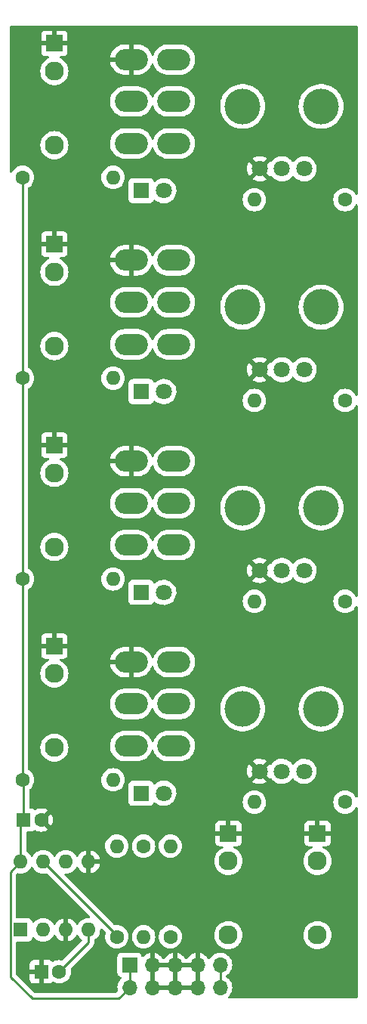
<source format=gbl>
G04 #@! TF.GenerationSoftware,KiCad,Pcbnew,6.0.10+dfsg-1~bpo11+1*
G04 #@! TF.CreationDate,2023-01-12T21:33:18+00:00*
G04 #@! TF.ProjectId,Basic-DC-mixer,42617369-632d-4444-932d-6d697865722e,rev?*
G04 #@! TF.SameCoordinates,Original*
G04 #@! TF.FileFunction,Copper,L2,Bot*
G04 #@! TF.FilePolarity,Positive*
%FSLAX46Y46*%
G04 Gerber Fmt 4.6, Leading zero omitted, Abs format (unit mm)*
G04 Created by KiCad (PCBNEW 6.0.10+dfsg-1~bpo11+1) date 2023-01-12 21:33:18*
%MOMM*%
%LPD*%
G01*
G04 APERTURE LIST*
G04 #@! TA.AperFunction,WasherPad*
%ADD10C,4.000000*%
G04 #@! TD*
G04 #@! TA.AperFunction,ComponentPad*
%ADD11C,1.800000*%
G04 #@! TD*
G04 #@! TA.AperFunction,ComponentPad*
%ADD12R,1.600000X1.600000*%
G04 #@! TD*
G04 #@! TA.AperFunction,ComponentPad*
%ADD13C,1.600000*%
G04 #@! TD*
G04 #@! TA.AperFunction,ComponentPad*
%ADD14O,3.700000X2.400000*%
G04 #@! TD*
G04 #@! TA.AperFunction,ComponentPad*
%ADD15O,1.600000X1.600000*%
G04 #@! TD*
G04 #@! TA.AperFunction,ComponentPad*
%ADD16R,1.800000X1.800000*%
G04 #@! TD*
G04 #@! TA.AperFunction,ComponentPad*
%ADD17R,1.930000X1.830000*%
G04 #@! TD*
G04 #@! TA.AperFunction,ComponentPad*
%ADD18C,2.130000*%
G04 #@! TD*
G04 #@! TA.AperFunction,ComponentPad*
%ADD19R,1.700000X1.700000*%
G04 #@! TD*
G04 #@! TA.AperFunction,ComponentPad*
%ADD20O,1.700000X1.700000*%
G04 #@! TD*
G04 #@! TA.AperFunction,Conductor*
%ADD21C,0.250000*%
G04 #@! TD*
G04 APERTURE END LIST*
D10*
X65400000Y-85550000D03*
X56600000Y-85550000D03*
D11*
X63500000Y-92550000D03*
X61000000Y-92550000D03*
X58500000Y-92550000D03*
D10*
X65400000Y-108050000D03*
X56600000Y-108050000D03*
D11*
X63500000Y-115050000D03*
X61000000Y-115050000D03*
X58500000Y-115050000D03*
D12*
X32044888Y-120500000D03*
D13*
X34044888Y-120500000D03*
D14*
X44100000Y-102800000D03*
X44100000Y-107500000D03*
X44100000Y-112200000D03*
X48900000Y-102800000D03*
X48900000Y-107500000D03*
X48900000Y-112200000D03*
D13*
X42500000Y-133580000D03*
D15*
X42500000Y-123420000D03*
D16*
X45225000Y-72500000D03*
D11*
X47765000Y-72500000D03*
D13*
X68080000Y-118500000D03*
D15*
X57920000Y-118500000D03*
D13*
X68080000Y-96000000D03*
D15*
X57920000Y-96000000D03*
D10*
X65400000Y-63050000D03*
X56600000Y-63050000D03*
D11*
X63500000Y-70050000D03*
X61000000Y-70050000D03*
X58500000Y-70050000D03*
D13*
X31920000Y-48500000D03*
D15*
X42080000Y-48500000D03*
D13*
X31920000Y-116000000D03*
D15*
X42080000Y-116000000D03*
D16*
X45225000Y-95000000D03*
D11*
X47765000Y-95000000D03*
D17*
X55000000Y-122000000D03*
D18*
X55000000Y-133400000D03*
X55000000Y-125100000D03*
D13*
X31920000Y-71000000D03*
D15*
X42080000Y-71000000D03*
D17*
X35500000Y-101000000D03*
D18*
X35500000Y-112400000D03*
X35500000Y-104100000D03*
D13*
X48500000Y-133580000D03*
D15*
X48500000Y-123420000D03*
D14*
X44100000Y-35300000D03*
X44100000Y-40000000D03*
X44100000Y-44700000D03*
X48900000Y-35300000D03*
X48900000Y-40000000D03*
X48900000Y-44700000D03*
D10*
X56600000Y-40550000D03*
X65400000Y-40550000D03*
D11*
X63500000Y-47550000D03*
X61000000Y-47550000D03*
X58500000Y-47550000D03*
D13*
X31920000Y-93500000D03*
D15*
X42080000Y-93500000D03*
D16*
X45225000Y-117500000D03*
D11*
X47765000Y-117500000D03*
D13*
X68080000Y-73500000D03*
D15*
X57920000Y-73500000D03*
D13*
X68080000Y-51000000D03*
D15*
X57920000Y-51000000D03*
D17*
X35500000Y-56000000D03*
D18*
X35500000Y-67400000D03*
X35500000Y-59100000D03*
D14*
X44100000Y-80300000D03*
X44100000Y-85000000D03*
X44100000Y-89700000D03*
X48900000Y-80300000D03*
X48900000Y-85000000D03*
X48900000Y-89700000D03*
X44100000Y-57800000D03*
X44100000Y-62500000D03*
X44100000Y-67200000D03*
X48900000Y-57800000D03*
X48900000Y-62500000D03*
X48900000Y-67200000D03*
D17*
X35500000Y-33500000D03*
D18*
X35500000Y-44900000D03*
X35500000Y-36600000D03*
D13*
X45500000Y-123420000D03*
D15*
X45500000Y-133580000D03*
D16*
X45225000Y-50000000D03*
D11*
X47765000Y-50000000D03*
D12*
X34044888Y-137500000D03*
D13*
X36044888Y-137500000D03*
D17*
X35500000Y-78500000D03*
D18*
X35500000Y-89900000D03*
X35500000Y-81600000D03*
D12*
X31700000Y-132800000D03*
D15*
X34240000Y-132800000D03*
X36780000Y-132800000D03*
X39320000Y-132800000D03*
X39320000Y-125180000D03*
X36780000Y-125180000D03*
X34240000Y-125180000D03*
X31700000Y-125180000D03*
D17*
X65000000Y-122000000D03*
D18*
X65000000Y-133400000D03*
X65000000Y-125100000D03*
D19*
X43925000Y-136725000D03*
D20*
X43925000Y-139265000D03*
X46465000Y-136725000D03*
X46465000Y-139265000D03*
X49005000Y-136725000D03*
X49005000Y-139265000D03*
X51545000Y-136725000D03*
X51545000Y-139265000D03*
X54085000Y-136725000D03*
X54085000Y-139265000D03*
D21*
X32044888Y-120500000D02*
X32044888Y-116124888D01*
X32044888Y-116124888D02*
X31920000Y-116000000D01*
X31700000Y-125180000D02*
X31700000Y-120844888D01*
X42690000Y-140500000D02*
X33000000Y-140500000D01*
X43925000Y-139265000D02*
X42690000Y-140500000D01*
X30575489Y-138075489D02*
X30575489Y-126304511D01*
X33000000Y-140500000D02*
X30575489Y-138075489D01*
X31920000Y-71000000D02*
X31920000Y-48500000D01*
X31920000Y-116000000D02*
X31920000Y-93500000D01*
X30575489Y-126304511D02*
X31700000Y-125180000D01*
X31700000Y-120844888D02*
X32044888Y-120500000D01*
X43925000Y-136725000D02*
X43925000Y-139265000D01*
X31920000Y-93500000D02*
X31920000Y-71000000D01*
X39320000Y-134224888D02*
X36044888Y-137500000D01*
X54085000Y-136725000D02*
X54085000Y-139265000D01*
X39320000Y-132800000D02*
X39320000Y-134224888D01*
X34240000Y-125180000D02*
X42500000Y-133440000D01*
X42500000Y-133440000D02*
X42500000Y-133580000D01*
G04 #@! TA.AperFunction,Conductor*
G36*
X69434120Y-31528002D02*
G01*
X69480613Y-31581658D01*
X69491999Y-31634000D01*
X69491999Y-50363518D01*
X69471997Y-50431639D01*
X69418341Y-50478132D01*
X69348067Y-50488236D01*
X69283487Y-50458742D01*
X69251804Y-50416767D01*
X69219851Y-50348242D01*
X69219847Y-50348236D01*
X69217523Y-50343251D01*
X69086198Y-50155700D01*
X68924300Y-49993802D01*
X68919792Y-49990645D01*
X68919789Y-49990643D01*
X68841611Y-49935902D01*
X68736749Y-49862477D01*
X68731767Y-49860154D01*
X68731762Y-49860151D01*
X68534225Y-49768039D01*
X68534224Y-49768039D01*
X68529243Y-49765716D01*
X68523935Y-49764294D01*
X68523933Y-49764293D01*
X68313402Y-49707881D01*
X68313400Y-49707881D01*
X68308087Y-49706457D01*
X68080000Y-49686502D01*
X67851913Y-49706457D01*
X67846600Y-49707881D01*
X67846598Y-49707881D01*
X67636067Y-49764293D01*
X67636065Y-49764294D01*
X67630757Y-49765716D01*
X67625776Y-49768039D01*
X67625775Y-49768039D01*
X67428238Y-49860151D01*
X67428233Y-49860154D01*
X67423251Y-49862477D01*
X67318389Y-49935902D01*
X67240211Y-49990643D01*
X67240208Y-49990645D01*
X67235700Y-49993802D01*
X67073802Y-50155700D01*
X66942477Y-50343251D01*
X66940154Y-50348233D01*
X66940151Y-50348238D01*
X66857763Y-50524922D01*
X66845716Y-50550757D01*
X66844294Y-50556065D01*
X66844293Y-50556067D01*
X66787881Y-50766598D01*
X66786457Y-50771913D01*
X66766502Y-51000000D01*
X66786457Y-51228087D01*
X66787881Y-51233400D01*
X66787881Y-51233402D01*
X66835527Y-51411216D01*
X66845716Y-51449243D01*
X66848039Y-51454224D01*
X66848039Y-51454225D01*
X66940151Y-51651762D01*
X66940154Y-51651767D01*
X66942477Y-51656749D01*
X67073802Y-51844300D01*
X67235700Y-52006198D01*
X67240208Y-52009355D01*
X67240211Y-52009357D01*
X67318389Y-52064098D01*
X67423251Y-52137523D01*
X67428233Y-52139846D01*
X67428238Y-52139849D01*
X67625775Y-52231961D01*
X67630757Y-52234284D01*
X67636065Y-52235706D01*
X67636067Y-52235707D01*
X67846598Y-52292119D01*
X67846600Y-52292119D01*
X67851913Y-52293543D01*
X68080000Y-52313498D01*
X68308087Y-52293543D01*
X68313400Y-52292119D01*
X68313402Y-52292119D01*
X68523933Y-52235707D01*
X68523935Y-52235706D01*
X68529243Y-52234284D01*
X68534225Y-52231961D01*
X68731762Y-52139849D01*
X68731767Y-52139846D01*
X68736749Y-52137523D01*
X68841611Y-52064098D01*
X68919789Y-52009357D01*
X68919792Y-52009355D01*
X68924300Y-52006198D01*
X69086198Y-51844300D01*
X69217523Y-51656749D01*
X69219847Y-51651764D01*
X69219851Y-51651758D01*
X69251804Y-51583233D01*
X69298721Y-51529947D01*
X69366998Y-51510486D01*
X69434958Y-51531027D01*
X69481024Y-51585050D01*
X69491999Y-51636482D01*
X69491999Y-72863518D01*
X69471997Y-72931639D01*
X69418341Y-72978132D01*
X69348067Y-72988236D01*
X69283487Y-72958742D01*
X69251804Y-72916767D01*
X69219851Y-72848242D01*
X69219847Y-72848236D01*
X69217523Y-72843251D01*
X69086198Y-72655700D01*
X68924300Y-72493802D01*
X68919792Y-72490645D01*
X68919789Y-72490643D01*
X68841611Y-72435902D01*
X68736749Y-72362477D01*
X68731767Y-72360154D01*
X68731762Y-72360151D01*
X68534225Y-72268039D01*
X68534224Y-72268039D01*
X68529243Y-72265716D01*
X68523935Y-72264294D01*
X68523933Y-72264293D01*
X68313402Y-72207881D01*
X68313400Y-72207881D01*
X68308087Y-72206457D01*
X68080000Y-72186502D01*
X67851913Y-72206457D01*
X67846600Y-72207881D01*
X67846598Y-72207881D01*
X67636067Y-72264293D01*
X67636065Y-72264294D01*
X67630757Y-72265716D01*
X67625776Y-72268039D01*
X67625775Y-72268039D01*
X67428238Y-72360151D01*
X67428233Y-72360154D01*
X67423251Y-72362477D01*
X67318389Y-72435902D01*
X67240211Y-72490643D01*
X67240208Y-72490645D01*
X67235700Y-72493802D01*
X67073802Y-72655700D01*
X66942477Y-72843251D01*
X66940154Y-72848233D01*
X66940151Y-72848238D01*
X66857763Y-73024922D01*
X66845716Y-73050757D01*
X66844294Y-73056065D01*
X66844293Y-73056067D01*
X66787881Y-73266598D01*
X66786457Y-73271913D01*
X66766502Y-73500000D01*
X66786457Y-73728087D01*
X66787881Y-73733400D01*
X66787881Y-73733402D01*
X66835527Y-73911216D01*
X66845716Y-73949243D01*
X66848039Y-73954224D01*
X66848039Y-73954225D01*
X66940151Y-74151762D01*
X66940154Y-74151767D01*
X66942477Y-74156749D01*
X67073802Y-74344300D01*
X67235700Y-74506198D01*
X67240208Y-74509355D01*
X67240211Y-74509357D01*
X67318389Y-74564098D01*
X67423251Y-74637523D01*
X67428233Y-74639846D01*
X67428238Y-74639849D01*
X67625775Y-74731961D01*
X67630757Y-74734284D01*
X67636065Y-74735706D01*
X67636067Y-74735707D01*
X67846598Y-74792119D01*
X67846600Y-74792119D01*
X67851913Y-74793543D01*
X68080000Y-74813498D01*
X68308087Y-74793543D01*
X68313400Y-74792119D01*
X68313402Y-74792119D01*
X68523933Y-74735707D01*
X68523935Y-74735706D01*
X68529243Y-74734284D01*
X68534225Y-74731961D01*
X68731762Y-74639849D01*
X68731767Y-74639846D01*
X68736749Y-74637523D01*
X68841611Y-74564098D01*
X68919789Y-74509357D01*
X68919792Y-74509355D01*
X68924300Y-74506198D01*
X69086198Y-74344300D01*
X69217523Y-74156749D01*
X69219847Y-74151764D01*
X69219851Y-74151758D01*
X69251804Y-74083233D01*
X69298721Y-74029947D01*
X69366998Y-74010486D01*
X69434958Y-74031027D01*
X69481024Y-74085050D01*
X69491999Y-74136482D01*
X69492000Y-85906812D01*
X69492000Y-95363519D01*
X69471998Y-95431640D01*
X69418342Y-95478133D01*
X69348068Y-95488237D01*
X69283488Y-95458743D01*
X69251805Y-95416769D01*
X69219849Y-95348238D01*
X69219846Y-95348233D01*
X69217523Y-95343251D01*
X69086198Y-95155700D01*
X68924300Y-94993802D01*
X68919792Y-94990645D01*
X68919789Y-94990643D01*
X68841611Y-94935902D01*
X68736749Y-94862477D01*
X68731767Y-94860154D01*
X68731762Y-94860151D01*
X68534225Y-94768039D01*
X68534224Y-94768039D01*
X68529243Y-94765716D01*
X68523935Y-94764294D01*
X68523933Y-94764293D01*
X68313402Y-94707881D01*
X68313400Y-94707881D01*
X68308087Y-94706457D01*
X68080000Y-94686502D01*
X67851913Y-94706457D01*
X67846600Y-94707881D01*
X67846598Y-94707881D01*
X67636067Y-94764293D01*
X67636065Y-94764294D01*
X67630757Y-94765716D01*
X67625776Y-94768039D01*
X67625775Y-94768039D01*
X67428238Y-94860151D01*
X67428233Y-94860154D01*
X67423251Y-94862477D01*
X67318389Y-94935902D01*
X67240211Y-94990643D01*
X67240208Y-94990645D01*
X67235700Y-94993802D01*
X67073802Y-95155700D01*
X66942477Y-95343251D01*
X66940154Y-95348233D01*
X66940151Y-95348238D01*
X66857763Y-95524922D01*
X66845716Y-95550757D01*
X66844294Y-95556065D01*
X66844293Y-95556067D01*
X66787881Y-95766598D01*
X66786457Y-95771913D01*
X66766502Y-96000000D01*
X66786457Y-96228087D01*
X66787881Y-96233400D01*
X66787881Y-96233402D01*
X66835527Y-96411216D01*
X66845716Y-96449243D01*
X66848039Y-96454224D01*
X66848039Y-96454225D01*
X66940151Y-96651762D01*
X66940154Y-96651767D01*
X66942477Y-96656749D01*
X67073802Y-96844300D01*
X67235700Y-97006198D01*
X67240208Y-97009355D01*
X67240211Y-97009357D01*
X67318389Y-97064098D01*
X67423251Y-97137523D01*
X67428233Y-97139846D01*
X67428238Y-97139849D01*
X67625775Y-97231961D01*
X67630757Y-97234284D01*
X67636065Y-97235706D01*
X67636067Y-97235707D01*
X67846598Y-97292119D01*
X67846600Y-97292119D01*
X67851913Y-97293543D01*
X68080000Y-97313498D01*
X68308087Y-97293543D01*
X68313400Y-97292119D01*
X68313402Y-97292119D01*
X68523933Y-97235707D01*
X68523935Y-97235706D01*
X68529243Y-97234284D01*
X68534225Y-97231961D01*
X68731762Y-97139849D01*
X68731767Y-97139846D01*
X68736749Y-97137523D01*
X68841611Y-97064098D01*
X68919789Y-97009357D01*
X68919792Y-97009355D01*
X68924300Y-97006198D01*
X69086198Y-96844300D01*
X69217523Y-96656749D01*
X69219846Y-96651767D01*
X69219849Y-96651762D01*
X69251805Y-96583231D01*
X69298722Y-96529946D01*
X69367000Y-96510485D01*
X69434959Y-96531027D01*
X69481025Y-96585050D01*
X69492000Y-96636481D01*
X69492000Y-117863519D01*
X69471998Y-117931640D01*
X69418342Y-117978133D01*
X69348068Y-117988237D01*
X69283488Y-117958743D01*
X69251805Y-117916769D01*
X69219849Y-117848238D01*
X69219846Y-117848233D01*
X69217523Y-117843251D01*
X69086198Y-117655700D01*
X68924300Y-117493802D01*
X68919792Y-117490645D01*
X68919789Y-117490643D01*
X68841611Y-117435902D01*
X68736749Y-117362477D01*
X68731767Y-117360154D01*
X68731762Y-117360151D01*
X68534225Y-117268039D01*
X68534224Y-117268039D01*
X68529243Y-117265716D01*
X68523935Y-117264294D01*
X68523933Y-117264293D01*
X68313402Y-117207881D01*
X68313400Y-117207881D01*
X68308087Y-117206457D01*
X68080000Y-117186502D01*
X67851913Y-117206457D01*
X67846600Y-117207881D01*
X67846598Y-117207881D01*
X67636067Y-117264293D01*
X67636065Y-117264294D01*
X67630757Y-117265716D01*
X67625776Y-117268039D01*
X67625775Y-117268039D01*
X67428238Y-117360151D01*
X67428233Y-117360154D01*
X67423251Y-117362477D01*
X67318389Y-117435902D01*
X67240211Y-117490643D01*
X67240208Y-117490645D01*
X67235700Y-117493802D01*
X67073802Y-117655700D01*
X66942477Y-117843251D01*
X66940154Y-117848233D01*
X66940151Y-117848238D01*
X66857763Y-118024922D01*
X66845716Y-118050757D01*
X66844294Y-118056065D01*
X66844293Y-118056067D01*
X66787881Y-118266598D01*
X66786457Y-118271913D01*
X66766502Y-118500000D01*
X66786457Y-118728087D01*
X66787881Y-118733400D01*
X66787881Y-118733402D01*
X66835527Y-118911216D01*
X66845716Y-118949243D01*
X66848039Y-118954224D01*
X66848039Y-118954225D01*
X66940151Y-119151762D01*
X66940154Y-119151767D01*
X66942477Y-119156749D01*
X66977294Y-119206472D01*
X67068508Y-119336739D01*
X67073802Y-119344300D01*
X67235700Y-119506198D01*
X67240208Y-119509355D01*
X67240211Y-119509357D01*
X67258090Y-119521876D01*
X67423251Y-119637523D01*
X67428233Y-119639846D01*
X67428238Y-119639849D01*
X67625775Y-119731961D01*
X67630757Y-119734284D01*
X67636065Y-119735706D01*
X67636067Y-119735707D01*
X67846598Y-119792119D01*
X67846600Y-119792119D01*
X67851913Y-119793543D01*
X68080000Y-119813498D01*
X68308087Y-119793543D01*
X68313400Y-119792119D01*
X68313402Y-119792119D01*
X68523933Y-119735707D01*
X68523935Y-119735706D01*
X68529243Y-119734284D01*
X68534225Y-119731961D01*
X68731762Y-119639849D01*
X68731767Y-119639846D01*
X68736749Y-119637523D01*
X68901910Y-119521876D01*
X68919789Y-119509357D01*
X68919792Y-119509355D01*
X68924300Y-119506198D01*
X69086198Y-119344300D01*
X69091493Y-119336739D01*
X69182706Y-119206472D01*
X69217523Y-119156749D01*
X69219846Y-119151767D01*
X69219849Y-119151762D01*
X69251805Y-119083231D01*
X69298722Y-119029946D01*
X69367000Y-119010485D01*
X69434959Y-119031027D01*
X69481025Y-119085050D01*
X69492000Y-119136481D01*
X69492000Y-140366000D01*
X69471998Y-140434121D01*
X69418342Y-140480614D01*
X69366000Y-140492000D01*
X55083327Y-140492000D01*
X55015206Y-140471998D01*
X54968713Y-140418342D01*
X54958609Y-140348068D01*
X54988103Y-140283488D01*
X54994387Y-140276749D01*
X55119435Y-140152137D01*
X55123096Y-140148489D01*
X55253453Y-139967077D01*
X55266995Y-139939678D01*
X55350136Y-139771453D01*
X55350137Y-139771451D01*
X55352430Y-139766811D01*
X55417370Y-139553069D01*
X55446529Y-139331590D01*
X55448156Y-139265000D01*
X55429852Y-139042361D01*
X55375431Y-138825702D01*
X55286354Y-138620840D01*
X55232797Y-138538054D01*
X55167822Y-138437617D01*
X55167820Y-138437614D01*
X55165014Y-138433277D01*
X55014670Y-138268051D01*
X55010619Y-138264852D01*
X55010615Y-138264848D01*
X54843414Y-138132800D01*
X54843410Y-138132798D01*
X54839359Y-138129598D01*
X54798053Y-138106796D01*
X54748084Y-138056364D01*
X54733312Y-137986921D01*
X54758428Y-137920516D01*
X54785780Y-137893909D01*
X54829603Y-137862650D01*
X54964860Y-137766173D01*
X54970158Y-137760894D01*
X55109152Y-137622384D01*
X55123096Y-137608489D01*
X55253453Y-137427077D01*
X55266995Y-137399678D01*
X55350136Y-137231453D01*
X55350137Y-137231451D01*
X55352430Y-137226811D01*
X55394983Y-137086752D01*
X55415865Y-137018023D01*
X55415865Y-137018021D01*
X55417370Y-137013069D01*
X55446529Y-136791590D01*
X55448156Y-136725000D01*
X55429852Y-136502361D01*
X55375431Y-136285702D01*
X55286354Y-136080840D01*
X55165014Y-135893277D01*
X55014670Y-135728051D01*
X55010619Y-135724852D01*
X55010615Y-135724848D01*
X54843414Y-135592800D01*
X54843410Y-135592798D01*
X54839359Y-135589598D01*
X54803028Y-135569542D01*
X54787136Y-135560769D01*
X54643789Y-135481638D01*
X54638920Y-135479914D01*
X54638916Y-135479912D01*
X54438087Y-135408795D01*
X54438083Y-135408794D01*
X54433212Y-135407069D01*
X54428119Y-135406162D01*
X54428116Y-135406161D01*
X54218373Y-135368800D01*
X54218367Y-135368799D01*
X54213284Y-135367894D01*
X54139452Y-135366992D01*
X53995081Y-135365228D01*
X53995079Y-135365228D01*
X53989911Y-135365165D01*
X53769091Y-135398955D01*
X53556756Y-135468357D01*
X53358607Y-135571507D01*
X53354474Y-135574610D01*
X53354471Y-135574612D01*
X53184100Y-135702530D01*
X53179965Y-135705635D01*
X53025629Y-135867138D01*
X53022715Y-135871410D01*
X53022714Y-135871411D01*
X53010404Y-135889457D01*
X52919337Y-136022957D01*
X52917898Y-136025066D01*
X52862987Y-136070069D01*
X52792462Y-136078240D01*
X52728715Y-136046986D01*
X52708018Y-136022502D01*
X52627426Y-135897926D01*
X52621136Y-135889757D01*
X52477806Y-135732240D01*
X52470273Y-135725215D01*
X52303139Y-135593222D01*
X52294552Y-135587517D01*
X52108117Y-135484599D01*
X52098705Y-135480369D01*
X51897959Y-135409280D01*
X51887988Y-135406646D01*
X51816837Y-135393972D01*
X51803540Y-135395432D01*
X51799000Y-135409989D01*
X51799000Y-139393000D01*
X51778998Y-139461121D01*
X51725342Y-139507614D01*
X51673000Y-139519000D01*
X46337000Y-139519000D01*
X46268879Y-139498998D01*
X46222386Y-139445342D01*
X46211000Y-139393000D01*
X46211000Y-138992885D01*
X46719000Y-138992885D01*
X46723475Y-139008124D01*
X46724865Y-139009329D01*
X46732548Y-139011000D01*
X48732885Y-139011000D01*
X48748124Y-139006525D01*
X48749329Y-139005135D01*
X48751000Y-138997452D01*
X48751000Y-138992885D01*
X49259000Y-138992885D01*
X49263475Y-139008124D01*
X49264865Y-139009329D01*
X49272548Y-139011000D01*
X51272885Y-139011000D01*
X51288124Y-139006525D01*
X51289329Y-139005135D01*
X51291000Y-138997452D01*
X51291000Y-136997115D01*
X51286525Y-136981876D01*
X51285135Y-136980671D01*
X51277452Y-136979000D01*
X49277115Y-136979000D01*
X49261876Y-136983475D01*
X49260671Y-136984865D01*
X49259000Y-136992548D01*
X49259000Y-138992885D01*
X48751000Y-138992885D01*
X48751000Y-136997115D01*
X48746525Y-136981876D01*
X48745135Y-136980671D01*
X48737452Y-136979000D01*
X46737115Y-136979000D01*
X46721876Y-136983475D01*
X46720671Y-136984865D01*
X46719000Y-136992548D01*
X46719000Y-138992885D01*
X46211000Y-138992885D01*
X46211000Y-136452885D01*
X46719000Y-136452885D01*
X46723475Y-136468124D01*
X46724865Y-136469329D01*
X46732548Y-136471000D01*
X48732885Y-136471000D01*
X48748124Y-136466525D01*
X48749329Y-136465135D01*
X48751000Y-136457452D01*
X48751000Y-136452885D01*
X49259000Y-136452885D01*
X49263475Y-136468124D01*
X49264865Y-136469329D01*
X49272548Y-136471000D01*
X51272885Y-136471000D01*
X51288124Y-136466525D01*
X51289329Y-136465135D01*
X51291000Y-136457452D01*
X51291000Y-135408102D01*
X51287082Y-135394758D01*
X51272806Y-135392771D01*
X51234324Y-135398660D01*
X51224288Y-135401051D01*
X51021868Y-135467212D01*
X51012359Y-135471209D01*
X50823463Y-135569542D01*
X50814738Y-135575036D01*
X50644433Y-135702905D01*
X50636726Y-135709748D01*
X50489590Y-135863717D01*
X50483104Y-135871727D01*
X50378193Y-136025521D01*
X50323282Y-136070524D01*
X50252757Y-136078695D01*
X50189010Y-136047441D01*
X50168313Y-136022957D01*
X50087427Y-135897926D01*
X50081136Y-135889757D01*
X49937806Y-135732240D01*
X49930273Y-135725215D01*
X49763139Y-135593222D01*
X49754552Y-135587517D01*
X49568117Y-135484599D01*
X49558705Y-135480369D01*
X49357959Y-135409280D01*
X49347988Y-135406646D01*
X49276837Y-135393972D01*
X49263540Y-135395432D01*
X49259000Y-135409989D01*
X49259000Y-136452885D01*
X48751000Y-136452885D01*
X48751000Y-135408102D01*
X48747082Y-135394758D01*
X48732806Y-135392771D01*
X48694324Y-135398660D01*
X48684288Y-135401051D01*
X48481868Y-135467212D01*
X48472359Y-135471209D01*
X48283463Y-135569542D01*
X48274738Y-135575036D01*
X48104433Y-135702905D01*
X48096726Y-135709748D01*
X47949590Y-135863717D01*
X47943104Y-135871727D01*
X47838193Y-136025521D01*
X47783282Y-136070524D01*
X47712757Y-136078695D01*
X47649010Y-136047441D01*
X47628313Y-136022957D01*
X47547427Y-135897926D01*
X47541136Y-135889757D01*
X47397806Y-135732240D01*
X47390273Y-135725215D01*
X47223139Y-135593222D01*
X47214552Y-135587517D01*
X47028117Y-135484599D01*
X47018705Y-135480369D01*
X46817959Y-135409280D01*
X46807988Y-135406646D01*
X46736837Y-135393972D01*
X46723540Y-135395432D01*
X46719000Y-135409989D01*
X46719000Y-136452885D01*
X46211000Y-136452885D01*
X46211000Y-135408102D01*
X46207082Y-135394758D01*
X46192806Y-135392771D01*
X46154324Y-135398660D01*
X46144288Y-135401051D01*
X45941868Y-135467212D01*
X45932359Y-135471209D01*
X45743463Y-135569542D01*
X45734738Y-135575036D01*
X45564433Y-135702905D01*
X45556726Y-135709748D01*
X45479478Y-135790584D01*
X45417954Y-135826014D01*
X45347042Y-135822557D01*
X45289255Y-135781311D01*
X45270402Y-135747763D01*
X45228767Y-135636703D01*
X45225615Y-135628295D01*
X45138261Y-135511739D01*
X45021705Y-135424385D01*
X44885316Y-135373255D01*
X44823134Y-135366500D01*
X43026866Y-135366500D01*
X42964684Y-135373255D01*
X42828295Y-135424385D01*
X42711739Y-135511739D01*
X42624385Y-135628295D01*
X42573255Y-135764684D01*
X42566500Y-135826866D01*
X42566500Y-137623134D01*
X42573255Y-137685316D01*
X42624385Y-137821705D01*
X42711739Y-137938261D01*
X42828295Y-138025615D01*
X42836704Y-138028767D01*
X42836705Y-138028768D01*
X42945451Y-138069535D01*
X43002216Y-138112176D01*
X43026916Y-138178738D01*
X43011709Y-138248087D01*
X42992316Y-138274568D01*
X42870203Y-138402352D01*
X42865629Y-138407138D01*
X42862715Y-138411410D01*
X42862714Y-138411411D01*
X42850409Y-138429450D01*
X42739743Y-138591680D01*
X42717384Y-138639849D01*
X42664711Y-138753324D01*
X42645688Y-138794305D01*
X42585989Y-139009570D01*
X42562251Y-139231695D01*
X42562548Y-139236848D01*
X42562548Y-139236851D01*
X42568011Y-139331590D01*
X42575110Y-139454715D01*
X42576247Y-139459761D01*
X42576248Y-139459767D01*
X42608453Y-139602668D01*
X42603917Y-139673520D01*
X42574631Y-139719464D01*
X42464500Y-139829595D01*
X42402188Y-139863621D01*
X42375405Y-139866500D01*
X33314595Y-139866500D01*
X33246474Y-139846498D01*
X33225500Y-139829595D01*
X31740574Y-138344669D01*
X32736889Y-138344669D01*
X32737259Y-138351490D01*
X32742783Y-138402352D01*
X32746409Y-138417604D01*
X32791564Y-138538054D01*
X32800102Y-138553649D01*
X32876603Y-138655724D01*
X32889164Y-138668285D01*
X32991239Y-138744786D01*
X33006834Y-138753324D01*
X33127282Y-138798478D01*
X33142537Y-138802105D01*
X33193402Y-138807631D01*
X33200216Y-138808000D01*
X33772773Y-138808000D01*
X33788012Y-138803525D01*
X33789217Y-138802135D01*
X33790888Y-138794452D01*
X33790888Y-137772115D01*
X33786413Y-137756876D01*
X33785023Y-137755671D01*
X33777340Y-137754000D01*
X32755004Y-137754000D01*
X32739765Y-137758475D01*
X32738560Y-137759865D01*
X32736889Y-137767548D01*
X32736889Y-138344669D01*
X31740574Y-138344669D01*
X31245894Y-137849989D01*
X31211868Y-137787677D01*
X31208989Y-137760894D01*
X31208989Y-137227885D01*
X32736888Y-137227885D01*
X32741363Y-137243124D01*
X32742753Y-137244329D01*
X32750436Y-137246000D01*
X33772773Y-137246000D01*
X33788012Y-137241525D01*
X33789217Y-137240135D01*
X33790888Y-137232452D01*
X33790888Y-136210116D01*
X33786413Y-136194877D01*
X33785023Y-136193672D01*
X33777340Y-136192001D01*
X33200219Y-136192001D01*
X33193398Y-136192371D01*
X33142536Y-136197895D01*
X33127284Y-136201521D01*
X33006834Y-136246676D01*
X32991239Y-136255214D01*
X32889164Y-136331715D01*
X32876603Y-136344276D01*
X32800102Y-136446351D01*
X32791564Y-136461946D01*
X32746410Y-136582394D01*
X32742783Y-136597649D01*
X32737257Y-136648514D01*
X32736888Y-136655328D01*
X32736888Y-137227885D01*
X31208989Y-137227885D01*
X31208989Y-134234500D01*
X31228991Y-134166379D01*
X31282647Y-134119886D01*
X31334989Y-134108500D01*
X32548134Y-134108500D01*
X32610316Y-134101745D01*
X32746705Y-134050615D01*
X32863261Y-133963261D01*
X32950615Y-133846705D01*
X33001745Y-133710316D01*
X33002917Y-133699526D01*
X33003803Y-133697394D01*
X33004425Y-133694778D01*
X33004848Y-133694879D01*
X33030155Y-133633965D01*
X33088517Y-133593537D01*
X33159471Y-133591078D01*
X33220490Y-133627371D01*
X33227489Y-133636031D01*
X33230643Y-133639789D01*
X33233802Y-133644300D01*
X33395700Y-133806198D01*
X33400208Y-133809355D01*
X33400217Y-133809361D01*
X33583251Y-133937523D01*
X33588233Y-133939846D01*
X33588238Y-133939849D01*
X33758825Y-134019394D01*
X33790757Y-134034284D01*
X33796065Y-134035706D01*
X33796067Y-134035707D01*
X34006598Y-134092119D01*
X34006600Y-134092119D01*
X34011913Y-134093543D01*
X34240000Y-134113498D01*
X34468087Y-134093543D01*
X34473400Y-134092119D01*
X34473402Y-134092119D01*
X34683933Y-134035707D01*
X34683935Y-134035706D01*
X34689243Y-134034284D01*
X34721175Y-134019394D01*
X34891762Y-133939849D01*
X34891767Y-133939846D01*
X34896749Y-133937523D01*
X35079783Y-133809361D01*
X35079792Y-133809355D01*
X35084300Y-133806198D01*
X35246198Y-133644300D01*
X35291222Y-133580000D01*
X35374366Y-133461257D01*
X35377523Y-133456749D01*
X35379846Y-133451767D01*
X35379849Y-133451762D01*
X35396081Y-133416951D01*
X35442998Y-133363666D01*
X35511275Y-133344205D01*
X35579235Y-133364747D01*
X35624471Y-133416951D01*
X35640586Y-133451511D01*
X35646069Y-133461007D01*
X35771028Y-133639467D01*
X35778084Y-133647875D01*
X35932125Y-133801916D01*
X35940533Y-133808972D01*
X36118993Y-133933931D01*
X36128489Y-133939414D01*
X36325947Y-134031490D01*
X36336239Y-134035236D01*
X36508503Y-134081394D01*
X36522599Y-134081058D01*
X36526000Y-134073116D01*
X36526000Y-131532033D01*
X36522027Y-131518502D01*
X36513478Y-131517273D01*
X36336239Y-131564764D01*
X36325947Y-131568510D01*
X36128489Y-131660586D01*
X36118993Y-131666069D01*
X35940533Y-131791028D01*
X35932125Y-131798084D01*
X35778084Y-131952125D01*
X35771028Y-131960533D01*
X35646069Y-132138993D01*
X35640586Y-132148489D01*
X35624471Y-132183049D01*
X35577554Y-132236334D01*
X35509277Y-132255795D01*
X35441317Y-132235253D01*
X35396081Y-132183049D01*
X35379849Y-132148238D01*
X35379846Y-132148233D01*
X35377523Y-132143251D01*
X35246198Y-131955700D01*
X35084300Y-131793802D01*
X35079792Y-131790645D01*
X35079789Y-131790643D01*
X35001611Y-131735902D01*
X34896749Y-131662477D01*
X34891767Y-131660154D01*
X34891762Y-131660151D01*
X34694225Y-131568039D01*
X34694224Y-131568039D01*
X34689243Y-131565716D01*
X34683935Y-131564294D01*
X34683933Y-131564293D01*
X34473402Y-131507881D01*
X34473400Y-131507881D01*
X34468087Y-131506457D01*
X34240000Y-131486502D01*
X34011913Y-131506457D01*
X34006600Y-131507881D01*
X34006598Y-131507881D01*
X33796067Y-131564293D01*
X33796065Y-131564294D01*
X33790757Y-131565716D01*
X33785776Y-131568039D01*
X33785775Y-131568039D01*
X33588238Y-131660151D01*
X33588233Y-131660154D01*
X33583251Y-131662477D01*
X33478389Y-131735902D01*
X33400211Y-131790643D01*
X33400208Y-131790645D01*
X33395700Y-131793802D01*
X33233802Y-131955700D01*
X33230643Y-131960211D01*
X33227108Y-131964424D01*
X33225974Y-131963473D01*
X33175929Y-132003471D01*
X33105310Y-132010776D01*
X33041951Y-131978742D01*
X33005970Y-131917538D01*
X33002918Y-131900483D01*
X33001745Y-131889684D01*
X32950615Y-131753295D01*
X32863261Y-131636739D01*
X32746705Y-131549385D01*
X32610316Y-131498255D01*
X32548134Y-131491500D01*
X31334989Y-131491500D01*
X31266868Y-131471498D01*
X31220375Y-131417842D01*
X31208989Y-131365500D01*
X31208989Y-126619105D01*
X31228991Y-126550984D01*
X31245894Y-126530010D01*
X31286752Y-126489152D01*
X31349064Y-126455126D01*
X31408459Y-126456541D01*
X31466591Y-126472118D01*
X31466602Y-126472120D01*
X31471913Y-126473543D01*
X31700000Y-126493498D01*
X31928087Y-126473543D01*
X31933400Y-126472119D01*
X31933402Y-126472119D01*
X32143933Y-126415707D01*
X32143935Y-126415706D01*
X32149243Y-126414284D01*
X32155235Y-126411490D01*
X32351762Y-126319849D01*
X32351767Y-126319846D01*
X32356749Y-126317523D01*
X32501634Y-126216073D01*
X32539789Y-126189357D01*
X32539792Y-126189355D01*
X32544300Y-126186198D01*
X32706198Y-126024300D01*
X32837523Y-125836749D01*
X32839846Y-125831767D01*
X32839849Y-125831762D01*
X32855805Y-125797543D01*
X32902722Y-125744258D01*
X32970999Y-125724797D01*
X33038959Y-125745339D01*
X33084195Y-125797543D01*
X33100151Y-125831762D01*
X33100154Y-125831767D01*
X33102477Y-125836749D01*
X33233802Y-126024300D01*
X33395700Y-126186198D01*
X33400208Y-126189355D01*
X33400211Y-126189357D01*
X33438366Y-126216073D01*
X33583251Y-126317523D01*
X33588233Y-126319846D01*
X33588238Y-126319849D01*
X33784765Y-126411490D01*
X33790757Y-126414284D01*
X33796065Y-126415706D01*
X33796067Y-126415707D01*
X34006598Y-126472119D01*
X34006600Y-126472119D01*
X34011913Y-126473543D01*
X34240000Y-126493498D01*
X34468087Y-126473543D01*
X34473398Y-126472120D01*
X34473409Y-126472118D01*
X34531541Y-126456541D01*
X34602517Y-126458230D01*
X34653248Y-126489152D01*
X39437506Y-131273411D01*
X39471532Y-131335723D01*
X39466467Y-131406538D01*
X39423920Y-131463374D01*
X39357400Y-131488185D01*
X39337428Y-131488026D01*
X39325485Y-131486981D01*
X39325475Y-131486981D01*
X39320000Y-131486502D01*
X39091913Y-131506457D01*
X39086600Y-131507881D01*
X39086598Y-131507881D01*
X38876067Y-131564293D01*
X38876065Y-131564294D01*
X38870757Y-131565716D01*
X38865776Y-131568039D01*
X38865775Y-131568039D01*
X38668238Y-131660151D01*
X38668233Y-131660154D01*
X38663251Y-131662477D01*
X38558389Y-131735902D01*
X38480211Y-131790643D01*
X38480208Y-131790645D01*
X38475700Y-131793802D01*
X38313802Y-131955700D01*
X38182477Y-132143251D01*
X38180154Y-132148233D01*
X38180151Y-132148238D01*
X38163919Y-132183049D01*
X38117002Y-132236334D01*
X38048725Y-132255795D01*
X37980765Y-132235253D01*
X37935529Y-132183049D01*
X37919414Y-132148489D01*
X37913931Y-132138993D01*
X37788972Y-131960533D01*
X37781916Y-131952125D01*
X37627875Y-131798084D01*
X37619467Y-131791028D01*
X37441007Y-131666069D01*
X37431511Y-131660586D01*
X37234053Y-131568510D01*
X37223761Y-131564764D01*
X37051497Y-131518606D01*
X37037401Y-131518942D01*
X37034000Y-131526884D01*
X37034000Y-134067967D01*
X37037973Y-134081498D01*
X37046522Y-134082727D01*
X37223761Y-134035236D01*
X37234053Y-134031490D01*
X37431511Y-133939414D01*
X37441007Y-133933931D01*
X37619467Y-133808972D01*
X37627875Y-133801916D01*
X37781916Y-133647875D01*
X37788972Y-133639467D01*
X37913931Y-133461007D01*
X37919414Y-133451511D01*
X37935529Y-133416951D01*
X37982446Y-133363666D01*
X38050723Y-133344205D01*
X38118683Y-133364747D01*
X38163919Y-133416951D01*
X38180151Y-133451762D01*
X38180154Y-133451767D01*
X38182477Y-133456749D01*
X38185634Y-133461257D01*
X38268779Y-133580000D01*
X38313802Y-133644300D01*
X38475700Y-133806198D01*
X38480210Y-133809356D01*
X38480216Y-133809361D01*
X38568602Y-133871249D01*
X38612931Y-133926706D01*
X38620240Y-133997325D01*
X38585427Y-134063557D01*
X36458136Y-136190848D01*
X36395824Y-136224874D01*
X36336429Y-136223459D01*
X36278297Y-136207882D01*
X36278286Y-136207880D01*
X36272975Y-136206457D01*
X36044888Y-136186502D01*
X35816801Y-136206457D01*
X35811488Y-136207881D01*
X35811486Y-136207881D01*
X35600955Y-136264293D01*
X35600953Y-136264294D01*
X35595645Y-136265716D01*
X35590664Y-136268039D01*
X35590663Y-136268039D01*
X35393126Y-136360151D01*
X35393121Y-136360154D01*
X35388139Y-136362477D01*
X35383626Y-136365637D01*
X35382264Y-136366590D01*
X35381568Y-136366825D01*
X35378869Y-136368383D01*
X35378556Y-136367840D01*
X35314988Y-136389274D01*
X35246129Y-136371985D01*
X35220807Y-136349344D01*
X35219524Y-136350627D01*
X35200612Y-136331715D01*
X35098537Y-136255214D01*
X35082942Y-136246676D01*
X34962494Y-136201522D01*
X34947239Y-136197895D01*
X34896374Y-136192369D01*
X34889560Y-136192000D01*
X34317003Y-136192000D01*
X34301764Y-136196475D01*
X34300559Y-136197865D01*
X34298888Y-136205548D01*
X34298888Y-138789884D01*
X34303363Y-138805123D01*
X34304753Y-138806328D01*
X34312436Y-138807999D01*
X34889557Y-138807999D01*
X34896378Y-138807629D01*
X34947240Y-138802105D01*
X34962492Y-138798479D01*
X35082942Y-138753324D01*
X35098537Y-138744786D01*
X35200612Y-138668285D01*
X35219524Y-138649373D01*
X35221782Y-138651631D01*
X35266042Y-138618543D01*
X35336861Y-138613524D01*
X35378728Y-138631861D01*
X35378869Y-138631617D01*
X35381065Y-138632885D01*
X35382264Y-138633410D01*
X35383626Y-138634363D01*
X35388139Y-138637523D01*
X35393121Y-138639846D01*
X35393126Y-138639849D01*
X35590663Y-138731961D01*
X35595645Y-138734284D01*
X35600953Y-138735706D01*
X35600955Y-138735707D01*
X35811486Y-138792119D01*
X35811488Y-138792119D01*
X35816801Y-138793543D01*
X36044888Y-138813498D01*
X36272975Y-138793543D01*
X36278288Y-138792119D01*
X36278290Y-138792119D01*
X36488821Y-138735707D01*
X36488823Y-138735706D01*
X36494131Y-138734284D01*
X36499113Y-138731961D01*
X36696650Y-138639849D01*
X36696655Y-138639846D01*
X36701637Y-138637523D01*
X36843693Y-138538054D01*
X36884677Y-138509357D01*
X36884680Y-138509355D01*
X36889188Y-138506198D01*
X37051086Y-138344300D01*
X37182411Y-138156749D01*
X37184734Y-138151767D01*
X37184737Y-138151762D01*
X37276849Y-137954225D01*
X37276849Y-137954224D01*
X37279172Y-137949243D01*
X37285001Y-137927491D01*
X37337007Y-137733402D01*
X37337007Y-137733400D01*
X37338431Y-137728087D01*
X37358386Y-137500000D01*
X37338431Y-137271913D01*
X37337008Y-137266602D01*
X37337006Y-137266591D01*
X37321429Y-137208459D01*
X37323118Y-137137483D01*
X37354040Y-137086752D01*
X39712253Y-134728540D01*
X39720539Y-134721000D01*
X39727018Y-134716888D01*
X39773644Y-134667236D01*
X39776398Y-134664395D01*
X39796135Y-134644658D01*
X39798615Y-134641461D01*
X39806320Y-134632439D01*
X39831159Y-134605988D01*
X39836586Y-134600209D01*
X39840405Y-134593263D01*
X39840407Y-134593260D01*
X39846348Y-134582454D01*
X39857199Y-134565935D01*
X39864758Y-134556189D01*
X39869614Y-134549929D01*
X39872759Y-134542660D01*
X39872762Y-134542656D01*
X39887174Y-134509351D01*
X39892391Y-134498701D01*
X39913695Y-134459948D01*
X39918733Y-134440325D01*
X39925137Y-134421622D01*
X39930033Y-134410308D01*
X39930033Y-134410307D01*
X39933181Y-134403033D01*
X39934420Y-134395210D01*
X39934423Y-134395200D01*
X39940099Y-134359364D01*
X39942505Y-134347744D01*
X39951528Y-134312599D01*
X39951528Y-134312598D01*
X39953500Y-134304918D01*
X39953500Y-134284664D01*
X39955051Y-134264953D01*
X39956980Y-134252774D01*
X39958220Y-134244945D01*
X39954059Y-134200926D01*
X39953500Y-134189069D01*
X39953500Y-134019394D01*
X39973502Y-133951273D01*
X40007229Y-133916181D01*
X40159789Y-133809357D01*
X40159792Y-133809355D01*
X40164300Y-133806198D01*
X40326198Y-133644300D01*
X40371222Y-133580000D01*
X40454366Y-133461257D01*
X40457523Y-133456749D01*
X40459846Y-133451767D01*
X40459849Y-133451762D01*
X40551961Y-133254225D01*
X40551961Y-133254224D01*
X40554284Y-133249243D01*
X40586033Y-133130757D01*
X40612119Y-133033402D01*
X40612119Y-133033400D01*
X40613543Y-133028087D01*
X40633498Y-132800000D01*
X40633019Y-132794525D01*
X40633019Y-132794515D01*
X40631974Y-132782572D01*
X40645962Y-132712967D01*
X40695361Y-132661974D01*
X40764486Y-132645783D01*
X40831392Y-132669535D01*
X40846589Y-132682494D01*
X41220433Y-133056338D01*
X41254459Y-133118650D01*
X41253045Y-133178044D01*
X41232368Y-133255213D01*
X41206457Y-133351913D01*
X41186502Y-133580000D01*
X41206457Y-133808087D01*
X41207881Y-133813400D01*
X41207881Y-133813402D01*
X41257164Y-133997325D01*
X41265716Y-134029243D01*
X41268039Y-134034224D01*
X41268039Y-134034225D01*
X41360151Y-134231762D01*
X41360154Y-134231767D01*
X41362477Y-134236749D01*
X41365634Y-134241257D01*
X41484005Y-134410308D01*
X41493802Y-134424300D01*
X41655700Y-134586198D01*
X41660208Y-134589355D01*
X41660211Y-134589357D01*
X41683963Y-134605988D01*
X41843251Y-134717523D01*
X41848233Y-134719846D01*
X41848238Y-134719849D01*
X42028162Y-134803748D01*
X42050757Y-134814284D01*
X42056065Y-134815706D01*
X42056067Y-134815707D01*
X42266598Y-134872119D01*
X42266600Y-134872119D01*
X42271913Y-134873543D01*
X42500000Y-134893498D01*
X42728087Y-134873543D01*
X42733400Y-134872119D01*
X42733402Y-134872119D01*
X42943933Y-134815707D01*
X42943935Y-134815706D01*
X42949243Y-134814284D01*
X42971838Y-134803748D01*
X43151762Y-134719849D01*
X43151767Y-134719846D01*
X43156749Y-134717523D01*
X43316037Y-134605988D01*
X43339789Y-134589357D01*
X43339792Y-134589355D01*
X43344300Y-134586198D01*
X43506198Y-134424300D01*
X43515996Y-134410308D01*
X43634366Y-134241257D01*
X43637523Y-134236749D01*
X43639846Y-134231767D01*
X43639849Y-134231762D01*
X43731961Y-134034225D01*
X43731961Y-134034224D01*
X43734284Y-134029243D01*
X43742837Y-133997325D01*
X43792119Y-133813402D01*
X43792119Y-133813400D01*
X43793543Y-133808087D01*
X43813498Y-133580000D01*
X44186502Y-133580000D01*
X44206457Y-133808087D01*
X44207881Y-133813400D01*
X44207881Y-133813402D01*
X44257164Y-133997325D01*
X44265716Y-134029243D01*
X44268039Y-134034224D01*
X44268039Y-134034225D01*
X44360151Y-134231762D01*
X44360154Y-134231767D01*
X44362477Y-134236749D01*
X44365634Y-134241257D01*
X44484005Y-134410308D01*
X44493802Y-134424300D01*
X44655700Y-134586198D01*
X44660208Y-134589355D01*
X44660211Y-134589357D01*
X44683963Y-134605988D01*
X44843251Y-134717523D01*
X44848233Y-134719846D01*
X44848238Y-134719849D01*
X45028162Y-134803748D01*
X45050757Y-134814284D01*
X45056065Y-134815706D01*
X45056067Y-134815707D01*
X45266598Y-134872119D01*
X45266600Y-134872119D01*
X45271913Y-134873543D01*
X45500000Y-134893498D01*
X45728087Y-134873543D01*
X45733400Y-134872119D01*
X45733402Y-134872119D01*
X45943933Y-134815707D01*
X45943935Y-134815706D01*
X45949243Y-134814284D01*
X45971838Y-134803748D01*
X46151762Y-134719849D01*
X46151767Y-134719846D01*
X46156749Y-134717523D01*
X46316037Y-134605988D01*
X46339789Y-134589357D01*
X46339792Y-134589355D01*
X46344300Y-134586198D01*
X46506198Y-134424300D01*
X46515996Y-134410308D01*
X46634366Y-134241257D01*
X46637523Y-134236749D01*
X46639846Y-134231767D01*
X46639849Y-134231762D01*
X46731961Y-134034225D01*
X46731961Y-134034224D01*
X46734284Y-134029243D01*
X46742837Y-133997325D01*
X46792119Y-133813402D01*
X46792119Y-133813400D01*
X46793543Y-133808087D01*
X46813498Y-133580000D01*
X47186502Y-133580000D01*
X47206457Y-133808087D01*
X47207881Y-133813400D01*
X47207881Y-133813402D01*
X47257164Y-133997325D01*
X47265716Y-134029243D01*
X47268039Y-134034224D01*
X47268039Y-134034225D01*
X47360151Y-134231762D01*
X47360154Y-134231767D01*
X47362477Y-134236749D01*
X47365634Y-134241257D01*
X47484005Y-134410308D01*
X47493802Y-134424300D01*
X47655700Y-134586198D01*
X47660208Y-134589355D01*
X47660211Y-134589357D01*
X47683963Y-134605988D01*
X47843251Y-134717523D01*
X47848233Y-134719846D01*
X47848238Y-134719849D01*
X48028162Y-134803748D01*
X48050757Y-134814284D01*
X48056065Y-134815706D01*
X48056067Y-134815707D01*
X48266598Y-134872119D01*
X48266600Y-134872119D01*
X48271913Y-134873543D01*
X48500000Y-134893498D01*
X48728087Y-134873543D01*
X48733400Y-134872119D01*
X48733402Y-134872119D01*
X48943933Y-134815707D01*
X48943935Y-134815706D01*
X48949243Y-134814284D01*
X48971838Y-134803748D01*
X49151762Y-134719849D01*
X49151767Y-134719846D01*
X49156749Y-134717523D01*
X49316037Y-134605988D01*
X49339789Y-134589357D01*
X49339792Y-134589355D01*
X49344300Y-134586198D01*
X49506198Y-134424300D01*
X49515996Y-134410308D01*
X49634366Y-134241257D01*
X49637523Y-134236749D01*
X49639846Y-134231767D01*
X49639849Y-134231762D01*
X49731961Y-134034225D01*
X49731961Y-134034224D01*
X49734284Y-134029243D01*
X49742837Y-133997325D01*
X49792119Y-133813402D01*
X49792119Y-133813400D01*
X49793543Y-133808087D01*
X49813498Y-133580000D01*
X49797750Y-133400000D01*
X53421634Y-133400000D01*
X53441066Y-133646911D01*
X53442220Y-133651718D01*
X53442221Y-133651724D01*
X53478280Y-133801916D01*
X53498885Y-133887742D01*
X53500778Y-133892313D01*
X53500779Y-133892315D01*
X53584131Y-134093543D01*
X53593666Y-134116563D01*
X53723075Y-134327740D01*
X53883927Y-134516073D01*
X54072260Y-134676925D01*
X54283437Y-134806334D01*
X54288007Y-134808227D01*
X54288011Y-134808229D01*
X54507685Y-134899221D01*
X54512258Y-134901115D01*
X54597170Y-134921501D01*
X54748276Y-134957779D01*
X54748282Y-134957780D01*
X54753089Y-134958934D01*
X55000000Y-134978366D01*
X55246911Y-134958934D01*
X55251718Y-134957780D01*
X55251724Y-134957779D01*
X55402830Y-134921501D01*
X55487742Y-134901115D01*
X55492315Y-134899221D01*
X55711989Y-134808229D01*
X55711993Y-134808227D01*
X55716563Y-134806334D01*
X55927740Y-134676925D01*
X56116073Y-134516073D01*
X56276925Y-134327740D01*
X56406334Y-134116563D01*
X56415870Y-134093543D01*
X56499221Y-133892315D01*
X56499222Y-133892313D01*
X56501115Y-133887742D01*
X56521720Y-133801916D01*
X56557779Y-133651724D01*
X56557780Y-133651718D01*
X56558934Y-133646911D01*
X56578366Y-133400000D01*
X63421634Y-133400000D01*
X63441066Y-133646911D01*
X63442220Y-133651718D01*
X63442221Y-133651724D01*
X63478280Y-133801916D01*
X63498885Y-133887742D01*
X63500778Y-133892313D01*
X63500779Y-133892315D01*
X63584131Y-134093543D01*
X63593666Y-134116563D01*
X63723075Y-134327740D01*
X63883927Y-134516073D01*
X64072260Y-134676925D01*
X64283437Y-134806334D01*
X64288007Y-134808227D01*
X64288011Y-134808229D01*
X64507685Y-134899221D01*
X64512258Y-134901115D01*
X64597170Y-134921501D01*
X64748276Y-134957779D01*
X64748282Y-134957780D01*
X64753089Y-134958934D01*
X65000000Y-134978366D01*
X65246911Y-134958934D01*
X65251718Y-134957780D01*
X65251724Y-134957779D01*
X65402830Y-134921501D01*
X65487742Y-134901115D01*
X65492315Y-134899221D01*
X65711989Y-134808229D01*
X65711993Y-134808227D01*
X65716563Y-134806334D01*
X65927740Y-134676925D01*
X66116073Y-134516073D01*
X66276925Y-134327740D01*
X66406334Y-134116563D01*
X66415870Y-134093543D01*
X66499221Y-133892315D01*
X66499222Y-133892313D01*
X66501115Y-133887742D01*
X66521720Y-133801916D01*
X66557779Y-133651724D01*
X66557780Y-133651718D01*
X66558934Y-133646911D01*
X66578366Y-133400000D01*
X66558934Y-133153089D01*
X66557780Y-133148282D01*
X66557779Y-133148276D01*
X66502270Y-132917070D01*
X66501115Y-132912258D01*
X66406334Y-132683437D01*
X66276925Y-132472260D01*
X66116073Y-132283927D01*
X65927740Y-132123075D01*
X65716563Y-131993666D01*
X65711993Y-131991773D01*
X65711989Y-131991771D01*
X65492315Y-131900779D01*
X65492313Y-131900778D01*
X65487742Y-131898885D01*
X65402830Y-131878499D01*
X65251724Y-131842221D01*
X65251718Y-131842220D01*
X65246911Y-131841066D01*
X65000000Y-131821634D01*
X64753089Y-131841066D01*
X64748282Y-131842220D01*
X64748276Y-131842221D01*
X64597170Y-131878499D01*
X64512258Y-131898885D01*
X64507687Y-131900778D01*
X64507685Y-131900779D01*
X64288011Y-131991771D01*
X64288007Y-131991773D01*
X64283437Y-131993666D01*
X64072260Y-132123075D01*
X63883927Y-132283927D01*
X63723075Y-132472260D01*
X63593666Y-132683437D01*
X63498885Y-132912258D01*
X63497730Y-132917070D01*
X63442221Y-133148276D01*
X63442220Y-133148282D01*
X63441066Y-133153089D01*
X63421634Y-133400000D01*
X56578366Y-133400000D01*
X56558934Y-133153089D01*
X56557780Y-133148282D01*
X56557779Y-133148276D01*
X56502270Y-132917070D01*
X56501115Y-132912258D01*
X56406334Y-132683437D01*
X56276925Y-132472260D01*
X56116073Y-132283927D01*
X55927740Y-132123075D01*
X55716563Y-131993666D01*
X55711993Y-131991773D01*
X55711989Y-131991771D01*
X55492315Y-131900779D01*
X55492313Y-131900778D01*
X55487742Y-131898885D01*
X55402830Y-131878499D01*
X55251724Y-131842221D01*
X55251718Y-131842220D01*
X55246911Y-131841066D01*
X55000000Y-131821634D01*
X54753089Y-131841066D01*
X54748282Y-131842220D01*
X54748276Y-131842221D01*
X54597170Y-131878499D01*
X54512258Y-131898885D01*
X54507687Y-131900778D01*
X54507685Y-131900779D01*
X54288011Y-131991771D01*
X54288007Y-131991773D01*
X54283437Y-131993666D01*
X54072260Y-132123075D01*
X53883927Y-132283927D01*
X53723075Y-132472260D01*
X53593666Y-132683437D01*
X53498885Y-132912258D01*
X53497730Y-132917070D01*
X53442221Y-133148276D01*
X53442220Y-133148282D01*
X53441066Y-133153089D01*
X53421634Y-133400000D01*
X49797750Y-133400000D01*
X49793543Y-133351913D01*
X49767632Y-133255213D01*
X49735707Y-133136067D01*
X49735706Y-133136065D01*
X49734284Y-133130757D01*
X49731961Y-133125775D01*
X49639849Y-132928238D01*
X49639846Y-132928233D01*
X49637523Y-132923251D01*
X49555055Y-132805475D01*
X49509357Y-132740211D01*
X49509355Y-132740208D01*
X49506198Y-132735700D01*
X49344300Y-132573802D01*
X49339792Y-132570645D01*
X49339789Y-132570643D01*
X49261611Y-132515902D01*
X49156749Y-132442477D01*
X49151767Y-132440154D01*
X49151762Y-132440151D01*
X48954225Y-132348039D01*
X48954224Y-132348039D01*
X48949243Y-132345716D01*
X48943935Y-132344294D01*
X48943933Y-132344293D01*
X48733402Y-132287881D01*
X48733400Y-132287881D01*
X48728087Y-132286457D01*
X48500000Y-132266502D01*
X48271913Y-132286457D01*
X48266600Y-132287881D01*
X48266598Y-132287881D01*
X48056067Y-132344293D01*
X48056065Y-132344294D01*
X48050757Y-132345716D01*
X48045776Y-132348039D01*
X48045775Y-132348039D01*
X47848238Y-132440151D01*
X47848233Y-132440154D01*
X47843251Y-132442477D01*
X47738389Y-132515902D01*
X47660211Y-132570643D01*
X47660208Y-132570645D01*
X47655700Y-132573802D01*
X47493802Y-132735700D01*
X47490645Y-132740208D01*
X47490643Y-132740211D01*
X47444945Y-132805475D01*
X47362477Y-132923251D01*
X47360154Y-132928233D01*
X47360151Y-132928238D01*
X47268039Y-133125775D01*
X47265716Y-133130757D01*
X47264294Y-133136065D01*
X47264293Y-133136067D01*
X47232368Y-133255213D01*
X47206457Y-133351913D01*
X47186502Y-133580000D01*
X46813498Y-133580000D01*
X46793543Y-133351913D01*
X46767632Y-133255213D01*
X46735707Y-133136067D01*
X46735706Y-133136065D01*
X46734284Y-133130757D01*
X46731961Y-133125775D01*
X46639849Y-132928238D01*
X46639846Y-132928233D01*
X46637523Y-132923251D01*
X46555055Y-132805475D01*
X46509357Y-132740211D01*
X46509355Y-132740208D01*
X46506198Y-132735700D01*
X46344300Y-132573802D01*
X46339792Y-132570645D01*
X46339789Y-132570643D01*
X46261611Y-132515902D01*
X46156749Y-132442477D01*
X46151767Y-132440154D01*
X46151762Y-132440151D01*
X45954225Y-132348039D01*
X45954224Y-132348039D01*
X45949243Y-132345716D01*
X45943935Y-132344294D01*
X45943933Y-132344293D01*
X45733402Y-132287881D01*
X45733400Y-132287881D01*
X45728087Y-132286457D01*
X45500000Y-132266502D01*
X45271913Y-132286457D01*
X45266600Y-132287881D01*
X45266598Y-132287881D01*
X45056067Y-132344293D01*
X45056065Y-132344294D01*
X45050757Y-132345716D01*
X45045776Y-132348039D01*
X45045775Y-132348039D01*
X44848238Y-132440151D01*
X44848233Y-132440154D01*
X44843251Y-132442477D01*
X44738389Y-132515902D01*
X44660211Y-132570643D01*
X44660208Y-132570645D01*
X44655700Y-132573802D01*
X44493802Y-132735700D01*
X44490645Y-132740208D01*
X44490643Y-132740211D01*
X44444945Y-132805475D01*
X44362477Y-132923251D01*
X44360154Y-132928233D01*
X44360151Y-132928238D01*
X44268039Y-133125775D01*
X44265716Y-133130757D01*
X44264294Y-133136065D01*
X44264293Y-133136067D01*
X44232368Y-133255213D01*
X44206457Y-133351913D01*
X44186502Y-133580000D01*
X43813498Y-133580000D01*
X43793543Y-133351913D01*
X43767632Y-133255213D01*
X43735707Y-133136067D01*
X43735706Y-133136065D01*
X43734284Y-133130757D01*
X43731961Y-133125775D01*
X43639849Y-132928238D01*
X43639846Y-132928233D01*
X43637523Y-132923251D01*
X43555055Y-132805475D01*
X43509357Y-132740211D01*
X43509355Y-132740208D01*
X43506198Y-132735700D01*
X43344300Y-132573802D01*
X43339792Y-132570645D01*
X43339789Y-132570643D01*
X43261611Y-132515902D01*
X43156749Y-132442477D01*
X43151767Y-132440154D01*
X43151762Y-132440151D01*
X42954225Y-132348039D01*
X42954224Y-132348039D01*
X42949243Y-132345716D01*
X42943935Y-132344294D01*
X42943933Y-132344293D01*
X42733402Y-132287881D01*
X42733400Y-132287881D01*
X42728087Y-132286457D01*
X42500000Y-132266502D01*
X42303268Y-132283714D01*
X42233664Y-132269725D01*
X42203192Y-132247288D01*
X36662494Y-126706589D01*
X36628468Y-126644277D01*
X36633533Y-126573462D01*
X36676080Y-126516626D01*
X36742600Y-126491815D01*
X36762572Y-126491974D01*
X36774515Y-126493019D01*
X36774525Y-126493019D01*
X36780000Y-126493498D01*
X37008087Y-126473543D01*
X37013400Y-126472119D01*
X37013402Y-126472119D01*
X37223933Y-126415707D01*
X37223935Y-126415706D01*
X37229243Y-126414284D01*
X37235235Y-126411490D01*
X37431762Y-126319849D01*
X37431767Y-126319846D01*
X37436749Y-126317523D01*
X37581634Y-126216073D01*
X37619789Y-126189357D01*
X37619792Y-126189355D01*
X37624300Y-126186198D01*
X37786198Y-126024300D01*
X37917523Y-125836749D01*
X37919846Y-125831767D01*
X37919849Y-125831762D01*
X37936081Y-125796951D01*
X37982998Y-125743666D01*
X38051275Y-125724205D01*
X38119235Y-125744747D01*
X38164471Y-125796951D01*
X38180586Y-125831511D01*
X38186069Y-125841007D01*
X38311028Y-126019467D01*
X38318084Y-126027875D01*
X38472125Y-126181916D01*
X38480533Y-126188972D01*
X38658993Y-126313931D01*
X38668489Y-126319414D01*
X38865947Y-126411490D01*
X38876239Y-126415236D01*
X39048503Y-126461394D01*
X39062599Y-126461058D01*
X39066000Y-126453116D01*
X39066000Y-126447967D01*
X39574000Y-126447967D01*
X39577973Y-126461498D01*
X39586522Y-126462727D01*
X39763761Y-126415236D01*
X39774053Y-126411490D01*
X39971511Y-126319414D01*
X39981007Y-126313931D01*
X40159467Y-126188972D01*
X40167875Y-126181916D01*
X40321916Y-126027875D01*
X40328972Y-126019467D01*
X40453931Y-125841007D01*
X40459414Y-125831511D01*
X40551490Y-125634053D01*
X40555236Y-125623761D01*
X40601394Y-125451497D01*
X40601058Y-125437401D01*
X40593116Y-125434000D01*
X39592115Y-125434000D01*
X39576876Y-125438475D01*
X39575671Y-125439865D01*
X39574000Y-125447548D01*
X39574000Y-126447967D01*
X39066000Y-126447967D01*
X39066000Y-125100000D01*
X53421634Y-125100000D01*
X53441066Y-125346911D01*
X53442220Y-125351718D01*
X53442221Y-125351724D01*
X53465227Y-125447548D01*
X53498885Y-125587742D01*
X53500778Y-125592313D01*
X53500779Y-125592315D01*
X53585788Y-125797543D01*
X53593666Y-125816563D01*
X53723075Y-126027740D01*
X53883927Y-126216073D01*
X54072260Y-126376925D01*
X54283437Y-126506334D01*
X54288007Y-126508227D01*
X54288011Y-126508229D01*
X54507685Y-126599221D01*
X54512258Y-126601115D01*
X54587191Y-126619105D01*
X54748276Y-126657779D01*
X54748282Y-126657780D01*
X54753089Y-126658934D01*
X55000000Y-126678366D01*
X55246911Y-126658934D01*
X55251718Y-126657780D01*
X55251724Y-126657779D01*
X55412809Y-126619105D01*
X55487742Y-126601115D01*
X55492315Y-126599221D01*
X55711989Y-126508229D01*
X55711993Y-126508227D01*
X55716563Y-126506334D01*
X55927740Y-126376925D01*
X56116073Y-126216073D01*
X56276925Y-126027740D01*
X56406334Y-125816563D01*
X56414213Y-125797543D01*
X56499221Y-125592315D01*
X56499222Y-125592313D01*
X56501115Y-125587742D01*
X56534773Y-125447548D01*
X56557779Y-125351724D01*
X56557780Y-125351718D01*
X56558934Y-125346911D01*
X56578366Y-125100000D01*
X63421634Y-125100000D01*
X63441066Y-125346911D01*
X63442220Y-125351718D01*
X63442221Y-125351724D01*
X63465227Y-125447548D01*
X63498885Y-125587742D01*
X63500778Y-125592313D01*
X63500779Y-125592315D01*
X63585788Y-125797543D01*
X63593666Y-125816563D01*
X63723075Y-126027740D01*
X63883927Y-126216073D01*
X64072260Y-126376925D01*
X64283437Y-126506334D01*
X64288007Y-126508227D01*
X64288011Y-126508229D01*
X64507685Y-126599221D01*
X64512258Y-126601115D01*
X64587191Y-126619105D01*
X64748276Y-126657779D01*
X64748282Y-126657780D01*
X64753089Y-126658934D01*
X65000000Y-126678366D01*
X65246911Y-126658934D01*
X65251718Y-126657780D01*
X65251724Y-126657779D01*
X65412809Y-126619105D01*
X65487742Y-126601115D01*
X65492315Y-126599221D01*
X65711989Y-126508229D01*
X65711993Y-126508227D01*
X65716563Y-126506334D01*
X65927740Y-126376925D01*
X66116073Y-126216073D01*
X66276925Y-126027740D01*
X66406334Y-125816563D01*
X66414213Y-125797543D01*
X66499221Y-125592315D01*
X66499222Y-125592313D01*
X66501115Y-125587742D01*
X66534773Y-125447548D01*
X66557779Y-125351724D01*
X66557780Y-125351718D01*
X66558934Y-125346911D01*
X66578366Y-125100000D01*
X66558934Y-124853089D01*
X66557780Y-124848282D01*
X66557779Y-124848276D01*
X66506766Y-124635795D01*
X66501115Y-124612258D01*
X66480487Y-124562457D01*
X66408229Y-124388011D01*
X66408227Y-124388007D01*
X66406334Y-124383437D01*
X66276925Y-124172260D01*
X66116073Y-123983927D01*
X65927740Y-123823075D01*
X65716563Y-123693666D01*
X65648342Y-123665408D01*
X65593062Y-123620859D01*
X65570641Y-123553496D01*
X65588199Y-123484705D01*
X65640162Y-123436326D01*
X65696561Y-123422999D01*
X66009669Y-123422999D01*
X66016490Y-123422629D01*
X66067352Y-123417105D01*
X66082604Y-123413479D01*
X66203054Y-123368324D01*
X66218649Y-123359786D01*
X66320724Y-123283285D01*
X66333285Y-123270724D01*
X66409786Y-123168649D01*
X66418324Y-123153054D01*
X66463478Y-123032606D01*
X66467105Y-123017351D01*
X66472631Y-122966486D01*
X66473000Y-122959672D01*
X66473000Y-122272115D01*
X66468525Y-122256876D01*
X66467135Y-122255671D01*
X66459452Y-122254000D01*
X63545116Y-122254000D01*
X63529877Y-122258475D01*
X63528672Y-122259865D01*
X63527001Y-122267548D01*
X63527001Y-122959669D01*
X63527371Y-122966490D01*
X63532895Y-123017352D01*
X63536521Y-123032604D01*
X63581676Y-123153054D01*
X63590214Y-123168649D01*
X63666715Y-123270724D01*
X63679276Y-123283285D01*
X63781351Y-123359786D01*
X63796946Y-123368324D01*
X63917394Y-123413478D01*
X63932649Y-123417105D01*
X63983514Y-123422631D01*
X63990328Y-123423000D01*
X64303438Y-123423000D01*
X64371559Y-123443002D01*
X64418052Y-123496658D01*
X64428156Y-123566932D01*
X64398662Y-123631512D01*
X64351657Y-123665408D01*
X64323360Y-123677129D01*
X64288011Y-123691771D01*
X64288007Y-123691773D01*
X64283437Y-123693666D01*
X64072260Y-123823075D01*
X63883927Y-123983927D01*
X63723075Y-124172260D01*
X63593666Y-124383437D01*
X63591773Y-124388007D01*
X63591771Y-124388011D01*
X63519513Y-124562457D01*
X63498885Y-124612258D01*
X63493234Y-124635795D01*
X63442221Y-124848276D01*
X63442220Y-124848282D01*
X63441066Y-124853089D01*
X63421634Y-125100000D01*
X56578366Y-125100000D01*
X56558934Y-124853089D01*
X56557780Y-124848282D01*
X56557779Y-124848276D01*
X56506766Y-124635795D01*
X56501115Y-124612258D01*
X56480487Y-124562457D01*
X56408229Y-124388011D01*
X56408227Y-124388007D01*
X56406334Y-124383437D01*
X56276925Y-124172260D01*
X56116073Y-123983927D01*
X55927740Y-123823075D01*
X55716563Y-123693666D01*
X55648342Y-123665408D01*
X55593062Y-123620859D01*
X55570641Y-123553496D01*
X55588199Y-123484705D01*
X55640162Y-123436326D01*
X55696561Y-123422999D01*
X56009669Y-123422999D01*
X56016490Y-123422629D01*
X56067352Y-123417105D01*
X56082604Y-123413479D01*
X56203054Y-123368324D01*
X56218649Y-123359786D01*
X56320724Y-123283285D01*
X56333285Y-123270724D01*
X56409786Y-123168649D01*
X56418324Y-123153054D01*
X56463478Y-123032606D01*
X56467105Y-123017351D01*
X56472631Y-122966486D01*
X56473000Y-122959672D01*
X56473000Y-122272115D01*
X56468525Y-122256876D01*
X56467135Y-122255671D01*
X56459452Y-122254000D01*
X53545116Y-122254000D01*
X53529877Y-122258475D01*
X53528672Y-122259865D01*
X53527001Y-122267548D01*
X53527001Y-122959669D01*
X53527371Y-122966490D01*
X53532895Y-123017352D01*
X53536521Y-123032604D01*
X53581676Y-123153054D01*
X53590214Y-123168649D01*
X53666715Y-123270724D01*
X53679276Y-123283285D01*
X53781351Y-123359786D01*
X53796946Y-123368324D01*
X53917394Y-123413478D01*
X53932649Y-123417105D01*
X53983514Y-123422631D01*
X53990328Y-123423000D01*
X54303438Y-123423000D01*
X54371559Y-123443002D01*
X54418052Y-123496658D01*
X54428156Y-123566932D01*
X54398662Y-123631512D01*
X54351657Y-123665408D01*
X54323360Y-123677129D01*
X54288011Y-123691771D01*
X54288007Y-123691773D01*
X54283437Y-123693666D01*
X54072260Y-123823075D01*
X53883927Y-123983927D01*
X53723075Y-124172260D01*
X53593666Y-124383437D01*
X53591773Y-124388007D01*
X53591771Y-124388011D01*
X53519513Y-124562457D01*
X53498885Y-124612258D01*
X53493234Y-124635795D01*
X53442221Y-124848276D01*
X53442220Y-124848282D01*
X53441066Y-124853089D01*
X53421634Y-125100000D01*
X39066000Y-125100000D01*
X39066000Y-124907885D01*
X39574000Y-124907885D01*
X39578475Y-124923124D01*
X39579865Y-124924329D01*
X39587548Y-124926000D01*
X40587967Y-124926000D01*
X40601498Y-124922027D01*
X40602727Y-124913478D01*
X40555236Y-124736239D01*
X40551490Y-124725947D01*
X40459414Y-124528489D01*
X40453931Y-124518993D01*
X40328972Y-124340533D01*
X40321916Y-124332125D01*
X40167875Y-124178084D01*
X40159467Y-124171028D01*
X39981007Y-124046069D01*
X39971511Y-124040586D01*
X39774053Y-123948510D01*
X39763761Y-123944764D01*
X39591497Y-123898606D01*
X39577401Y-123898942D01*
X39574000Y-123906884D01*
X39574000Y-124907885D01*
X39066000Y-124907885D01*
X39066000Y-123912033D01*
X39062027Y-123898502D01*
X39053478Y-123897273D01*
X38876239Y-123944764D01*
X38865947Y-123948510D01*
X38668489Y-124040586D01*
X38658993Y-124046069D01*
X38480533Y-124171028D01*
X38472125Y-124178084D01*
X38318084Y-124332125D01*
X38311028Y-124340533D01*
X38186069Y-124518993D01*
X38180586Y-124528489D01*
X38164471Y-124563049D01*
X38117554Y-124616334D01*
X38049277Y-124635795D01*
X37981317Y-124615253D01*
X37936081Y-124563049D01*
X37919849Y-124528238D01*
X37919846Y-124528233D01*
X37917523Y-124523251D01*
X37786198Y-124335700D01*
X37624300Y-124173802D01*
X37619792Y-124170645D01*
X37619789Y-124170643D01*
X37467228Y-124063819D01*
X37436749Y-124042477D01*
X37431767Y-124040154D01*
X37431762Y-124040151D01*
X37234225Y-123948039D01*
X37234224Y-123948039D01*
X37229243Y-123945716D01*
X37223935Y-123944294D01*
X37223933Y-123944293D01*
X37013402Y-123887881D01*
X37013400Y-123887881D01*
X37008087Y-123886457D01*
X36780000Y-123866502D01*
X36551913Y-123886457D01*
X36546600Y-123887881D01*
X36546598Y-123887881D01*
X36336067Y-123944293D01*
X36336065Y-123944294D01*
X36330757Y-123945716D01*
X36325776Y-123948039D01*
X36325775Y-123948039D01*
X36128238Y-124040151D01*
X36128233Y-124040154D01*
X36123251Y-124042477D01*
X36092772Y-124063819D01*
X35940211Y-124170643D01*
X35940208Y-124170645D01*
X35935700Y-124173802D01*
X35773802Y-124335700D01*
X35642477Y-124523251D01*
X35640154Y-124528233D01*
X35640151Y-124528238D01*
X35624195Y-124562457D01*
X35577278Y-124615742D01*
X35509001Y-124635203D01*
X35441041Y-124614661D01*
X35395805Y-124562457D01*
X35379849Y-124528238D01*
X35379846Y-124528233D01*
X35377523Y-124523251D01*
X35246198Y-124335700D01*
X35084300Y-124173802D01*
X35079792Y-124170645D01*
X35079789Y-124170643D01*
X34927228Y-124063819D01*
X34896749Y-124042477D01*
X34891767Y-124040154D01*
X34891762Y-124040151D01*
X34694225Y-123948039D01*
X34694224Y-123948039D01*
X34689243Y-123945716D01*
X34683935Y-123944294D01*
X34683933Y-123944293D01*
X34473402Y-123887881D01*
X34473400Y-123887881D01*
X34468087Y-123886457D01*
X34240000Y-123866502D01*
X34011913Y-123886457D01*
X34006600Y-123887881D01*
X34006598Y-123887881D01*
X33796067Y-123944293D01*
X33796065Y-123944294D01*
X33790757Y-123945716D01*
X33785776Y-123948039D01*
X33785775Y-123948039D01*
X33588238Y-124040151D01*
X33588233Y-124040154D01*
X33583251Y-124042477D01*
X33552772Y-124063819D01*
X33400211Y-124170643D01*
X33400208Y-124170645D01*
X33395700Y-124173802D01*
X33233802Y-124335700D01*
X33102477Y-124523251D01*
X33100154Y-124528233D01*
X33100151Y-124528238D01*
X33084195Y-124562457D01*
X33037278Y-124615742D01*
X32969001Y-124635203D01*
X32901041Y-124614661D01*
X32855805Y-124562457D01*
X32839849Y-124528238D01*
X32839846Y-124528233D01*
X32837523Y-124523251D01*
X32706198Y-124335700D01*
X32544300Y-124173802D01*
X32539792Y-124170645D01*
X32539789Y-124170643D01*
X32387229Y-124063819D01*
X32342901Y-124008362D01*
X32333500Y-123960606D01*
X32333500Y-123420000D01*
X41186502Y-123420000D01*
X41206457Y-123648087D01*
X41207881Y-123653400D01*
X41207881Y-123653402D01*
X41254206Y-123826286D01*
X41265716Y-123869243D01*
X41268039Y-123874224D01*
X41268039Y-123874225D01*
X41360151Y-124071762D01*
X41360154Y-124071767D01*
X41362477Y-124076749D01*
X41428492Y-124171028D01*
X41460901Y-124217312D01*
X41493802Y-124264300D01*
X41655700Y-124426198D01*
X41660208Y-124429355D01*
X41660211Y-124429357D01*
X41738389Y-124484098D01*
X41843251Y-124557523D01*
X41848233Y-124559846D01*
X41848238Y-124559849D01*
X42009837Y-124635203D01*
X42050757Y-124654284D01*
X42056065Y-124655706D01*
X42056067Y-124655707D01*
X42266598Y-124712119D01*
X42266600Y-124712119D01*
X42271913Y-124713543D01*
X42500000Y-124733498D01*
X42728087Y-124713543D01*
X42733400Y-124712119D01*
X42733402Y-124712119D01*
X42943933Y-124655707D01*
X42943935Y-124655706D01*
X42949243Y-124654284D01*
X42990163Y-124635203D01*
X43151762Y-124559849D01*
X43151767Y-124559846D01*
X43156749Y-124557523D01*
X43261611Y-124484098D01*
X43339789Y-124429357D01*
X43339792Y-124429355D01*
X43344300Y-124426198D01*
X43506198Y-124264300D01*
X43539100Y-124217312D01*
X43571508Y-124171028D01*
X43637523Y-124076749D01*
X43639846Y-124071767D01*
X43639849Y-124071762D01*
X43731961Y-123874225D01*
X43731961Y-123874224D01*
X43734284Y-123869243D01*
X43745795Y-123826286D01*
X43792119Y-123653402D01*
X43792119Y-123653400D01*
X43793543Y-123648087D01*
X43813498Y-123420000D01*
X44186502Y-123420000D01*
X44206457Y-123648087D01*
X44207881Y-123653400D01*
X44207881Y-123653402D01*
X44254206Y-123826286D01*
X44265716Y-123869243D01*
X44268039Y-123874224D01*
X44268039Y-123874225D01*
X44360151Y-124071762D01*
X44360154Y-124071767D01*
X44362477Y-124076749D01*
X44428492Y-124171028D01*
X44460901Y-124217312D01*
X44493802Y-124264300D01*
X44655700Y-124426198D01*
X44660208Y-124429355D01*
X44660211Y-124429357D01*
X44738389Y-124484098D01*
X44843251Y-124557523D01*
X44848233Y-124559846D01*
X44848238Y-124559849D01*
X45009837Y-124635203D01*
X45050757Y-124654284D01*
X45056065Y-124655706D01*
X45056067Y-124655707D01*
X45266598Y-124712119D01*
X45266600Y-124712119D01*
X45271913Y-124713543D01*
X45500000Y-124733498D01*
X45728087Y-124713543D01*
X45733400Y-124712119D01*
X45733402Y-124712119D01*
X45943933Y-124655707D01*
X45943935Y-124655706D01*
X45949243Y-124654284D01*
X45990163Y-124635203D01*
X46151762Y-124559849D01*
X46151767Y-124559846D01*
X46156749Y-124557523D01*
X46261611Y-124484098D01*
X46339789Y-124429357D01*
X46339792Y-124429355D01*
X46344300Y-124426198D01*
X46506198Y-124264300D01*
X46539100Y-124217312D01*
X46571508Y-124171028D01*
X46637523Y-124076749D01*
X46639846Y-124071767D01*
X46639849Y-124071762D01*
X46731961Y-123874225D01*
X46731961Y-123874224D01*
X46734284Y-123869243D01*
X46745795Y-123826286D01*
X46792119Y-123653402D01*
X46792119Y-123653400D01*
X46793543Y-123648087D01*
X46813498Y-123420000D01*
X47186502Y-123420000D01*
X47206457Y-123648087D01*
X47207881Y-123653400D01*
X47207881Y-123653402D01*
X47254206Y-123826286D01*
X47265716Y-123869243D01*
X47268039Y-123874224D01*
X47268039Y-123874225D01*
X47360151Y-124071762D01*
X47360154Y-124071767D01*
X47362477Y-124076749D01*
X47428492Y-124171028D01*
X47460901Y-124217312D01*
X47493802Y-124264300D01*
X47655700Y-124426198D01*
X47660208Y-124429355D01*
X47660211Y-124429357D01*
X47738389Y-124484098D01*
X47843251Y-124557523D01*
X47848233Y-124559846D01*
X47848238Y-124559849D01*
X48009837Y-124635203D01*
X48050757Y-124654284D01*
X48056065Y-124655706D01*
X48056067Y-124655707D01*
X48266598Y-124712119D01*
X48266600Y-124712119D01*
X48271913Y-124713543D01*
X48500000Y-124733498D01*
X48728087Y-124713543D01*
X48733400Y-124712119D01*
X48733402Y-124712119D01*
X48943933Y-124655707D01*
X48943935Y-124655706D01*
X48949243Y-124654284D01*
X48990163Y-124635203D01*
X49151762Y-124559849D01*
X49151767Y-124559846D01*
X49156749Y-124557523D01*
X49261611Y-124484098D01*
X49339789Y-124429357D01*
X49339792Y-124429355D01*
X49344300Y-124426198D01*
X49506198Y-124264300D01*
X49539100Y-124217312D01*
X49571508Y-124171028D01*
X49637523Y-124076749D01*
X49639846Y-124071767D01*
X49639849Y-124071762D01*
X49731961Y-123874225D01*
X49731961Y-123874224D01*
X49734284Y-123869243D01*
X49745795Y-123826286D01*
X49792119Y-123653402D01*
X49792119Y-123653400D01*
X49793543Y-123648087D01*
X49813498Y-123420000D01*
X49793543Y-123191913D01*
X49792119Y-123186598D01*
X49735707Y-122976067D01*
X49735706Y-122976065D01*
X49734284Y-122970757D01*
X49729114Y-122959669D01*
X49639849Y-122768238D01*
X49639846Y-122768233D01*
X49637523Y-122763251D01*
X49506198Y-122575700D01*
X49344300Y-122413802D01*
X49339792Y-122410645D01*
X49339789Y-122410643D01*
X49261611Y-122355902D01*
X49156749Y-122282477D01*
X49151767Y-122280154D01*
X49151762Y-122280151D01*
X48954225Y-122188039D01*
X48954224Y-122188039D01*
X48949243Y-122185716D01*
X48943935Y-122184294D01*
X48943933Y-122184293D01*
X48733402Y-122127881D01*
X48733400Y-122127881D01*
X48728087Y-122126457D01*
X48500000Y-122106502D01*
X48271913Y-122126457D01*
X48266600Y-122127881D01*
X48266598Y-122127881D01*
X48056067Y-122184293D01*
X48056065Y-122184294D01*
X48050757Y-122185716D01*
X48045776Y-122188039D01*
X48045775Y-122188039D01*
X47848238Y-122280151D01*
X47848233Y-122280154D01*
X47843251Y-122282477D01*
X47738389Y-122355902D01*
X47660211Y-122410643D01*
X47660208Y-122410645D01*
X47655700Y-122413802D01*
X47493802Y-122575700D01*
X47362477Y-122763251D01*
X47360154Y-122768233D01*
X47360151Y-122768238D01*
X47270886Y-122959669D01*
X47265716Y-122970757D01*
X47264294Y-122976065D01*
X47264293Y-122976067D01*
X47207881Y-123186598D01*
X47206457Y-123191913D01*
X47186502Y-123420000D01*
X46813498Y-123420000D01*
X46793543Y-123191913D01*
X46792119Y-123186598D01*
X46735707Y-122976067D01*
X46735706Y-122976065D01*
X46734284Y-122970757D01*
X46729114Y-122959669D01*
X46639849Y-122768238D01*
X46639846Y-122768233D01*
X46637523Y-122763251D01*
X46506198Y-122575700D01*
X46344300Y-122413802D01*
X46339792Y-122410645D01*
X46339789Y-122410643D01*
X46261611Y-122355902D01*
X46156749Y-122282477D01*
X46151767Y-122280154D01*
X46151762Y-122280151D01*
X45954225Y-122188039D01*
X45954224Y-122188039D01*
X45949243Y-122185716D01*
X45943935Y-122184294D01*
X45943933Y-122184293D01*
X45733402Y-122127881D01*
X45733400Y-122127881D01*
X45728087Y-122126457D01*
X45500000Y-122106502D01*
X45271913Y-122126457D01*
X45266600Y-122127881D01*
X45266598Y-122127881D01*
X45056067Y-122184293D01*
X45056065Y-122184294D01*
X45050757Y-122185716D01*
X45045776Y-122188039D01*
X45045775Y-122188039D01*
X44848238Y-122280151D01*
X44848233Y-122280154D01*
X44843251Y-122282477D01*
X44738389Y-122355902D01*
X44660211Y-122410643D01*
X44660208Y-122410645D01*
X44655700Y-122413802D01*
X44493802Y-122575700D01*
X44362477Y-122763251D01*
X44360154Y-122768233D01*
X44360151Y-122768238D01*
X44270886Y-122959669D01*
X44265716Y-122970757D01*
X44264294Y-122976065D01*
X44264293Y-122976067D01*
X44207881Y-123186598D01*
X44206457Y-123191913D01*
X44186502Y-123420000D01*
X43813498Y-123420000D01*
X43793543Y-123191913D01*
X43792119Y-123186598D01*
X43735707Y-122976067D01*
X43735706Y-122976065D01*
X43734284Y-122970757D01*
X43729114Y-122959669D01*
X43639849Y-122768238D01*
X43639846Y-122768233D01*
X43637523Y-122763251D01*
X43506198Y-122575700D01*
X43344300Y-122413802D01*
X43339792Y-122410645D01*
X43339789Y-122410643D01*
X43261611Y-122355902D01*
X43156749Y-122282477D01*
X43151767Y-122280154D01*
X43151762Y-122280151D01*
X42954225Y-122188039D01*
X42954224Y-122188039D01*
X42949243Y-122185716D01*
X42943935Y-122184294D01*
X42943933Y-122184293D01*
X42733402Y-122127881D01*
X42733400Y-122127881D01*
X42728087Y-122126457D01*
X42500000Y-122106502D01*
X42271913Y-122126457D01*
X42266600Y-122127881D01*
X42266598Y-122127881D01*
X42056067Y-122184293D01*
X42056065Y-122184294D01*
X42050757Y-122185716D01*
X42045776Y-122188039D01*
X42045775Y-122188039D01*
X41848238Y-122280151D01*
X41848233Y-122280154D01*
X41843251Y-122282477D01*
X41738389Y-122355902D01*
X41660211Y-122410643D01*
X41660208Y-122410645D01*
X41655700Y-122413802D01*
X41493802Y-122575700D01*
X41362477Y-122763251D01*
X41360154Y-122768233D01*
X41360151Y-122768238D01*
X41270886Y-122959669D01*
X41265716Y-122970757D01*
X41264294Y-122976065D01*
X41264293Y-122976067D01*
X41207881Y-123186598D01*
X41206457Y-123191913D01*
X41186502Y-123420000D01*
X32333500Y-123420000D01*
X32333500Y-121934500D01*
X32353502Y-121866379D01*
X32407158Y-121819886D01*
X32459500Y-121808500D01*
X32893022Y-121808500D01*
X32955204Y-121801745D01*
X33091593Y-121750615D01*
X33137390Y-121716292D01*
X33200966Y-121668645D01*
X33200969Y-121668642D01*
X33208149Y-121663261D01*
X33213530Y-121656081D01*
X33219881Y-121649730D01*
X33222023Y-121651872D01*
X33266734Y-121618436D01*
X33337552Y-121613406D01*
X33378923Y-121631523D01*
X33379120Y-121631182D01*
X33382186Y-121632952D01*
X33382978Y-121633299D01*
X33383877Y-121633929D01*
X33393377Y-121639414D01*
X33590835Y-121731490D01*
X33601127Y-121735236D01*
X33811576Y-121791625D01*
X33822369Y-121793528D01*
X34039413Y-121812517D01*
X34050363Y-121812517D01*
X34267407Y-121793528D01*
X34278200Y-121791625D01*
X34488649Y-121735236D01*
X34498941Y-121731490D01*
X34506672Y-121727885D01*
X53527000Y-121727885D01*
X53531475Y-121743124D01*
X53532865Y-121744329D01*
X53540548Y-121746000D01*
X54727885Y-121746000D01*
X54743124Y-121741525D01*
X54744329Y-121740135D01*
X54746000Y-121732452D01*
X54746000Y-121727885D01*
X55254000Y-121727885D01*
X55258475Y-121743124D01*
X55259865Y-121744329D01*
X55267548Y-121746000D01*
X56454884Y-121746000D01*
X56470123Y-121741525D01*
X56471328Y-121740135D01*
X56472999Y-121732452D01*
X56472999Y-121727885D01*
X63527000Y-121727885D01*
X63531475Y-121743124D01*
X63532865Y-121744329D01*
X63540548Y-121746000D01*
X64727885Y-121746000D01*
X64743124Y-121741525D01*
X64744329Y-121740135D01*
X64746000Y-121732452D01*
X64746000Y-121727885D01*
X65254000Y-121727885D01*
X65258475Y-121743124D01*
X65259865Y-121744329D01*
X65267548Y-121746000D01*
X66454884Y-121746000D01*
X66470123Y-121741525D01*
X66471328Y-121740135D01*
X66472999Y-121732452D01*
X66472999Y-121040331D01*
X66472629Y-121033510D01*
X66467105Y-120982648D01*
X66463479Y-120967396D01*
X66418324Y-120846946D01*
X66409786Y-120831351D01*
X66333285Y-120729276D01*
X66320724Y-120716715D01*
X66218649Y-120640214D01*
X66203054Y-120631676D01*
X66082606Y-120586522D01*
X66067351Y-120582895D01*
X66016486Y-120577369D01*
X66009672Y-120577000D01*
X65272115Y-120577000D01*
X65256876Y-120581475D01*
X65255671Y-120582865D01*
X65254000Y-120590548D01*
X65254000Y-121727885D01*
X64746000Y-121727885D01*
X64746000Y-120595116D01*
X64741525Y-120579877D01*
X64740135Y-120578672D01*
X64732452Y-120577001D01*
X63990331Y-120577001D01*
X63983510Y-120577371D01*
X63932648Y-120582895D01*
X63917396Y-120586521D01*
X63796946Y-120631676D01*
X63781351Y-120640214D01*
X63679276Y-120716715D01*
X63666715Y-120729276D01*
X63590214Y-120831351D01*
X63581676Y-120846946D01*
X63536522Y-120967394D01*
X63532895Y-120982649D01*
X63527369Y-121033514D01*
X63527000Y-121040328D01*
X63527000Y-121727885D01*
X56472999Y-121727885D01*
X56472999Y-121040331D01*
X56472629Y-121033510D01*
X56467105Y-120982648D01*
X56463479Y-120967396D01*
X56418324Y-120846946D01*
X56409786Y-120831351D01*
X56333285Y-120729276D01*
X56320724Y-120716715D01*
X56218649Y-120640214D01*
X56203054Y-120631676D01*
X56082606Y-120586522D01*
X56067351Y-120582895D01*
X56016486Y-120577369D01*
X56009672Y-120577000D01*
X55272115Y-120577000D01*
X55256876Y-120581475D01*
X55255671Y-120582865D01*
X55254000Y-120590548D01*
X55254000Y-121727885D01*
X54746000Y-121727885D01*
X54746000Y-120595116D01*
X54741525Y-120579877D01*
X54740135Y-120578672D01*
X54732452Y-120577001D01*
X53990331Y-120577001D01*
X53983510Y-120577371D01*
X53932648Y-120582895D01*
X53917396Y-120586521D01*
X53796946Y-120631676D01*
X53781351Y-120640214D01*
X53679276Y-120716715D01*
X53666715Y-120729276D01*
X53590214Y-120831351D01*
X53581676Y-120846946D01*
X53536522Y-120967394D01*
X53532895Y-120982649D01*
X53527369Y-121033514D01*
X53527000Y-121040328D01*
X53527000Y-121727885D01*
X34506672Y-121727885D01*
X34696399Y-121639414D01*
X34705894Y-121633931D01*
X34757936Y-121597491D01*
X34766312Y-121587012D01*
X34759244Y-121573566D01*
X33774773Y-120589095D01*
X33740747Y-120526783D01*
X33742582Y-120501132D01*
X34409296Y-120501132D01*
X34409427Y-120502965D01*
X34413678Y-120509580D01*
X35119175Y-121215077D01*
X35130950Y-121221507D01*
X35142965Y-121212211D01*
X35178819Y-121161006D01*
X35184302Y-121151511D01*
X35276378Y-120954053D01*
X35280124Y-120943761D01*
X35336513Y-120733312D01*
X35338416Y-120722519D01*
X35357405Y-120505475D01*
X35357405Y-120494525D01*
X35338416Y-120277481D01*
X35336513Y-120266688D01*
X35280124Y-120056239D01*
X35276378Y-120045947D01*
X35184302Y-119848489D01*
X35178819Y-119838994D01*
X35142379Y-119786952D01*
X35131900Y-119778576D01*
X35118454Y-119785644D01*
X34416910Y-120487188D01*
X34409296Y-120501132D01*
X33742582Y-120501132D01*
X33745812Y-120455968D01*
X33774773Y-120410905D01*
X34759965Y-119425713D01*
X34766395Y-119413938D01*
X34757099Y-119401923D01*
X34705894Y-119366069D01*
X34696399Y-119360586D01*
X34498941Y-119268510D01*
X34488649Y-119264764D01*
X34278200Y-119208375D01*
X34267407Y-119206472D01*
X34050363Y-119187483D01*
X34039413Y-119187483D01*
X33822369Y-119206472D01*
X33811576Y-119208375D01*
X33601127Y-119264764D01*
X33590835Y-119268510D01*
X33393377Y-119360586D01*
X33383877Y-119366071D01*
X33382978Y-119366701D01*
X33382518Y-119366856D01*
X33379120Y-119368818D01*
X33378726Y-119368135D01*
X33315704Y-119389388D01*
X33246844Y-119372102D01*
X33221085Y-119349066D01*
X33219881Y-119350270D01*
X33213530Y-119343919D01*
X33208149Y-119336739D01*
X33200969Y-119331358D01*
X33200966Y-119331355D01*
X33112113Y-119264764D01*
X33091593Y-119249385D01*
X32955204Y-119198255D01*
X32893022Y-119191500D01*
X32804388Y-119191500D01*
X32736267Y-119171498D01*
X32689774Y-119117842D01*
X32678388Y-119065500D01*
X32678388Y-118448134D01*
X43816500Y-118448134D01*
X43823255Y-118510316D01*
X43874385Y-118646705D01*
X43961739Y-118763261D01*
X44078295Y-118850615D01*
X44214684Y-118901745D01*
X44276866Y-118908500D01*
X46173134Y-118908500D01*
X46235316Y-118901745D01*
X46371705Y-118850615D01*
X46488261Y-118763261D01*
X46575615Y-118646705D01*
X46600180Y-118581178D01*
X46642822Y-118524414D01*
X46709383Y-118499714D01*
X46778732Y-118514921D01*
X46798647Y-118528464D01*
X46863724Y-118582492D01*
X46954349Y-118657730D01*
X47154322Y-118774584D01*
X47370694Y-118857209D01*
X47375760Y-118858240D01*
X47375761Y-118858240D01*
X47428846Y-118869040D01*
X47597656Y-118903385D01*
X47727089Y-118908131D01*
X47823949Y-118911683D01*
X47823953Y-118911683D01*
X47829113Y-118911872D01*
X47834233Y-118911216D01*
X47834235Y-118911216D01*
X47908166Y-118901745D01*
X48058847Y-118882442D01*
X48063795Y-118880957D01*
X48063802Y-118880956D01*
X48275747Y-118817369D01*
X48280690Y-118815886D01*
X48361236Y-118776427D01*
X48484049Y-118716262D01*
X48484052Y-118716260D01*
X48488684Y-118713991D01*
X48677243Y-118579494D01*
X48757015Y-118500000D01*
X56606502Y-118500000D01*
X56626457Y-118728087D01*
X56627881Y-118733400D01*
X56627881Y-118733402D01*
X56675527Y-118911216D01*
X56685716Y-118949243D01*
X56688039Y-118954224D01*
X56688039Y-118954225D01*
X56780151Y-119151762D01*
X56780154Y-119151767D01*
X56782477Y-119156749D01*
X56817294Y-119206472D01*
X56908508Y-119336739D01*
X56913802Y-119344300D01*
X57075700Y-119506198D01*
X57080208Y-119509355D01*
X57080211Y-119509357D01*
X57098090Y-119521876D01*
X57263251Y-119637523D01*
X57268233Y-119639846D01*
X57268238Y-119639849D01*
X57465775Y-119731961D01*
X57470757Y-119734284D01*
X57476065Y-119735706D01*
X57476067Y-119735707D01*
X57686598Y-119792119D01*
X57686600Y-119792119D01*
X57691913Y-119793543D01*
X57920000Y-119813498D01*
X58148087Y-119793543D01*
X58153400Y-119792119D01*
X58153402Y-119792119D01*
X58363933Y-119735707D01*
X58363935Y-119735706D01*
X58369243Y-119734284D01*
X58374225Y-119731961D01*
X58571762Y-119639849D01*
X58571767Y-119639846D01*
X58576749Y-119637523D01*
X58741910Y-119521876D01*
X58759789Y-119509357D01*
X58759792Y-119509355D01*
X58764300Y-119506198D01*
X58926198Y-119344300D01*
X58931493Y-119336739D01*
X59022706Y-119206472D01*
X59057523Y-119156749D01*
X59059846Y-119151767D01*
X59059849Y-119151762D01*
X59151961Y-118954225D01*
X59151961Y-118954224D01*
X59154284Y-118949243D01*
X59164474Y-118911216D01*
X59212119Y-118733402D01*
X59212119Y-118733400D01*
X59213543Y-118728087D01*
X59233498Y-118500000D01*
X59213543Y-118271913D01*
X59212119Y-118266598D01*
X59155707Y-118056067D01*
X59155706Y-118056065D01*
X59154284Y-118050757D01*
X59142237Y-118024922D01*
X59059849Y-117848238D01*
X59059846Y-117848233D01*
X59057523Y-117843251D01*
X58926198Y-117655700D01*
X58764300Y-117493802D01*
X58759792Y-117490645D01*
X58759789Y-117490643D01*
X58681611Y-117435902D01*
X58576749Y-117362477D01*
X58571767Y-117360154D01*
X58571762Y-117360151D01*
X58374225Y-117268039D01*
X58374224Y-117268039D01*
X58369243Y-117265716D01*
X58363935Y-117264294D01*
X58363933Y-117264293D01*
X58153402Y-117207881D01*
X58153400Y-117207881D01*
X58148087Y-117206457D01*
X57920000Y-117186502D01*
X57691913Y-117206457D01*
X57686600Y-117207881D01*
X57686598Y-117207881D01*
X57476067Y-117264293D01*
X57476065Y-117264294D01*
X57470757Y-117265716D01*
X57465776Y-117268039D01*
X57465775Y-117268039D01*
X57268238Y-117360151D01*
X57268233Y-117360154D01*
X57263251Y-117362477D01*
X57158389Y-117435902D01*
X57080211Y-117490643D01*
X57080208Y-117490645D01*
X57075700Y-117493802D01*
X56913802Y-117655700D01*
X56782477Y-117843251D01*
X56780154Y-117848233D01*
X56780151Y-117848238D01*
X56697763Y-118024922D01*
X56685716Y-118050757D01*
X56684294Y-118056065D01*
X56684293Y-118056067D01*
X56627881Y-118266598D01*
X56626457Y-118271913D01*
X56606502Y-118500000D01*
X48757015Y-118500000D01*
X48841303Y-118416005D01*
X48976458Y-118227917D01*
X49064016Y-118050757D01*
X49076784Y-118024922D01*
X49076785Y-118024920D01*
X49079078Y-118020280D01*
X49146408Y-117798671D01*
X49176640Y-117569041D01*
X49178327Y-117500000D01*
X49162994Y-117313498D01*
X49159773Y-117274318D01*
X49159772Y-117274312D01*
X49159349Y-117269167D01*
X49102925Y-117044533D01*
X49087630Y-117009357D01*
X49012630Y-116836868D01*
X49012628Y-116836865D01*
X49010570Y-116832131D01*
X48884764Y-116637665D01*
X48728887Y-116466358D01*
X48724836Y-116463159D01*
X48724832Y-116463155D01*
X48551177Y-116326011D01*
X48551172Y-116326008D01*
X48547123Y-116322810D01*
X48542607Y-116320317D01*
X48542604Y-116320315D01*
X48348879Y-116213373D01*
X48348875Y-116213371D01*
X48345315Y-116211406D01*
X57703423Y-116211406D01*
X57708704Y-116218461D01*
X57885080Y-116321527D01*
X57894363Y-116325974D01*
X58101003Y-116404883D01*
X58110901Y-116407759D01*
X58327653Y-116451857D01*
X58337883Y-116453076D01*
X58558914Y-116461182D01*
X58569223Y-116460714D01*
X58788623Y-116432608D01*
X58798688Y-116430468D01*
X59010557Y-116366905D01*
X59020152Y-116363144D01*
X59218778Y-116265838D01*
X59227636Y-116260559D01*
X59285097Y-116219572D01*
X59293497Y-116208874D01*
X59286510Y-116195721D01*
X58512811Y-115422021D01*
X58498868Y-115414408D01*
X58497034Y-115414539D01*
X58490420Y-115418790D01*
X57710180Y-116199031D01*
X57703423Y-116211406D01*
X48345315Y-116211406D01*
X48344355Y-116210876D01*
X48339486Y-116209152D01*
X48339482Y-116209150D01*
X48130903Y-116135288D01*
X48130899Y-116135287D01*
X48126028Y-116133562D01*
X48120935Y-116132655D01*
X48120932Y-116132654D01*
X47903095Y-116093851D01*
X47903089Y-116093850D01*
X47898006Y-116092945D01*
X47825096Y-116092054D01*
X47671581Y-116090179D01*
X47671579Y-116090179D01*
X47666411Y-116090116D01*
X47437464Y-116125150D01*
X47217314Y-116197106D01*
X47212726Y-116199494D01*
X47212722Y-116199496D01*
X47084466Y-116266262D01*
X47011872Y-116304052D01*
X47007739Y-116307155D01*
X47007736Y-116307157D01*
X46830790Y-116440012D01*
X46826655Y-116443117D01*
X46817827Y-116452355D01*
X46809170Y-116461414D01*
X46747646Y-116496844D01*
X46676733Y-116493387D01*
X46618947Y-116452141D01*
X46600094Y-116418592D01*
X46578768Y-116361705D01*
X46578767Y-116361703D01*
X46575615Y-116353295D01*
X46488261Y-116236739D01*
X46371705Y-116149385D01*
X46235316Y-116098255D01*
X46173134Y-116091500D01*
X44276866Y-116091500D01*
X44214684Y-116098255D01*
X44078295Y-116149385D01*
X43961739Y-116236739D01*
X43874385Y-116353295D01*
X43823255Y-116489684D01*
X43816500Y-116551866D01*
X43816500Y-118448134D01*
X32678388Y-118448134D01*
X32678388Y-117131945D01*
X32698390Y-117063824D01*
X32732118Y-117028732D01*
X32759788Y-117009357D01*
X32764300Y-117006198D01*
X32926198Y-116844300D01*
X32937757Y-116827793D01*
X33054366Y-116661257D01*
X33057523Y-116656749D01*
X33059846Y-116651767D01*
X33059849Y-116651762D01*
X33151961Y-116454225D01*
X33151961Y-116454224D01*
X33154284Y-116449243D01*
X33155926Y-116443117D01*
X33212119Y-116233402D01*
X33212119Y-116233400D01*
X33213543Y-116228087D01*
X33233498Y-116000000D01*
X40766502Y-116000000D01*
X40786457Y-116228087D01*
X40787881Y-116233400D01*
X40787881Y-116233402D01*
X40844075Y-116443117D01*
X40845716Y-116449243D01*
X40848039Y-116454224D01*
X40848039Y-116454225D01*
X40940151Y-116651762D01*
X40940154Y-116651767D01*
X40942477Y-116656749D01*
X40945634Y-116661257D01*
X41062244Y-116827793D01*
X41073802Y-116844300D01*
X41235700Y-117006198D01*
X41240208Y-117009355D01*
X41240211Y-117009357D01*
X41283684Y-117039797D01*
X41423251Y-117137523D01*
X41428233Y-117139846D01*
X41428238Y-117139849D01*
X41625775Y-117231961D01*
X41630757Y-117234284D01*
X41636065Y-117235706D01*
X41636067Y-117235707D01*
X41846598Y-117292119D01*
X41846600Y-117292119D01*
X41851913Y-117293543D01*
X42080000Y-117313498D01*
X42308087Y-117293543D01*
X42313400Y-117292119D01*
X42313402Y-117292119D01*
X42523933Y-117235707D01*
X42523935Y-117235706D01*
X42529243Y-117234284D01*
X42534225Y-117231961D01*
X42731762Y-117139849D01*
X42731767Y-117139846D01*
X42736749Y-117137523D01*
X42876316Y-117039797D01*
X42919789Y-117009357D01*
X42919792Y-117009355D01*
X42924300Y-117006198D01*
X43086198Y-116844300D01*
X43097757Y-116827793D01*
X43214366Y-116661257D01*
X43217523Y-116656749D01*
X43219846Y-116651767D01*
X43219849Y-116651762D01*
X43311961Y-116454225D01*
X43311961Y-116454224D01*
X43314284Y-116449243D01*
X43315926Y-116443117D01*
X43372119Y-116233402D01*
X43372119Y-116233400D01*
X43373543Y-116228087D01*
X43393498Y-116000000D01*
X43373543Y-115771913D01*
X43314284Y-115550757D01*
X43276148Y-115468973D01*
X43219849Y-115348238D01*
X43219846Y-115348233D01*
X43217523Y-115343251D01*
X43086198Y-115155700D01*
X42951136Y-115020638D01*
X57087893Y-115020638D01*
X57100627Y-115241468D01*
X57102061Y-115251670D01*
X57150685Y-115467439D01*
X57153773Y-115477292D01*
X57236986Y-115682220D01*
X57241634Y-115691421D01*
X57330097Y-115835781D01*
X57340553Y-115845242D01*
X57349331Y-115841458D01*
X58127979Y-115062811D01*
X58134356Y-115051132D01*
X58864408Y-115051132D01*
X58864539Y-115052966D01*
X58868790Y-115059580D01*
X59646307Y-115837096D01*
X59658313Y-115843652D01*
X59667244Y-115836829D01*
X59733519Y-115811370D01*
X59803037Y-115825783D01*
X59851165Y-115871117D01*
X59856800Y-115880311D01*
X59859501Y-115884719D01*
X60011147Y-116059784D01*
X60189349Y-116207730D01*
X60389322Y-116324584D01*
X60605694Y-116407209D01*
X60610760Y-116408240D01*
X60610761Y-116408240D01*
X60661643Y-116418592D01*
X60832656Y-116453385D01*
X60963324Y-116458176D01*
X61058949Y-116461683D01*
X61058953Y-116461683D01*
X61064113Y-116461872D01*
X61069233Y-116461216D01*
X61069235Y-116461216D01*
X61181337Y-116446855D01*
X61293847Y-116432442D01*
X61298795Y-116430957D01*
X61298802Y-116430956D01*
X61510747Y-116367369D01*
X61515690Y-116365886D01*
X61524229Y-116361703D01*
X61719049Y-116266262D01*
X61719052Y-116266260D01*
X61723684Y-116263991D01*
X61912243Y-116129494D01*
X62076303Y-115966005D01*
X62145370Y-115869888D01*
X62201365Y-115826240D01*
X62272068Y-115819794D01*
X62335033Y-115852597D01*
X62355128Y-115877584D01*
X62356799Y-115880311D01*
X62356802Y-115880315D01*
X62359501Y-115884719D01*
X62511147Y-116059784D01*
X62689349Y-116207730D01*
X62889322Y-116324584D01*
X63105694Y-116407209D01*
X63110760Y-116408240D01*
X63110761Y-116408240D01*
X63161643Y-116418592D01*
X63332656Y-116453385D01*
X63463324Y-116458176D01*
X63558949Y-116461683D01*
X63558953Y-116461683D01*
X63564113Y-116461872D01*
X63569233Y-116461216D01*
X63569235Y-116461216D01*
X63681337Y-116446855D01*
X63793847Y-116432442D01*
X63798795Y-116430957D01*
X63798802Y-116430956D01*
X64010747Y-116367369D01*
X64015690Y-116365886D01*
X64024229Y-116361703D01*
X64219049Y-116266262D01*
X64219052Y-116266260D01*
X64223684Y-116263991D01*
X64412243Y-116129494D01*
X64576303Y-115966005D01*
X64711458Y-115777917D01*
X64714426Y-115771913D01*
X64811784Y-115574922D01*
X64811785Y-115574920D01*
X64814078Y-115570280D01*
X64881408Y-115348671D01*
X64911640Y-115119041D01*
X64913327Y-115050000D01*
X64907032Y-114973434D01*
X64894773Y-114824318D01*
X64894772Y-114824312D01*
X64894349Y-114819167D01*
X64860797Y-114685592D01*
X64839184Y-114599544D01*
X64839183Y-114599540D01*
X64837925Y-114594533D01*
X64745570Y-114382131D01*
X64619764Y-114187665D01*
X64463887Y-114016358D01*
X64459836Y-114013159D01*
X64459832Y-114013155D01*
X64286177Y-113876011D01*
X64286172Y-113876008D01*
X64282123Y-113872810D01*
X64277607Y-113870317D01*
X64277604Y-113870315D01*
X64083879Y-113763373D01*
X64083875Y-113763371D01*
X64079355Y-113760876D01*
X64074486Y-113759152D01*
X64074482Y-113759150D01*
X63865903Y-113685288D01*
X63865899Y-113685287D01*
X63861028Y-113683562D01*
X63855935Y-113682655D01*
X63855932Y-113682654D01*
X63638095Y-113643851D01*
X63638089Y-113643850D01*
X63633006Y-113642945D01*
X63560096Y-113642054D01*
X63406581Y-113640179D01*
X63406579Y-113640179D01*
X63401411Y-113640116D01*
X63172464Y-113675150D01*
X62952314Y-113747106D01*
X62947726Y-113749494D01*
X62947722Y-113749496D01*
X62834897Y-113808229D01*
X62746872Y-113854052D01*
X62742739Y-113857155D01*
X62742736Y-113857157D01*
X62581818Y-113977978D01*
X62561655Y-113993117D01*
X62401639Y-114160564D01*
X62354836Y-114229174D01*
X62299927Y-114274175D01*
X62229402Y-114282346D01*
X62165655Y-114251092D01*
X62144959Y-114226609D01*
X62122577Y-114192013D01*
X62122574Y-114192009D01*
X62119764Y-114187665D01*
X61963887Y-114016358D01*
X61959836Y-114013159D01*
X61959832Y-114013155D01*
X61786177Y-113876011D01*
X61786172Y-113876008D01*
X61782123Y-113872810D01*
X61777607Y-113870317D01*
X61777604Y-113870315D01*
X61583879Y-113763373D01*
X61583875Y-113763371D01*
X61579355Y-113760876D01*
X61574486Y-113759152D01*
X61574482Y-113759150D01*
X61365903Y-113685288D01*
X61365899Y-113685287D01*
X61361028Y-113683562D01*
X61355935Y-113682655D01*
X61355932Y-113682654D01*
X61138095Y-113643851D01*
X61138089Y-113643850D01*
X61133006Y-113642945D01*
X61060096Y-113642054D01*
X60906581Y-113640179D01*
X60906579Y-113640179D01*
X60901411Y-113640116D01*
X60672464Y-113675150D01*
X60452314Y-113747106D01*
X60447726Y-113749494D01*
X60447722Y-113749496D01*
X60334897Y-113808229D01*
X60246872Y-113854052D01*
X60242739Y-113857155D01*
X60242736Y-113857157D01*
X60081818Y-113977978D01*
X60061655Y-113993117D01*
X59901639Y-114160564D01*
X59898730Y-114164829D01*
X59898724Y-114164837D01*
X59850199Y-114235972D01*
X59795288Y-114280975D01*
X59724763Y-114289146D01*
X59663884Y-114260439D01*
X59658538Y-114255835D01*
X59648973Y-114260238D01*
X58872021Y-115037189D01*
X58864408Y-115051132D01*
X58134356Y-115051132D01*
X58135592Y-115048868D01*
X58135461Y-115047034D01*
X58131210Y-115040420D01*
X57353862Y-114263073D01*
X57342330Y-114256776D01*
X57330048Y-114266399D01*
X57274467Y-114347877D01*
X57269379Y-114356833D01*
X57176252Y-114557459D01*
X57172689Y-114567146D01*
X57113581Y-114780280D01*
X57111650Y-114790400D01*
X57088145Y-115010349D01*
X57087893Y-115020638D01*
X42951136Y-115020638D01*
X42924300Y-114993802D01*
X42919792Y-114990645D01*
X42919789Y-114990643D01*
X42767228Y-114883819D01*
X42736749Y-114862477D01*
X42731767Y-114860154D01*
X42731762Y-114860151D01*
X42534225Y-114768039D01*
X42534224Y-114768039D01*
X42529243Y-114765716D01*
X42523935Y-114764294D01*
X42523933Y-114764293D01*
X42313402Y-114707881D01*
X42313400Y-114707881D01*
X42308087Y-114706457D01*
X42080000Y-114686502D01*
X41851913Y-114706457D01*
X41846600Y-114707881D01*
X41846598Y-114707881D01*
X41636067Y-114764293D01*
X41636065Y-114764294D01*
X41630757Y-114765716D01*
X41625776Y-114768039D01*
X41625775Y-114768039D01*
X41428238Y-114860151D01*
X41428233Y-114860154D01*
X41423251Y-114862477D01*
X41392772Y-114883819D01*
X41240211Y-114990643D01*
X41240208Y-114990645D01*
X41235700Y-114993802D01*
X41073802Y-115155700D01*
X40942477Y-115343251D01*
X40940154Y-115348233D01*
X40940151Y-115348238D01*
X40883852Y-115468973D01*
X40845716Y-115550757D01*
X40786457Y-115771913D01*
X40766502Y-116000000D01*
X33233498Y-116000000D01*
X33213543Y-115771913D01*
X33154284Y-115550757D01*
X33116148Y-115468973D01*
X33059849Y-115348238D01*
X33059846Y-115348233D01*
X33057523Y-115343251D01*
X32926198Y-115155700D01*
X32764300Y-114993802D01*
X32759792Y-114990645D01*
X32759789Y-114990643D01*
X32607229Y-114883819D01*
X32562901Y-114828362D01*
X32553500Y-114780606D01*
X32553500Y-112400000D01*
X33921634Y-112400000D01*
X33941066Y-112646911D01*
X33942220Y-112651718D01*
X33942221Y-112651724D01*
X33949890Y-112683667D01*
X33998885Y-112887742D01*
X34000778Y-112892313D01*
X34000779Y-112892315D01*
X34086272Y-113098712D01*
X34093666Y-113116563D01*
X34223075Y-113327740D01*
X34383927Y-113516073D01*
X34572260Y-113676925D01*
X34783437Y-113806334D01*
X34788007Y-113808227D01*
X34788011Y-113808229D01*
X34992022Y-113892733D01*
X35012258Y-113901115D01*
X35097170Y-113921501D01*
X35248276Y-113957779D01*
X35248282Y-113957780D01*
X35253089Y-113958934D01*
X35500000Y-113978366D01*
X35746911Y-113958934D01*
X35751718Y-113957780D01*
X35751724Y-113957779D01*
X35902830Y-113921501D01*
X35987742Y-113901115D01*
X36007978Y-113892733D01*
X36211989Y-113808229D01*
X36211993Y-113808227D01*
X36216563Y-113806334D01*
X36427740Y-113676925D01*
X36616073Y-113516073D01*
X36776925Y-113327740D01*
X36906334Y-113116563D01*
X36913729Y-113098712D01*
X36999221Y-112892315D01*
X36999222Y-112892313D01*
X37001115Y-112887742D01*
X37050110Y-112683667D01*
X37057779Y-112651724D01*
X37057780Y-112651718D01*
X37058934Y-112646911D01*
X37078366Y-112400000D01*
X37058934Y-112153089D01*
X37057780Y-112148282D01*
X37057779Y-112148276D01*
X37048667Y-112110321D01*
X41738820Y-112110321D01*
X41744944Y-112370187D01*
X41790306Y-112626137D01*
X41873860Y-112872281D01*
X41993685Y-113102954D01*
X41996500Y-113106808D01*
X41996503Y-113106812D01*
X42101280Y-113250233D01*
X42147023Y-113312847D01*
X42165578Y-113331499D01*
X42326971Y-113493741D01*
X42326976Y-113493745D01*
X42330345Y-113497132D01*
X42539434Y-113651567D01*
X42543672Y-113653797D01*
X42543674Y-113653798D01*
X42599444Y-113683140D01*
X42769476Y-113772598D01*
X42773995Y-113774159D01*
X42774001Y-113774161D01*
X42999682Y-113852089D01*
X43015179Y-113857440D01*
X43099337Y-113872810D01*
X43264860Y-113903040D01*
X43270888Y-113904141D01*
X43354061Y-113908500D01*
X44816099Y-113908500D01*
X44818478Y-113908319D01*
X44818479Y-113908319D01*
X45004423Y-113894175D01*
X45004428Y-113894174D01*
X45009190Y-113893812D01*
X45013844Y-113892733D01*
X45013846Y-113892733D01*
X45257760Y-113836197D01*
X45262415Y-113835118D01*
X45503848Y-113738795D01*
X45727934Y-113607062D01*
X45929515Y-113442949D01*
X46103953Y-113250233D01*
X46247233Y-113033349D01*
X46316578Y-112882930D01*
X46354053Y-112801640D01*
X46354054Y-112801637D01*
X46356059Y-112797288D01*
X46357386Y-112792677D01*
X46379006Y-112717529D01*
X46417062Y-112657594D01*
X46481481Y-112627748D01*
X46551809Y-112637468D01*
X46605718Y-112683667D01*
X46619405Y-112711862D01*
X46673860Y-112872281D01*
X46793685Y-113102954D01*
X46796500Y-113106808D01*
X46796503Y-113106812D01*
X46901280Y-113250233D01*
X46947023Y-113312847D01*
X46965578Y-113331499D01*
X47126971Y-113493741D01*
X47126976Y-113493745D01*
X47130345Y-113497132D01*
X47339434Y-113651567D01*
X47343672Y-113653797D01*
X47343674Y-113653798D01*
X47399444Y-113683140D01*
X47569476Y-113772598D01*
X47573995Y-113774159D01*
X47574001Y-113774161D01*
X47799682Y-113852089D01*
X47815179Y-113857440D01*
X47899337Y-113872810D01*
X48064860Y-113903040D01*
X48070888Y-113904141D01*
X48154061Y-113908500D01*
X49616099Y-113908500D01*
X49618478Y-113908319D01*
X49618479Y-113908319D01*
X49804423Y-113894175D01*
X49804428Y-113894174D01*
X49809190Y-113893812D01*
X49813844Y-113892733D01*
X49813846Y-113892733D01*
X49822570Y-113890711D01*
X57705508Y-113890711D01*
X57712251Y-113903040D01*
X58487189Y-114677979D01*
X58501132Y-114685592D01*
X58502966Y-114685461D01*
X58509580Y-114681210D01*
X59288994Y-113901795D01*
X59296011Y-113888944D01*
X59288237Y-113878274D01*
X59285902Y-113876430D01*
X59277320Y-113870729D01*
X59083678Y-113763833D01*
X59074272Y-113759606D01*
X58865772Y-113685772D01*
X58855809Y-113683140D01*
X58638047Y-113644350D01*
X58627796Y-113643381D01*
X58406616Y-113640679D01*
X58396332Y-113641399D01*
X58177693Y-113674855D01*
X58167666Y-113677244D01*
X57957426Y-113745961D01*
X57947916Y-113749958D01*
X57751725Y-113852089D01*
X57743007Y-113857578D01*
X57713961Y-113879386D01*
X57705508Y-113890711D01*
X49822570Y-113890711D01*
X50057760Y-113836197D01*
X50062415Y-113835118D01*
X50303848Y-113738795D01*
X50527934Y-113607062D01*
X50729515Y-113442949D01*
X50903953Y-113250233D01*
X51047233Y-113033349D01*
X51116578Y-112882930D01*
X51154053Y-112801640D01*
X51154054Y-112801637D01*
X51156059Y-112797288D01*
X51179005Y-112717529D01*
X51226605Y-112552075D01*
X51226606Y-112552070D01*
X51227926Y-112547482D01*
X51261180Y-112289679D01*
X51255056Y-112029813D01*
X51209694Y-111773863D01*
X51126140Y-111527719D01*
X51006315Y-111297046D01*
X50994388Y-111280719D01*
X50855800Y-111091017D01*
X50855799Y-111091016D01*
X50852977Y-111087153D01*
X50758093Y-110991771D01*
X50673029Y-110906259D01*
X50673024Y-110906255D01*
X50669655Y-110902868D01*
X50664263Y-110898885D01*
X50464419Y-110751279D01*
X50460566Y-110748433D01*
X50230524Y-110627402D01*
X50226005Y-110625841D01*
X50225999Y-110625839D01*
X49989339Y-110544120D01*
X49989338Y-110544120D01*
X49984821Y-110542560D01*
X49729112Y-110495859D01*
X49645939Y-110491500D01*
X48183901Y-110491500D01*
X48181522Y-110491681D01*
X48181521Y-110491681D01*
X47995577Y-110505825D01*
X47995572Y-110505826D01*
X47990810Y-110506188D01*
X47986156Y-110507267D01*
X47986154Y-110507267D01*
X47837595Y-110541701D01*
X47737585Y-110564882D01*
X47496152Y-110661205D01*
X47272066Y-110792938D01*
X47070485Y-110957051D01*
X46896047Y-111149767D01*
X46752767Y-111366651D01*
X46750766Y-111370991D01*
X46750764Y-111370995D01*
X46678513Y-111527719D01*
X46643941Y-111602712D01*
X46642617Y-111607314D01*
X46642614Y-111607323D01*
X46620994Y-111682471D01*
X46582938Y-111742406D01*
X46518519Y-111772252D01*
X46448191Y-111762532D01*
X46394282Y-111716333D01*
X46380593Y-111688135D01*
X46378999Y-111683437D01*
X46326140Y-111527719D01*
X46206315Y-111297046D01*
X46194388Y-111280719D01*
X46055800Y-111091017D01*
X46055799Y-111091016D01*
X46052977Y-111087153D01*
X45958093Y-110991771D01*
X45873029Y-110906259D01*
X45873024Y-110906255D01*
X45869655Y-110902868D01*
X45864263Y-110898885D01*
X45664419Y-110751279D01*
X45660566Y-110748433D01*
X45430524Y-110627402D01*
X45426005Y-110625841D01*
X45425999Y-110625839D01*
X45189339Y-110544120D01*
X45189338Y-110544120D01*
X45184821Y-110542560D01*
X44929112Y-110495859D01*
X44845939Y-110491500D01*
X43383901Y-110491500D01*
X43381522Y-110491681D01*
X43381521Y-110491681D01*
X43195577Y-110505825D01*
X43195572Y-110505826D01*
X43190810Y-110506188D01*
X43186156Y-110507267D01*
X43186154Y-110507267D01*
X43037595Y-110541701D01*
X42937585Y-110564882D01*
X42696152Y-110661205D01*
X42472066Y-110792938D01*
X42270485Y-110957051D01*
X42096047Y-111149767D01*
X41952767Y-111366651D01*
X41950766Y-111370991D01*
X41950764Y-111370995D01*
X41878513Y-111527719D01*
X41843941Y-111602712D01*
X41842617Y-111607313D01*
X41842617Y-111607314D01*
X41819366Y-111688135D01*
X41772074Y-111852518D01*
X41738820Y-112110321D01*
X37048667Y-112110321D01*
X37002270Y-111917070D01*
X37001115Y-111912258D01*
X36976370Y-111852518D01*
X36908229Y-111688011D01*
X36908227Y-111688007D01*
X36906334Y-111683437D01*
X36776925Y-111472260D01*
X36616073Y-111283927D01*
X36427740Y-111123075D01*
X36216563Y-110993666D01*
X36211993Y-110991773D01*
X36211989Y-110991771D01*
X35992315Y-110900779D01*
X35992313Y-110900778D01*
X35987742Y-110898885D01*
X35902830Y-110878499D01*
X35751724Y-110842221D01*
X35751718Y-110842220D01*
X35746911Y-110841066D01*
X35500000Y-110821634D01*
X35253089Y-110841066D01*
X35248282Y-110842220D01*
X35248276Y-110842221D01*
X35097170Y-110878499D01*
X35012258Y-110898885D01*
X35007687Y-110900778D01*
X35007685Y-110900779D01*
X34788011Y-110991771D01*
X34788007Y-110991773D01*
X34783437Y-110993666D01*
X34572260Y-111123075D01*
X34383927Y-111283927D01*
X34223075Y-111472260D01*
X34093666Y-111683437D01*
X34091773Y-111688007D01*
X34091771Y-111688011D01*
X34023630Y-111852518D01*
X33998885Y-111912258D01*
X33997730Y-111917070D01*
X33942221Y-112148276D01*
X33942220Y-112148282D01*
X33941066Y-112153089D01*
X33921634Y-112400000D01*
X32553500Y-112400000D01*
X32553500Y-107410321D01*
X41738820Y-107410321D01*
X41744944Y-107670187D01*
X41790306Y-107926137D01*
X41873860Y-108172281D01*
X41993685Y-108402954D01*
X41996500Y-108406808D01*
X41996503Y-108406812D01*
X42101280Y-108550233D01*
X42147023Y-108612847D01*
X42205042Y-108671171D01*
X42326971Y-108793741D01*
X42326976Y-108793745D01*
X42330345Y-108797132D01*
X42539434Y-108951567D01*
X42769476Y-109072598D01*
X42773995Y-109074159D01*
X42774001Y-109074161D01*
X42950534Y-109135118D01*
X43015179Y-109157440D01*
X43270888Y-109204141D01*
X43354061Y-109208500D01*
X44816099Y-109208500D01*
X44818478Y-109208319D01*
X44818479Y-109208319D01*
X45004423Y-109194175D01*
X45004428Y-109194174D01*
X45009190Y-109193812D01*
X45013844Y-109192733D01*
X45013846Y-109192733D01*
X45257760Y-109136197D01*
X45262415Y-109135118D01*
X45503848Y-109038795D01*
X45727934Y-108907062D01*
X45929515Y-108742949D01*
X46103953Y-108550233D01*
X46247233Y-108333349D01*
X46319532Y-108176522D01*
X46354053Y-108101640D01*
X46354054Y-108101637D01*
X46356059Y-108097288D01*
X46368525Y-108053958D01*
X46379006Y-108017529D01*
X46417062Y-107957594D01*
X46481481Y-107927748D01*
X46551809Y-107937468D01*
X46605718Y-107983667D01*
X46619405Y-108011862D01*
X46673860Y-108172281D01*
X46793685Y-108402954D01*
X46796500Y-108406808D01*
X46796503Y-108406812D01*
X46901280Y-108550233D01*
X46947023Y-108612847D01*
X47005042Y-108671171D01*
X47126971Y-108793741D01*
X47126976Y-108793745D01*
X47130345Y-108797132D01*
X47339434Y-108951567D01*
X47569476Y-109072598D01*
X47573995Y-109074159D01*
X47574001Y-109074161D01*
X47750534Y-109135118D01*
X47815179Y-109157440D01*
X48070888Y-109204141D01*
X48154061Y-109208500D01*
X49616099Y-109208500D01*
X49618478Y-109208319D01*
X49618479Y-109208319D01*
X49804423Y-109194175D01*
X49804428Y-109194174D01*
X49809190Y-109193812D01*
X49813844Y-109192733D01*
X49813846Y-109192733D01*
X50057760Y-109136197D01*
X50062415Y-109135118D01*
X50303848Y-109038795D01*
X50527934Y-108907062D01*
X50729515Y-108742949D01*
X50903953Y-108550233D01*
X51047233Y-108333349D01*
X51119532Y-108176522D01*
X51154053Y-108101640D01*
X51154054Y-108101637D01*
X51156059Y-108097288D01*
X51169663Y-108050000D01*
X54086540Y-108050000D01*
X54106359Y-108365020D01*
X54165505Y-108675072D01*
X54263044Y-108975266D01*
X54264731Y-108978852D01*
X54264733Y-108978856D01*
X54395750Y-109257283D01*
X54395754Y-109257290D01*
X54397438Y-109260869D01*
X54566568Y-109527375D01*
X54767767Y-109770582D01*
X54997860Y-109986654D01*
X55253221Y-110172184D01*
X55529821Y-110324247D01*
X55533490Y-110325700D01*
X55533495Y-110325702D01*
X55819628Y-110438990D01*
X55823298Y-110440443D01*
X56129025Y-110518940D01*
X56442179Y-110558500D01*
X56757821Y-110558500D01*
X57070975Y-110518940D01*
X57376702Y-110440443D01*
X57380372Y-110438990D01*
X57666505Y-110325702D01*
X57666510Y-110325700D01*
X57670179Y-110324247D01*
X57946779Y-110172184D01*
X58202140Y-109986654D01*
X58432233Y-109770582D01*
X58633432Y-109527375D01*
X58802562Y-109260869D01*
X58804246Y-109257290D01*
X58804250Y-109257283D01*
X58935267Y-108978856D01*
X58935269Y-108978852D01*
X58936956Y-108975266D01*
X59034495Y-108675072D01*
X59093641Y-108365020D01*
X59113460Y-108050000D01*
X62886540Y-108050000D01*
X62906359Y-108365020D01*
X62965505Y-108675072D01*
X63063044Y-108975266D01*
X63064731Y-108978852D01*
X63064733Y-108978856D01*
X63195750Y-109257283D01*
X63195754Y-109257290D01*
X63197438Y-109260869D01*
X63366568Y-109527375D01*
X63567767Y-109770582D01*
X63797860Y-109986654D01*
X64053221Y-110172184D01*
X64329821Y-110324247D01*
X64333490Y-110325700D01*
X64333495Y-110325702D01*
X64619628Y-110438990D01*
X64623298Y-110440443D01*
X64929025Y-110518940D01*
X65242179Y-110558500D01*
X65557821Y-110558500D01*
X65870975Y-110518940D01*
X66176702Y-110440443D01*
X66180372Y-110438990D01*
X66466505Y-110325702D01*
X66466510Y-110325700D01*
X66470179Y-110324247D01*
X66746779Y-110172184D01*
X67002140Y-109986654D01*
X67232233Y-109770582D01*
X67433432Y-109527375D01*
X67602562Y-109260869D01*
X67604246Y-109257290D01*
X67604250Y-109257283D01*
X67735267Y-108978856D01*
X67735269Y-108978852D01*
X67736956Y-108975266D01*
X67834495Y-108675072D01*
X67893641Y-108365020D01*
X67913460Y-108050000D01*
X67893641Y-107734980D01*
X67834495Y-107424928D01*
X67736956Y-107124734D01*
X67712260Y-107072252D01*
X67604250Y-106842717D01*
X67604246Y-106842710D01*
X67602562Y-106839131D01*
X67433432Y-106572625D01*
X67279996Y-106387153D01*
X67234758Y-106332470D01*
X67234757Y-106332469D01*
X67232233Y-106329418D01*
X67002140Y-106113346D01*
X66746779Y-105927816D01*
X66630341Y-105863803D01*
X66473648Y-105777660D01*
X66473647Y-105777659D01*
X66470179Y-105775753D01*
X66466510Y-105774300D01*
X66466505Y-105774298D01*
X66180372Y-105661010D01*
X66180371Y-105661010D01*
X66176702Y-105659557D01*
X65870975Y-105581060D01*
X65557821Y-105541500D01*
X65242179Y-105541500D01*
X64929025Y-105581060D01*
X64623298Y-105659557D01*
X64619629Y-105661010D01*
X64619628Y-105661010D01*
X64333495Y-105774298D01*
X64333490Y-105774300D01*
X64329821Y-105775753D01*
X64326353Y-105777659D01*
X64326352Y-105777660D01*
X64169660Y-105863803D01*
X64053221Y-105927816D01*
X63797860Y-106113346D01*
X63567767Y-106329418D01*
X63565243Y-106332469D01*
X63565242Y-106332470D01*
X63520004Y-106387153D01*
X63366568Y-106572625D01*
X63197438Y-106839131D01*
X63195754Y-106842710D01*
X63195750Y-106842717D01*
X63087740Y-107072252D01*
X63063044Y-107124734D01*
X62965505Y-107424928D01*
X62906359Y-107734980D01*
X62886540Y-108050000D01*
X59113460Y-108050000D01*
X59093641Y-107734980D01*
X59034495Y-107424928D01*
X58936956Y-107124734D01*
X58912260Y-107072252D01*
X58804250Y-106842717D01*
X58804246Y-106842710D01*
X58802562Y-106839131D01*
X58633432Y-106572625D01*
X58479996Y-106387153D01*
X58434758Y-106332470D01*
X58434757Y-106332469D01*
X58432233Y-106329418D01*
X58202140Y-106113346D01*
X57946779Y-105927816D01*
X57830341Y-105863803D01*
X57673648Y-105777660D01*
X57673647Y-105777659D01*
X57670179Y-105775753D01*
X57666510Y-105774300D01*
X57666505Y-105774298D01*
X57380372Y-105661010D01*
X57380371Y-105661010D01*
X57376702Y-105659557D01*
X57070975Y-105581060D01*
X56757821Y-105541500D01*
X56442179Y-105541500D01*
X56129025Y-105581060D01*
X55823298Y-105659557D01*
X55819629Y-105661010D01*
X55819628Y-105661010D01*
X55533495Y-105774298D01*
X55533490Y-105774300D01*
X55529821Y-105775753D01*
X55526353Y-105777659D01*
X55526352Y-105777660D01*
X55369660Y-105863803D01*
X55253221Y-105927816D01*
X54997860Y-106113346D01*
X54767767Y-106329418D01*
X54765243Y-106332469D01*
X54765242Y-106332470D01*
X54720004Y-106387153D01*
X54566568Y-106572625D01*
X54397438Y-106839131D01*
X54395754Y-106842710D01*
X54395750Y-106842717D01*
X54287740Y-107072252D01*
X54263044Y-107124734D01*
X54165505Y-107424928D01*
X54106359Y-107734980D01*
X54086540Y-108050000D01*
X51169663Y-108050000D01*
X51179005Y-108017529D01*
X51226605Y-107852075D01*
X51226606Y-107852070D01*
X51227926Y-107847482D01*
X51261180Y-107589679D01*
X51257389Y-107428829D01*
X51255169Y-107334592D01*
X51255169Y-107334587D01*
X51255056Y-107329813D01*
X51209694Y-107073863D01*
X51126140Y-106827719D01*
X51006315Y-106597046D01*
X50990923Y-106575976D01*
X50855800Y-106391017D01*
X50855799Y-106391016D01*
X50852977Y-106387153D01*
X50761316Y-106295010D01*
X50673029Y-106206259D01*
X50673024Y-106206255D01*
X50669655Y-106202868D01*
X50460566Y-106048433D01*
X50230524Y-105927402D01*
X50226005Y-105925841D01*
X50225999Y-105925839D01*
X49989339Y-105844120D01*
X49989338Y-105844120D01*
X49984821Y-105842560D01*
X49729112Y-105795859D01*
X49645939Y-105791500D01*
X48183901Y-105791500D01*
X48181522Y-105791681D01*
X48181521Y-105791681D01*
X47995577Y-105805825D01*
X47995572Y-105805826D01*
X47990810Y-105806188D01*
X47986156Y-105807267D01*
X47986154Y-105807267D01*
X47837595Y-105841701D01*
X47737585Y-105864882D01*
X47496152Y-105961205D01*
X47272066Y-106092938D01*
X47070485Y-106257051D01*
X46896047Y-106449767D01*
X46752767Y-106666651D01*
X46750766Y-106670991D01*
X46750764Y-106670995D01*
X46678513Y-106827719D01*
X46643941Y-106902712D01*
X46642617Y-106907314D01*
X46642614Y-106907323D01*
X46620994Y-106982471D01*
X46582938Y-107042406D01*
X46518519Y-107072252D01*
X46448191Y-107062532D01*
X46394282Y-107016333D01*
X46380593Y-106988135D01*
X46378671Y-106982471D01*
X46326140Y-106827719D01*
X46206315Y-106597046D01*
X46190923Y-106575976D01*
X46055800Y-106391017D01*
X46055799Y-106391016D01*
X46052977Y-106387153D01*
X45961316Y-106295010D01*
X45873029Y-106206259D01*
X45873024Y-106206255D01*
X45869655Y-106202868D01*
X45660566Y-106048433D01*
X45430524Y-105927402D01*
X45426005Y-105925841D01*
X45425999Y-105925839D01*
X45189339Y-105844120D01*
X45189338Y-105844120D01*
X45184821Y-105842560D01*
X44929112Y-105795859D01*
X44845939Y-105791500D01*
X43383901Y-105791500D01*
X43381522Y-105791681D01*
X43381521Y-105791681D01*
X43195577Y-105805825D01*
X43195572Y-105805826D01*
X43190810Y-105806188D01*
X43186156Y-105807267D01*
X43186154Y-105807267D01*
X43037595Y-105841701D01*
X42937585Y-105864882D01*
X42696152Y-105961205D01*
X42472066Y-106092938D01*
X42270485Y-106257051D01*
X42096047Y-106449767D01*
X41952767Y-106666651D01*
X41950766Y-106670991D01*
X41950764Y-106670995D01*
X41878513Y-106827719D01*
X41843941Y-106902712D01*
X41842617Y-106907313D01*
X41842617Y-106907314D01*
X41778982Y-107128507D01*
X41772074Y-107152518D01*
X41738820Y-107410321D01*
X32553500Y-107410321D01*
X32553500Y-104100000D01*
X33921634Y-104100000D01*
X33941066Y-104346911D01*
X33942220Y-104351718D01*
X33942221Y-104351724D01*
X33962243Y-104435118D01*
X33998885Y-104587742D01*
X34093666Y-104816563D01*
X34223075Y-105027740D01*
X34383927Y-105216073D01*
X34572260Y-105376925D01*
X34783437Y-105506334D01*
X34788007Y-105508227D01*
X34788011Y-105508229D01*
X35007685Y-105599221D01*
X35012258Y-105601115D01*
X35097170Y-105621501D01*
X35248276Y-105657779D01*
X35248282Y-105657780D01*
X35253089Y-105658934D01*
X35500000Y-105678366D01*
X35746911Y-105658934D01*
X35751718Y-105657780D01*
X35751724Y-105657779D01*
X35902830Y-105621501D01*
X35987742Y-105601115D01*
X35992315Y-105599221D01*
X36211989Y-105508229D01*
X36211993Y-105508227D01*
X36216563Y-105506334D01*
X36427740Y-105376925D01*
X36616073Y-105216073D01*
X36776925Y-105027740D01*
X36906334Y-104816563D01*
X37001115Y-104587742D01*
X37037757Y-104435118D01*
X37057779Y-104351724D01*
X37057780Y-104351718D01*
X37058934Y-104346911D01*
X37078366Y-104100000D01*
X37058934Y-103853089D01*
X37057780Y-103848282D01*
X37057779Y-103848276D01*
X37007137Y-103637342D01*
X37001115Y-103612258D01*
X36944810Y-103476325D01*
X36908229Y-103388011D01*
X36908227Y-103388007D01*
X36906334Y-103383437D01*
X36776925Y-103172260D01*
X36692038Y-103072870D01*
X41763651Y-103072870D01*
X41789958Y-103221308D01*
X41792329Y-103230540D01*
X41872785Y-103467556D01*
X41876525Y-103476325D01*
X41991909Y-103698447D01*
X41996931Y-103706547D01*
X42144584Y-103908659D01*
X42150781Y-103915915D01*
X42327296Y-104093356D01*
X42334525Y-104099596D01*
X42535853Y-104248300D01*
X42543934Y-104253370D01*
X42765440Y-104369910D01*
X42774196Y-104373699D01*
X43010788Y-104455395D01*
X43020010Y-104457814D01*
X43266969Y-104502917D01*
X43274975Y-104503853D01*
X43352427Y-104507912D01*
X43355763Y-104508000D01*
X43827885Y-104508000D01*
X43843124Y-104503525D01*
X43844329Y-104502135D01*
X43846000Y-104494452D01*
X43846000Y-104489885D01*
X44354000Y-104489885D01*
X44358475Y-104505124D01*
X44359865Y-104506329D01*
X44367548Y-104508000D01*
X44813687Y-104508000D01*
X44818453Y-104507819D01*
X45004347Y-104493679D01*
X45013770Y-104492237D01*
X45257601Y-104435719D01*
X45266714Y-104432863D01*
X45499177Y-104340120D01*
X45507757Y-104335917D01*
X45723518Y-104209077D01*
X45731361Y-104203626D01*
X45925457Y-104045607D01*
X45932383Y-104039034D01*
X46100340Y-103853479D01*
X46106198Y-103845927D01*
X46244157Y-103637098D01*
X46248798Y-103628761D01*
X46353582Y-103401465D01*
X46356912Y-103392511D01*
X46378722Y-103316699D01*
X46416778Y-103256764D01*
X46481196Y-103226918D01*
X46551525Y-103236636D01*
X46605434Y-103282835D01*
X46619124Y-103311034D01*
X46673860Y-103472281D01*
X46793685Y-103702954D01*
X46796500Y-103706808D01*
X46796503Y-103706812D01*
X46903876Y-103853786D01*
X46947023Y-103912847D01*
X47038684Y-104004990D01*
X47126971Y-104093741D01*
X47126976Y-104093745D01*
X47130345Y-104097132D01*
X47339434Y-104251567D01*
X47569476Y-104372598D01*
X47573995Y-104374159D01*
X47574001Y-104374161D01*
X47810661Y-104455880D01*
X47815179Y-104457440D01*
X48070888Y-104504141D01*
X48154061Y-104508500D01*
X49616099Y-104508500D01*
X49618478Y-104508319D01*
X49618479Y-104508319D01*
X49804423Y-104494175D01*
X49804428Y-104494174D01*
X49809190Y-104493812D01*
X49813844Y-104492733D01*
X49813846Y-104492733D01*
X50057760Y-104436197D01*
X50062415Y-104435118D01*
X50303848Y-104338795D01*
X50527934Y-104207062D01*
X50729515Y-104042949D01*
X50903953Y-103850233D01*
X51047233Y-103633349D01*
X51059065Y-103607685D01*
X51154053Y-103401640D01*
X51154054Y-103401637D01*
X51156059Y-103397288D01*
X51206687Y-103221308D01*
X51226605Y-103152075D01*
X51226606Y-103152070D01*
X51227926Y-103147482D01*
X51261180Y-102889679D01*
X51255056Y-102629813D01*
X51222838Y-102448027D01*
X51210528Y-102378567D01*
X51210527Y-102378563D01*
X51209694Y-102373863D01*
X51126140Y-102127719D01*
X51006315Y-101897046D01*
X50901642Y-101753766D01*
X50855800Y-101691017D01*
X50855799Y-101691016D01*
X50852977Y-101687153D01*
X50761316Y-101595011D01*
X50673029Y-101506259D01*
X50673024Y-101506255D01*
X50669655Y-101502868D01*
X50460566Y-101348433D01*
X50230524Y-101227402D01*
X50226005Y-101225841D01*
X50225999Y-101225839D01*
X49989339Y-101144120D01*
X49989338Y-101144120D01*
X49984821Y-101142560D01*
X49729112Y-101095859D01*
X49645939Y-101091500D01*
X48183901Y-101091500D01*
X48181522Y-101091681D01*
X48181521Y-101091681D01*
X47995577Y-101105825D01*
X47995572Y-101105826D01*
X47990810Y-101106188D01*
X47986156Y-101107267D01*
X47986154Y-101107267D01*
X47742240Y-101163803D01*
X47737585Y-101164882D01*
X47496152Y-101261205D01*
X47272066Y-101392938D01*
X47070485Y-101557051D01*
X46896047Y-101749767D01*
X46752767Y-101966651D01*
X46750766Y-101970991D01*
X46750764Y-101970995D01*
X46659644Y-102168649D01*
X46643941Y-102202712D01*
X46642617Y-102207313D01*
X46642617Y-102207314D01*
X46620753Y-102283313D01*
X46582697Y-102343248D01*
X46518278Y-102373094D01*
X46447950Y-102363375D01*
X46394041Y-102317177D01*
X46380351Y-102288978D01*
X46327215Y-102132444D01*
X46323475Y-102123675D01*
X46208091Y-101901553D01*
X46203069Y-101893453D01*
X46055416Y-101691341D01*
X46049219Y-101684085D01*
X45872704Y-101506644D01*
X45865475Y-101500404D01*
X45664147Y-101351700D01*
X45656066Y-101346630D01*
X45434560Y-101230090D01*
X45425804Y-101226301D01*
X45189212Y-101144605D01*
X45179990Y-101142186D01*
X44933031Y-101097083D01*
X44925025Y-101096147D01*
X44847573Y-101092088D01*
X44844237Y-101092000D01*
X44372115Y-101092000D01*
X44356876Y-101096475D01*
X44355671Y-101097865D01*
X44354000Y-101105548D01*
X44354000Y-104489885D01*
X43846000Y-104489885D01*
X43846000Y-103072115D01*
X43841525Y-103056876D01*
X43840135Y-103055671D01*
X43832452Y-103054000D01*
X41778422Y-103054000D01*
X41765571Y-103057773D01*
X41763651Y-103072870D01*
X36692038Y-103072870D01*
X36616073Y-102983927D01*
X36427740Y-102823075D01*
X36216563Y-102693666D01*
X36148342Y-102665408D01*
X36093062Y-102620859D01*
X36070641Y-102553496D01*
X36077140Y-102528034D01*
X41762838Y-102528034D01*
X41765096Y-102542264D01*
X41778171Y-102546000D01*
X43827885Y-102546000D01*
X43843124Y-102541525D01*
X43844329Y-102540135D01*
X43846000Y-102532452D01*
X43846000Y-101110115D01*
X43841525Y-101094876D01*
X43840135Y-101093671D01*
X43832452Y-101092000D01*
X43386313Y-101092000D01*
X43381547Y-101092181D01*
X43195653Y-101106321D01*
X43186230Y-101107763D01*
X42942399Y-101164281D01*
X42933286Y-101167137D01*
X42700823Y-101259880D01*
X42692243Y-101264083D01*
X42476482Y-101390923D01*
X42468639Y-101396374D01*
X42274543Y-101554393D01*
X42267617Y-101560966D01*
X42099660Y-101746521D01*
X42093802Y-101754073D01*
X41955843Y-101962902D01*
X41951202Y-101971239D01*
X41846418Y-102198535D01*
X41843088Y-102207489D01*
X41773887Y-102448027D01*
X41771955Y-102457361D01*
X41762838Y-102528034D01*
X36077140Y-102528034D01*
X36088199Y-102484705D01*
X36140162Y-102436326D01*
X36196561Y-102422999D01*
X36509669Y-102422999D01*
X36516490Y-102422629D01*
X36567352Y-102417105D01*
X36582604Y-102413479D01*
X36703054Y-102368324D01*
X36718649Y-102359786D01*
X36820724Y-102283285D01*
X36833285Y-102270724D01*
X36909786Y-102168649D01*
X36918324Y-102153054D01*
X36963478Y-102032606D01*
X36967105Y-102017351D01*
X36972631Y-101966486D01*
X36973000Y-101959672D01*
X36973000Y-101272115D01*
X36968525Y-101256876D01*
X36967135Y-101255671D01*
X36959452Y-101254000D01*
X34045116Y-101254000D01*
X34029877Y-101258475D01*
X34028672Y-101259865D01*
X34027001Y-101267548D01*
X34027001Y-101959669D01*
X34027371Y-101966490D01*
X34032895Y-102017352D01*
X34036521Y-102032604D01*
X34081676Y-102153054D01*
X34090214Y-102168649D01*
X34166715Y-102270724D01*
X34179276Y-102283285D01*
X34281351Y-102359786D01*
X34296946Y-102368324D01*
X34417394Y-102413478D01*
X34432649Y-102417105D01*
X34483514Y-102422631D01*
X34490328Y-102423000D01*
X34803438Y-102423000D01*
X34871559Y-102443002D01*
X34918052Y-102496658D01*
X34928156Y-102566932D01*
X34898662Y-102631512D01*
X34851657Y-102665408D01*
X34823360Y-102677129D01*
X34788011Y-102691771D01*
X34788007Y-102691773D01*
X34783437Y-102693666D01*
X34572260Y-102823075D01*
X34383927Y-102983927D01*
X34223075Y-103172260D01*
X34093666Y-103383437D01*
X34091773Y-103388007D01*
X34091771Y-103388011D01*
X34055190Y-103476325D01*
X33998885Y-103612258D01*
X33992863Y-103637342D01*
X33942221Y-103848276D01*
X33942220Y-103848282D01*
X33941066Y-103853089D01*
X33921634Y-104100000D01*
X32553500Y-104100000D01*
X32553500Y-100727885D01*
X34027000Y-100727885D01*
X34031475Y-100743124D01*
X34032865Y-100744329D01*
X34040548Y-100746000D01*
X35227885Y-100746000D01*
X35243124Y-100741525D01*
X35244329Y-100740135D01*
X35246000Y-100732452D01*
X35246000Y-100727885D01*
X35754000Y-100727885D01*
X35758475Y-100743124D01*
X35759865Y-100744329D01*
X35767548Y-100746000D01*
X36954884Y-100746000D01*
X36970123Y-100741525D01*
X36971328Y-100740135D01*
X36972999Y-100732452D01*
X36972999Y-100040331D01*
X36972629Y-100033510D01*
X36967105Y-99982648D01*
X36963479Y-99967396D01*
X36918324Y-99846946D01*
X36909786Y-99831351D01*
X36833285Y-99729276D01*
X36820724Y-99716715D01*
X36718649Y-99640214D01*
X36703054Y-99631676D01*
X36582606Y-99586522D01*
X36567351Y-99582895D01*
X36516486Y-99577369D01*
X36509672Y-99577000D01*
X35772115Y-99577000D01*
X35756876Y-99581475D01*
X35755671Y-99582865D01*
X35754000Y-99590548D01*
X35754000Y-100727885D01*
X35246000Y-100727885D01*
X35246000Y-99595116D01*
X35241525Y-99579877D01*
X35240135Y-99578672D01*
X35232452Y-99577001D01*
X34490331Y-99577001D01*
X34483510Y-99577371D01*
X34432648Y-99582895D01*
X34417396Y-99586521D01*
X34296946Y-99631676D01*
X34281351Y-99640214D01*
X34179276Y-99716715D01*
X34166715Y-99729276D01*
X34090214Y-99831351D01*
X34081676Y-99846946D01*
X34036522Y-99967394D01*
X34032895Y-99982649D01*
X34027369Y-100033514D01*
X34027000Y-100040328D01*
X34027000Y-100727885D01*
X32553500Y-100727885D01*
X32553500Y-95948134D01*
X43816500Y-95948134D01*
X43823255Y-96010316D01*
X43874385Y-96146705D01*
X43961739Y-96263261D01*
X44078295Y-96350615D01*
X44214684Y-96401745D01*
X44276866Y-96408500D01*
X46173134Y-96408500D01*
X46235316Y-96401745D01*
X46371705Y-96350615D01*
X46488261Y-96263261D01*
X46575615Y-96146705D01*
X46600180Y-96081178D01*
X46642822Y-96024414D01*
X46709383Y-95999714D01*
X46778732Y-96014921D01*
X46798647Y-96028464D01*
X46863724Y-96082492D01*
X46954349Y-96157730D01*
X47154322Y-96274584D01*
X47370694Y-96357209D01*
X47375760Y-96358240D01*
X47375761Y-96358240D01*
X47428846Y-96369040D01*
X47597656Y-96403385D01*
X47727089Y-96408131D01*
X47823949Y-96411683D01*
X47823953Y-96411683D01*
X47829113Y-96411872D01*
X47834233Y-96411216D01*
X47834235Y-96411216D01*
X47908166Y-96401745D01*
X48058847Y-96382442D01*
X48063795Y-96380957D01*
X48063802Y-96380956D01*
X48275747Y-96317369D01*
X48280690Y-96315886D01*
X48361236Y-96276427D01*
X48484049Y-96216262D01*
X48484052Y-96216260D01*
X48488684Y-96213991D01*
X48677243Y-96079494D01*
X48757015Y-96000000D01*
X56606502Y-96000000D01*
X56626457Y-96228087D01*
X56627881Y-96233400D01*
X56627881Y-96233402D01*
X56675527Y-96411216D01*
X56685716Y-96449243D01*
X56688039Y-96454224D01*
X56688039Y-96454225D01*
X56780151Y-96651762D01*
X56780154Y-96651767D01*
X56782477Y-96656749D01*
X56913802Y-96844300D01*
X57075700Y-97006198D01*
X57080208Y-97009355D01*
X57080211Y-97009357D01*
X57158389Y-97064098D01*
X57263251Y-97137523D01*
X57268233Y-97139846D01*
X57268238Y-97139849D01*
X57465775Y-97231961D01*
X57470757Y-97234284D01*
X57476065Y-97235706D01*
X57476067Y-97235707D01*
X57686598Y-97292119D01*
X57686600Y-97292119D01*
X57691913Y-97293543D01*
X57920000Y-97313498D01*
X58148087Y-97293543D01*
X58153400Y-97292119D01*
X58153402Y-97292119D01*
X58363933Y-97235707D01*
X58363935Y-97235706D01*
X58369243Y-97234284D01*
X58374225Y-97231961D01*
X58571762Y-97139849D01*
X58571767Y-97139846D01*
X58576749Y-97137523D01*
X58681611Y-97064098D01*
X58759789Y-97009357D01*
X58759792Y-97009355D01*
X58764300Y-97006198D01*
X58926198Y-96844300D01*
X59057523Y-96656749D01*
X59059846Y-96651767D01*
X59059849Y-96651762D01*
X59151961Y-96454225D01*
X59151961Y-96454224D01*
X59154284Y-96449243D01*
X59164474Y-96411216D01*
X59212119Y-96233402D01*
X59212119Y-96233400D01*
X59213543Y-96228087D01*
X59233498Y-96000000D01*
X59213543Y-95771913D01*
X59212119Y-95766598D01*
X59155707Y-95556067D01*
X59155706Y-95556065D01*
X59154284Y-95550757D01*
X59142237Y-95524922D01*
X59059849Y-95348238D01*
X59059846Y-95348233D01*
X59057523Y-95343251D01*
X58926198Y-95155700D01*
X58764300Y-94993802D01*
X58759792Y-94990645D01*
X58759789Y-94990643D01*
X58681611Y-94935902D01*
X58576749Y-94862477D01*
X58571767Y-94860154D01*
X58571762Y-94860151D01*
X58374225Y-94768039D01*
X58374224Y-94768039D01*
X58369243Y-94765716D01*
X58363935Y-94764294D01*
X58363933Y-94764293D01*
X58153402Y-94707881D01*
X58153400Y-94707881D01*
X58148087Y-94706457D01*
X57920000Y-94686502D01*
X57691913Y-94706457D01*
X57686600Y-94707881D01*
X57686598Y-94707881D01*
X57476067Y-94764293D01*
X57476065Y-94764294D01*
X57470757Y-94765716D01*
X57465776Y-94768039D01*
X57465775Y-94768039D01*
X57268238Y-94860151D01*
X57268233Y-94860154D01*
X57263251Y-94862477D01*
X57158389Y-94935902D01*
X57080211Y-94990643D01*
X57080208Y-94990645D01*
X57075700Y-94993802D01*
X56913802Y-95155700D01*
X56782477Y-95343251D01*
X56780154Y-95348233D01*
X56780151Y-95348238D01*
X56697763Y-95524922D01*
X56685716Y-95550757D01*
X56684294Y-95556065D01*
X56684293Y-95556067D01*
X56627881Y-95766598D01*
X56626457Y-95771913D01*
X56606502Y-96000000D01*
X48757015Y-96000000D01*
X48841303Y-95916005D01*
X48976458Y-95727917D01*
X49064016Y-95550757D01*
X49076784Y-95524922D01*
X49076785Y-95524920D01*
X49079078Y-95520280D01*
X49146408Y-95298671D01*
X49176640Y-95069041D01*
X49178327Y-95000000D01*
X49162994Y-94813498D01*
X49159773Y-94774318D01*
X49159772Y-94774312D01*
X49159349Y-94769167D01*
X49102925Y-94544533D01*
X49087630Y-94509357D01*
X49012630Y-94336868D01*
X49012628Y-94336865D01*
X49010570Y-94332131D01*
X48884764Y-94137665D01*
X48728887Y-93966358D01*
X48724836Y-93963159D01*
X48724832Y-93963155D01*
X48551177Y-93826011D01*
X48551172Y-93826008D01*
X48547123Y-93822810D01*
X48542607Y-93820317D01*
X48542604Y-93820315D01*
X48348879Y-93713373D01*
X48348875Y-93713371D01*
X48345315Y-93711406D01*
X57703423Y-93711406D01*
X57708704Y-93718461D01*
X57885080Y-93821527D01*
X57894363Y-93825974D01*
X58101003Y-93904883D01*
X58110901Y-93907759D01*
X58327653Y-93951857D01*
X58337883Y-93953076D01*
X58558914Y-93961182D01*
X58569223Y-93960714D01*
X58788623Y-93932608D01*
X58798688Y-93930468D01*
X59010557Y-93866905D01*
X59020152Y-93863144D01*
X59218778Y-93765838D01*
X59227636Y-93760559D01*
X59285097Y-93719572D01*
X59293497Y-93708874D01*
X59286510Y-93695721D01*
X58512811Y-92922021D01*
X58498868Y-92914408D01*
X58497034Y-92914539D01*
X58490420Y-92918790D01*
X57710180Y-93699031D01*
X57703423Y-93711406D01*
X48345315Y-93711406D01*
X48344355Y-93710876D01*
X48339486Y-93709152D01*
X48339482Y-93709150D01*
X48130903Y-93635288D01*
X48130899Y-93635287D01*
X48126028Y-93633562D01*
X48120935Y-93632655D01*
X48120932Y-93632654D01*
X47903095Y-93593851D01*
X47903089Y-93593850D01*
X47898006Y-93592945D01*
X47825096Y-93592054D01*
X47671581Y-93590179D01*
X47671579Y-93590179D01*
X47666411Y-93590116D01*
X47437464Y-93625150D01*
X47217314Y-93697106D01*
X47212726Y-93699494D01*
X47212722Y-93699496D01*
X47084466Y-93766262D01*
X47011872Y-93804052D01*
X47007739Y-93807155D01*
X47007736Y-93807157D01*
X46830790Y-93940012D01*
X46826655Y-93943117D01*
X46817827Y-93952355D01*
X46809170Y-93961414D01*
X46747646Y-93996844D01*
X46676733Y-93993387D01*
X46618947Y-93952141D01*
X46600094Y-93918592D01*
X46578768Y-93861705D01*
X46578767Y-93861703D01*
X46575615Y-93853295D01*
X46488261Y-93736739D01*
X46371705Y-93649385D01*
X46235316Y-93598255D01*
X46173134Y-93591500D01*
X44276866Y-93591500D01*
X44214684Y-93598255D01*
X44078295Y-93649385D01*
X43961739Y-93736739D01*
X43874385Y-93853295D01*
X43823255Y-93989684D01*
X43816500Y-94051866D01*
X43816500Y-95948134D01*
X32553500Y-95948134D01*
X32553500Y-94719394D01*
X32573502Y-94651273D01*
X32607229Y-94616181D01*
X32759789Y-94509357D01*
X32759792Y-94509355D01*
X32764300Y-94506198D01*
X32926198Y-94344300D01*
X32937757Y-94327793D01*
X33054366Y-94161257D01*
X33057523Y-94156749D01*
X33059846Y-94151767D01*
X33059849Y-94151762D01*
X33151961Y-93954225D01*
X33151961Y-93954224D01*
X33154284Y-93949243D01*
X33155926Y-93943117D01*
X33212119Y-93733402D01*
X33212119Y-93733400D01*
X33213543Y-93728087D01*
X33233498Y-93500000D01*
X40766502Y-93500000D01*
X40786457Y-93728087D01*
X40787881Y-93733400D01*
X40787881Y-93733402D01*
X40844075Y-93943117D01*
X40845716Y-93949243D01*
X40848039Y-93954224D01*
X40848039Y-93954225D01*
X40940151Y-94151762D01*
X40940154Y-94151767D01*
X40942477Y-94156749D01*
X40945634Y-94161257D01*
X41062244Y-94327793D01*
X41073802Y-94344300D01*
X41235700Y-94506198D01*
X41240208Y-94509355D01*
X41240211Y-94509357D01*
X41283684Y-94539797D01*
X41423251Y-94637523D01*
X41428233Y-94639846D01*
X41428238Y-94639849D01*
X41570054Y-94705978D01*
X41630757Y-94734284D01*
X41636065Y-94735706D01*
X41636067Y-94735707D01*
X41846598Y-94792119D01*
X41846600Y-94792119D01*
X41851913Y-94793543D01*
X42080000Y-94813498D01*
X42308087Y-94793543D01*
X42313400Y-94792119D01*
X42313402Y-94792119D01*
X42523933Y-94735707D01*
X42523935Y-94735706D01*
X42529243Y-94734284D01*
X42589946Y-94705978D01*
X42731762Y-94639849D01*
X42731767Y-94639846D01*
X42736749Y-94637523D01*
X42876316Y-94539797D01*
X42919789Y-94509357D01*
X42919792Y-94509355D01*
X42924300Y-94506198D01*
X43086198Y-94344300D01*
X43097757Y-94327793D01*
X43214366Y-94161257D01*
X43217523Y-94156749D01*
X43219846Y-94151767D01*
X43219849Y-94151762D01*
X43311961Y-93954225D01*
X43311961Y-93954224D01*
X43314284Y-93949243D01*
X43315926Y-93943117D01*
X43372119Y-93733402D01*
X43372119Y-93733400D01*
X43373543Y-93728087D01*
X43393498Y-93500000D01*
X43373543Y-93271913D01*
X43314284Y-93050757D01*
X43276148Y-92968973D01*
X43219849Y-92848238D01*
X43219846Y-92848233D01*
X43217523Y-92843251D01*
X43086198Y-92655700D01*
X42951136Y-92520638D01*
X57087893Y-92520638D01*
X57100627Y-92741468D01*
X57102061Y-92751670D01*
X57150685Y-92967439D01*
X57153773Y-92977292D01*
X57236986Y-93182220D01*
X57241634Y-93191421D01*
X57330097Y-93335781D01*
X57340553Y-93345242D01*
X57349331Y-93341458D01*
X58127979Y-92562811D01*
X58134356Y-92551132D01*
X58864408Y-92551132D01*
X58864539Y-92552966D01*
X58868790Y-92559580D01*
X59646307Y-93337096D01*
X59658313Y-93343652D01*
X59667244Y-93336829D01*
X59733519Y-93311370D01*
X59803037Y-93325783D01*
X59851165Y-93371117D01*
X59856800Y-93380311D01*
X59859501Y-93384719D01*
X60011147Y-93559784D01*
X60189349Y-93707730D01*
X60389322Y-93824584D01*
X60605694Y-93907209D01*
X60610760Y-93908240D01*
X60610761Y-93908240D01*
X60661643Y-93918592D01*
X60832656Y-93953385D01*
X60963324Y-93958176D01*
X61058949Y-93961683D01*
X61058953Y-93961683D01*
X61064113Y-93961872D01*
X61069233Y-93961216D01*
X61069235Y-93961216D01*
X61181337Y-93946855D01*
X61293847Y-93932442D01*
X61298795Y-93930957D01*
X61298802Y-93930956D01*
X61510747Y-93867369D01*
X61515690Y-93865886D01*
X61524229Y-93861703D01*
X61719049Y-93766262D01*
X61719052Y-93766260D01*
X61723684Y-93763991D01*
X61912243Y-93629494D01*
X62076303Y-93466005D01*
X62145370Y-93369888D01*
X62201365Y-93326240D01*
X62272068Y-93319794D01*
X62335033Y-93352597D01*
X62355128Y-93377584D01*
X62356799Y-93380311D01*
X62356802Y-93380315D01*
X62359501Y-93384719D01*
X62511147Y-93559784D01*
X62689349Y-93707730D01*
X62889322Y-93824584D01*
X63105694Y-93907209D01*
X63110760Y-93908240D01*
X63110761Y-93908240D01*
X63161643Y-93918592D01*
X63332656Y-93953385D01*
X63463324Y-93958176D01*
X63558949Y-93961683D01*
X63558953Y-93961683D01*
X63564113Y-93961872D01*
X63569233Y-93961216D01*
X63569235Y-93961216D01*
X63681337Y-93946855D01*
X63793847Y-93932442D01*
X63798795Y-93930957D01*
X63798802Y-93930956D01*
X64010747Y-93867369D01*
X64015690Y-93865886D01*
X64024229Y-93861703D01*
X64219049Y-93766262D01*
X64219052Y-93766260D01*
X64223684Y-93763991D01*
X64412243Y-93629494D01*
X64576303Y-93466005D01*
X64711458Y-93277917D01*
X64714426Y-93271913D01*
X64811784Y-93074922D01*
X64811785Y-93074920D01*
X64814078Y-93070280D01*
X64881408Y-92848671D01*
X64911640Y-92619041D01*
X64913327Y-92550000D01*
X64907032Y-92473434D01*
X64894773Y-92324318D01*
X64894772Y-92324312D01*
X64894349Y-92319167D01*
X64860797Y-92185592D01*
X64839184Y-92099544D01*
X64839183Y-92099540D01*
X64837925Y-92094533D01*
X64745570Y-91882131D01*
X64619764Y-91687665D01*
X64463887Y-91516358D01*
X64459836Y-91513159D01*
X64459832Y-91513155D01*
X64286177Y-91376011D01*
X64286172Y-91376008D01*
X64282123Y-91372810D01*
X64277607Y-91370317D01*
X64277604Y-91370315D01*
X64083879Y-91263373D01*
X64083875Y-91263371D01*
X64079355Y-91260876D01*
X64074486Y-91259152D01*
X64074482Y-91259150D01*
X63865903Y-91185288D01*
X63865899Y-91185287D01*
X63861028Y-91183562D01*
X63855935Y-91182655D01*
X63855932Y-91182654D01*
X63638095Y-91143851D01*
X63638089Y-91143850D01*
X63633006Y-91142945D01*
X63560096Y-91142054D01*
X63406581Y-91140179D01*
X63406579Y-91140179D01*
X63401411Y-91140116D01*
X63172464Y-91175150D01*
X62952314Y-91247106D01*
X62947726Y-91249494D01*
X62947722Y-91249496D01*
X62834897Y-91308229D01*
X62746872Y-91354052D01*
X62742739Y-91357155D01*
X62742736Y-91357157D01*
X62581818Y-91477978D01*
X62561655Y-91493117D01*
X62401639Y-91660564D01*
X62354836Y-91729174D01*
X62299927Y-91774175D01*
X62229402Y-91782346D01*
X62165655Y-91751092D01*
X62144959Y-91726609D01*
X62122577Y-91692013D01*
X62122574Y-91692009D01*
X62119764Y-91687665D01*
X61963887Y-91516358D01*
X61959836Y-91513159D01*
X61959832Y-91513155D01*
X61786177Y-91376011D01*
X61786172Y-91376008D01*
X61782123Y-91372810D01*
X61777607Y-91370317D01*
X61777604Y-91370315D01*
X61583879Y-91263373D01*
X61583875Y-91263371D01*
X61579355Y-91260876D01*
X61574486Y-91259152D01*
X61574482Y-91259150D01*
X61365903Y-91185288D01*
X61365899Y-91185287D01*
X61361028Y-91183562D01*
X61355935Y-91182655D01*
X61355932Y-91182654D01*
X61138095Y-91143851D01*
X61138089Y-91143850D01*
X61133006Y-91142945D01*
X61060096Y-91142054D01*
X60906581Y-91140179D01*
X60906579Y-91140179D01*
X60901411Y-91140116D01*
X60672464Y-91175150D01*
X60452314Y-91247106D01*
X60447726Y-91249494D01*
X60447722Y-91249496D01*
X60334897Y-91308229D01*
X60246872Y-91354052D01*
X60242739Y-91357155D01*
X60242736Y-91357157D01*
X60081818Y-91477978D01*
X60061655Y-91493117D01*
X59901639Y-91660564D01*
X59898730Y-91664829D01*
X59898724Y-91664837D01*
X59850199Y-91735972D01*
X59795288Y-91780975D01*
X59724763Y-91789146D01*
X59663884Y-91760439D01*
X59658538Y-91755835D01*
X59648973Y-91760238D01*
X58872021Y-92537189D01*
X58864408Y-92551132D01*
X58134356Y-92551132D01*
X58135592Y-92548868D01*
X58135461Y-92547034D01*
X58131210Y-92540420D01*
X57353862Y-91763073D01*
X57342330Y-91756776D01*
X57330048Y-91766399D01*
X57274467Y-91847877D01*
X57269379Y-91856833D01*
X57176252Y-92057459D01*
X57172689Y-92067146D01*
X57113581Y-92280280D01*
X57111650Y-92290400D01*
X57088145Y-92510349D01*
X57087893Y-92520638D01*
X42951136Y-92520638D01*
X42924300Y-92493802D01*
X42919792Y-92490645D01*
X42919789Y-92490643D01*
X42767228Y-92383819D01*
X42736749Y-92362477D01*
X42731767Y-92360154D01*
X42731762Y-92360151D01*
X42534225Y-92268039D01*
X42534224Y-92268039D01*
X42529243Y-92265716D01*
X42523935Y-92264294D01*
X42523933Y-92264293D01*
X42313402Y-92207881D01*
X42313400Y-92207881D01*
X42308087Y-92206457D01*
X42080000Y-92186502D01*
X41851913Y-92206457D01*
X41846600Y-92207881D01*
X41846598Y-92207881D01*
X41636067Y-92264293D01*
X41636065Y-92264294D01*
X41630757Y-92265716D01*
X41625776Y-92268039D01*
X41625775Y-92268039D01*
X41428238Y-92360151D01*
X41428233Y-92360154D01*
X41423251Y-92362477D01*
X41392772Y-92383819D01*
X41240211Y-92490643D01*
X41240208Y-92490645D01*
X41235700Y-92493802D01*
X41073802Y-92655700D01*
X40942477Y-92843251D01*
X40940154Y-92848233D01*
X40940151Y-92848238D01*
X40883852Y-92968973D01*
X40845716Y-93050757D01*
X40786457Y-93271913D01*
X40766502Y-93500000D01*
X33233498Y-93500000D01*
X33213543Y-93271913D01*
X33154284Y-93050757D01*
X33116148Y-92968973D01*
X33059849Y-92848238D01*
X33059846Y-92848233D01*
X33057523Y-92843251D01*
X32926198Y-92655700D01*
X32764300Y-92493802D01*
X32759792Y-92490645D01*
X32759789Y-92490643D01*
X32607229Y-92383819D01*
X32562901Y-92328362D01*
X32553500Y-92280606D01*
X32553500Y-89900000D01*
X33921634Y-89900000D01*
X33941066Y-90146911D01*
X33942220Y-90151718D01*
X33942221Y-90151724D01*
X33949890Y-90183667D01*
X33998885Y-90387742D01*
X34000778Y-90392313D01*
X34000779Y-90392315D01*
X34086272Y-90598712D01*
X34093666Y-90616563D01*
X34223075Y-90827740D01*
X34383927Y-91016073D01*
X34572260Y-91176925D01*
X34783437Y-91306334D01*
X34788007Y-91308227D01*
X34788011Y-91308229D01*
X34992022Y-91392733D01*
X35012258Y-91401115D01*
X35097170Y-91421501D01*
X35248276Y-91457779D01*
X35248282Y-91457780D01*
X35253089Y-91458934D01*
X35500000Y-91478366D01*
X35746911Y-91458934D01*
X35751718Y-91457780D01*
X35751724Y-91457779D01*
X35902830Y-91421501D01*
X35987742Y-91401115D01*
X36007978Y-91392733D01*
X36211989Y-91308229D01*
X36211993Y-91308227D01*
X36216563Y-91306334D01*
X36427740Y-91176925D01*
X36616073Y-91016073D01*
X36776925Y-90827740D01*
X36906334Y-90616563D01*
X36913729Y-90598712D01*
X36999221Y-90392315D01*
X36999222Y-90392313D01*
X37001115Y-90387742D01*
X37050110Y-90183667D01*
X37057779Y-90151724D01*
X37057780Y-90151718D01*
X37058934Y-90146911D01*
X37078366Y-89900000D01*
X37058934Y-89653089D01*
X37057780Y-89648282D01*
X37057779Y-89648276D01*
X37048667Y-89610321D01*
X41738820Y-89610321D01*
X41744944Y-89870187D01*
X41790306Y-90126137D01*
X41873860Y-90372281D01*
X41993685Y-90602954D01*
X41996500Y-90606808D01*
X41996503Y-90606812D01*
X42101280Y-90750233D01*
X42147023Y-90812847D01*
X42165578Y-90831499D01*
X42326971Y-90993741D01*
X42326976Y-90993745D01*
X42330345Y-90997132D01*
X42539434Y-91151567D01*
X42543672Y-91153797D01*
X42543674Y-91153798D01*
X42599444Y-91183140D01*
X42769476Y-91272598D01*
X42773995Y-91274159D01*
X42774001Y-91274161D01*
X42999682Y-91352089D01*
X43015179Y-91357440D01*
X43099337Y-91372810D01*
X43264860Y-91403040D01*
X43270888Y-91404141D01*
X43354061Y-91408500D01*
X44816099Y-91408500D01*
X44818478Y-91408319D01*
X44818479Y-91408319D01*
X45004423Y-91394175D01*
X45004428Y-91394174D01*
X45009190Y-91393812D01*
X45013844Y-91392733D01*
X45013846Y-91392733D01*
X45257760Y-91336197D01*
X45262415Y-91335118D01*
X45503848Y-91238795D01*
X45727934Y-91107062D01*
X45929515Y-90942949D01*
X46103953Y-90750233D01*
X46247233Y-90533349D01*
X46316578Y-90382930D01*
X46354053Y-90301640D01*
X46354054Y-90301637D01*
X46356059Y-90297288D01*
X46357386Y-90292677D01*
X46379006Y-90217529D01*
X46417062Y-90157594D01*
X46481481Y-90127748D01*
X46551809Y-90137468D01*
X46605718Y-90183667D01*
X46619405Y-90211862D01*
X46673860Y-90372281D01*
X46793685Y-90602954D01*
X46796500Y-90606808D01*
X46796503Y-90606812D01*
X46901280Y-90750233D01*
X46947023Y-90812847D01*
X46965578Y-90831499D01*
X47126971Y-90993741D01*
X47126976Y-90993745D01*
X47130345Y-90997132D01*
X47339434Y-91151567D01*
X47343672Y-91153797D01*
X47343674Y-91153798D01*
X47399444Y-91183140D01*
X47569476Y-91272598D01*
X47573995Y-91274159D01*
X47574001Y-91274161D01*
X47799682Y-91352089D01*
X47815179Y-91357440D01*
X47899337Y-91372810D01*
X48064860Y-91403040D01*
X48070888Y-91404141D01*
X48154061Y-91408500D01*
X49616099Y-91408500D01*
X49618478Y-91408319D01*
X49618479Y-91408319D01*
X49804423Y-91394175D01*
X49804428Y-91394174D01*
X49809190Y-91393812D01*
X49813844Y-91392733D01*
X49813846Y-91392733D01*
X49822570Y-91390711D01*
X57705508Y-91390711D01*
X57712251Y-91403040D01*
X58487189Y-92177979D01*
X58501132Y-92185592D01*
X58502966Y-92185461D01*
X58509580Y-92181210D01*
X59288994Y-91401795D01*
X59296011Y-91388944D01*
X59288237Y-91378274D01*
X59285902Y-91376430D01*
X59277320Y-91370729D01*
X59083678Y-91263833D01*
X59074272Y-91259606D01*
X58865772Y-91185772D01*
X58855809Y-91183140D01*
X58638047Y-91144350D01*
X58627796Y-91143381D01*
X58406616Y-91140679D01*
X58396332Y-91141399D01*
X58177693Y-91174855D01*
X58167666Y-91177244D01*
X57957426Y-91245961D01*
X57947916Y-91249958D01*
X57751725Y-91352089D01*
X57743007Y-91357578D01*
X57713961Y-91379386D01*
X57705508Y-91390711D01*
X49822570Y-91390711D01*
X50057760Y-91336197D01*
X50062415Y-91335118D01*
X50303848Y-91238795D01*
X50527934Y-91107062D01*
X50729515Y-90942949D01*
X50903953Y-90750233D01*
X51047233Y-90533349D01*
X51116578Y-90382930D01*
X51154053Y-90301640D01*
X51154054Y-90301637D01*
X51156059Y-90297288D01*
X51179005Y-90217529D01*
X51226605Y-90052075D01*
X51226606Y-90052070D01*
X51227926Y-90047482D01*
X51261180Y-89789679D01*
X51255056Y-89529813D01*
X51209694Y-89273863D01*
X51126140Y-89027719D01*
X51006315Y-88797046D01*
X50994388Y-88780719D01*
X50855800Y-88591017D01*
X50855799Y-88591016D01*
X50852977Y-88587153D01*
X50758093Y-88491771D01*
X50673029Y-88406259D01*
X50673024Y-88406255D01*
X50669655Y-88402868D01*
X50664263Y-88398885D01*
X50464419Y-88251279D01*
X50460566Y-88248433D01*
X50230524Y-88127402D01*
X50226005Y-88125841D01*
X50225999Y-88125839D01*
X49989339Y-88044120D01*
X49989338Y-88044120D01*
X49984821Y-88042560D01*
X49729112Y-87995859D01*
X49645939Y-87991500D01*
X48183901Y-87991500D01*
X48181522Y-87991681D01*
X48181521Y-87991681D01*
X47995577Y-88005825D01*
X47995572Y-88005826D01*
X47990810Y-88006188D01*
X47986156Y-88007267D01*
X47986154Y-88007267D01*
X47837595Y-88041701D01*
X47737585Y-88064882D01*
X47496152Y-88161205D01*
X47272066Y-88292938D01*
X47070485Y-88457051D01*
X46896047Y-88649767D01*
X46752767Y-88866651D01*
X46750766Y-88870991D01*
X46750764Y-88870995D01*
X46678513Y-89027719D01*
X46643941Y-89102712D01*
X46642617Y-89107314D01*
X46642614Y-89107323D01*
X46620994Y-89182471D01*
X46582938Y-89242406D01*
X46518519Y-89272252D01*
X46448191Y-89262532D01*
X46394282Y-89216333D01*
X46380593Y-89188135D01*
X46378999Y-89183437D01*
X46326140Y-89027719D01*
X46206315Y-88797046D01*
X46194388Y-88780719D01*
X46055800Y-88591017D01*
X46055799Y-88591016D01*
X46052977Y-88587153D01*
X45958093Y-88491771D01*
X45873029Y-88406259D01*
X45873024Y-88406255D01*
X45869655Y-88402868D01*
X45864263Y-88398885D01*
X45664419Y-88251279D01*
X45660566Y-88248433D01*
X45430524Y-88127402D01*
X45426005Y-88125841D01*
X45425999Y-88125839D01*
X45189339Y-88044120D01*
X45189338Y-88044120D01*
X45184821Y-88042560D01*
X44929112Y-87995859D01*
X44845939Y-87991500D01*
X43383901Y-87991500D01*
X43381522Y-87991681D01*
X43381521Y-87991681D01*
X43195577Y-88005825D01*
X43195572Y-88005826D01*
X43190810Y-88006188D01*
X43186156Y-88007267D01*
X43186154Y-88007267D01*
X43037595Y-88041701D01*
X42937585Y-88064882D01*
X42696152Y-88161205D01*
X42472066Y-88292938D01*
X42270485Y-88457051D01*
X42096047Y-88649767D01*
X41952767Y-88866651D01*
X41950766Y-88870991D01*
X41950764Y-88870995D01*
X41878513Y-89027719D01*
X41843941Y-89102712D01*
X41842617Y-89107313D01*
X41842617Y-89107314D01*
X41819366Y-89188135D01*
X41772074Y-89352518D01*
X41738820Y-89610321D01*
X37048667Y-89610321D01*
X37002270Y-89417070D01*
X37001115Y-89412258D01*
X36976370Y-89352518D01*
X36908229Y-89188011D01*
X36908227Y-89188007D01*
X36906334Y-89183437D01*
X36776925Y-88972260D01*
X36616073Y-88783927D01*
X36427740Y-88623075D01*
X36216563Y-88493666D01*
X36211993Y-88491773D01*
X36211989Y-88491771D01*
X35992315Y-88400779D01*
X35992313Y-88400778D01*
X35987742Y-88398885D01*
X35902830Y-88378499D01*
X35751724Y-88342221D01*
X35751718Y-88342220D01*
X35746911Y-88341066D01*
X35500000Y-88321634D01*
X35253089Y-88341066D01*
X35248282Y-88342220D01*
X35248276Y-88342221D01*
X35097170Y-88378499D01*
X35012258Y-88398885D01*
X35007687Y-88400778D01*
X35007685Y-88400779D01*
X34788011Y-88491771D01*
X34788007Y-88491773D01*
X34783437Y-88493666D01*
X34572260Y-88623075D01*
X34383927Y-88783927D01*
X34223075Y-88972260D01*
X34093666Y-89183437D01*
X34091773Y-89188007D01*
X34091771Y-89188011D01*
X34023630Y-89352518D01*
X33998885Y-89412258D01*
X33997730Y-89417070D01*
X33942221Y-89648276D01*
X33942220Y-89648282D01*
X33941066Y-89653089D01*
X33921634Y-89900000D01*
X32553500Y-89900000D01*
X32553500Y-84910321D01*
X41738820Y-84910321D01*
X41744944Y-85170187D01*
X41790306Y-85426137D01*
X41873860Y-85672281D01*
X41993685Y-85902954D01*
X41996500Y-85906808D01*
X41996503Y-85906812D01*
X42101280Y-86050233D01*
X42147023Y-86112847D01*
X42205042Y-86171171D01*
X42326971Y-86293741D01*
X42326976Y-86293745D01*
X42330345Y-86297132D01*
X42539434Y-86451567D01*
X42769476Y-86572598D01*
X42773995Y-86574159D01*
X42774001Y-86574161D01*
X42950534Y-86635118D01*
X43015179Y-86657440D01*
X43270888Y-86704141D01*
X43354061Y-86708500D01*
X44816099Y-86708500D01*
X44818478Y-86708319D01*
X44818479Y-86708319D01*
X45004423Y-86694175D01*
X45004428Y-86694174D01*
X45009190Y-86693812D01*
X45013844Y-86692733D01*
X45013846Y-86692733D01*
X45257760Y-86636197D01*
X45262415Y-86635118D01*
X45503848Y-86538795D01*
X45727934Y-86407062D01*
X45929515Y-86242949D01*
X46103953Y-86050233D01*
X46247233Y-85833349D01*
X46319532Y-85676522D01*
X46354053Y-85601640D01*
X46354054Y-85601637D01*
X46356059Y-85597288D01*
X46368525Y-85553958D01*
X46379006Y-85517529D01*
X46417062Y-85457594D01*
X46481481Y-85427748D01*
X46551809Y-85437468D01*
X46605718Y-85483667D01*
X46619405Y-85511862D01*
X46673860Y-85672281D01*
X46793685Y-85902954D01*
X46796500Y-85906808D01*
X46796503Y-85906812D01*
X46901280Y-86050233D01*
X46947023Y-86112847D01*
X47005042Y-86171171D01*
X47126971Y-86293741D01*
X47126976Y-86293745D01*
X47130345Y-86297132D01*
X47339434Y-86451567D01*
X47569476Y-86572598D01*
X47573995Y-86574159D01*
X47574001Y-86574161D01*
X47750534Y-86635118D01*
X47815179Y-86657440D01*
X48070888Y-86704141D01*
X48154061Y-86708500D01*
X49616099Y-86708500D01*
X49618478Y-86708319D01*
X49618479Y-86708319D01*
X49804423Y-86694175D01*
X49804428Y-86694174D01*
X49809190Y-86693812D01*
X49813844Y-86692733D01*
X49813846Y-86692733D01*
X50057760Y-86636197D01*
X50062415Y-86635118D01*
X50303848Y-86538795D01*
X50527934Y-86407062D01*
X50729515Y-86242949D01*
X50903953Y-86050233D01*
X51047233Y-85833349D01*
X51119532Y-85676522D01*
X51154053Y-85601640D01*
X51154054Y-85601637D01*
X51156059Y-85597288D01*
X51169663Y-85550000D01*
X54086540Y-85550000D01*
X54106359Y-85865020D01*
X54165505Y-86175072D01*
X54263044Y-86475266D01*
X54264731Y-86478852D01*
X54264733Y-86478856D01*
X54395750Y-86757283D01*
X54395754Y-86757290D01*
X54397438Y-86760869D01*
X54566568Y-87027375D01*
X54767767Y-87270582D01*
X54997860Y-87486654D01*
X55253221Y-87672184D01*
X55529821Y-87824247D01*
X55533490Y-87825700D01*
X55533495Y-87825702D01*
X55819628Y-87938990D01*
X55823298Y-87940443D01*
X56129025Y-88018940D01*
X56442179Y-88058500D01*
X56757821Y-88058500D01*
X57070975Y-88018940D01*
X57376702Y-87940443D01*
X57380372Y-87938990D01*
X57666505Y-87825702D01*
X57666510Y-87825700D01*
X57670179Y-87824247D01*
X57946779Y-87672184D01*
X58202140Y-87486654D01*
X58432233Y-87270582D01*
X58633432Y-87027375D01*
X58802562Y-86760869D01*
X58804246Y-86757290D01*
X58804250Y-86757283D01*
X58935267Y-86478856D01*
X58935269Y-86478852D01*
X58936956Y-86475266D01*
X59034495Y-86175072D01*
X59093641Y-85865020D01*
X59113460Y-85550000D01*
X62886540Y-85550000D01*
X62906359Y-85865020D01*
X62965505Y-86175072D01*
X63063044Y-86475266D01*
X63064731Y-86478852D01*
X63064733Y-86478856D01*
X63195750Y-86757283D01*
X63195754Y-86757290D01*
X63197438Y-86760869D01*
X63366568Y-87027375D01*
X63567767Y-87270582D01*
X63797860Y-87486654D01*
X64053221Y-87672184D01*
X64329821Y-87824247D01*
X64333490Y-87825700D01*
X64333495Y-87825702D01*
X64619628Y-87938990D01*
X64623298Y-87940443D01*
X64929025Y-88018940D01*
X65242179Y-88058500D01*
X65557821Y-88058500D01*
X65870975Y-88018940D01*
X66176702Y-87940443D01*
X66180372Y-87938990D01*
X66466505Y-87825702D01*
X66466510Y-87825700D01*
X66470179Y-87824247D01*
X66746779Y-87672184D01*
X67002140Y-87486654D01*
X67232233Y-87270582D01*
X67433432Y-87027375D01*
X67602562Y-86760869D01*
X67604246Y-86757290D01*
X67604250Y-86757283D01*
X67735267Y-86478856D01*
X67735269Y-86478852D01*
X67736956Y-86475266D01*
X67834495Y-86175072D01*
X67893641Y-85865020D01*
X67913460Y-85550000D01*
X67893641Y-85234980D01*
X67834495Y-84924928D01*
X67736956Y-84624734D01*
X67712260Y-84572252D01*
X67604250Y-84342717D01*
X67604246Y-84342710D01*
X67602562Y-84339131D01*
X67433432Y-84072625D01*
X67279996Y-83887153D01*
X67234758Y-83832470D01*
X67234757Y-83832469D01*
X67232233Y-83829418D01*
X67002140Y-83613346D01*
X66746779Y-83427816D01*
X66630341Y-83363803D01*
X66473648Y-83277660D01*
X66473647Y-83277659D01*
X66470179Y-83275753D01*
X66466510Y-83274300D01*
X66466505Y-83274298D01*
X66180372Y-83161010D01*
X66180371Y-83161010D01*
X66176702Y-83159557D01*
X65870975Y-83081060D01*
X65557821Y-83041500D01*
X65242179Y-83041500D01*
X64929025Y-83081060D01*
X64623298Y-83159557D01*
X64619629Y-83161010D01*
X64619628Y-83161010D01*
X64333495Y-83274298D01*
X64333490Y-83274300D01*
X64329821Y-83275753D01*
X64326353Y-83277659D01*
X64326352Y-83277660D01*
X64169660Y-83363803D01*
X64053221Y-83427816D01*
X63797860Y-83613346D01*
X63567767Y-83829418D01*
X63565243Y-83832469D01*
X63565242Y-83832470D01*
X63520004Y-83887153D01*
X63366568Y-84072625D01*
X63197438Y-84339131D01*
X63195754Y-84342710D01*
X63195750Y-84342717D01*
X63087740Y-84572252D01*
X63063044Y-84624734D01*
X62965505Y-84924928D01*
X62906359Y-85234980D01*
X62886540Y-85550000D01*
X59113460Y-85550000D01*
X59093641Y-85234980D01*
X59034495Y-84924928D01*
X58936956Y-84624734D01*
X58912260Y-84572252D01*
X58804250Y-84342717D01*
X58804246Y-84342710D01*
X58802562Y-84339131D01*
X58633432Y-84072625D01*
X58479996Y-83887153D01*
X58434758Y-83832470D01*
X58434757Y-83832469D01*
X58432233Y-83829418D01*
X58202140Y-83613346D01*
X57946779Y-83427816D01*
X57830341Y-83363803D01*
X57673648Y-83277660D01*
X57673647Y-83277659D01*
X57670179Y-83275753D01*
X57666510Y-83274300D01*
X57666505Y-83274298D01*
X57380372Y-83161010D01*
X57380371Y-83161010D01*
X57376702Y-83159557D01*
X57070975Y-83081060D01*
X56757821Y-83041500D01*
X56442179Y-83041500D01*
X56129025Y-83081060D01*
X55823298Y-83159557D01*
X55819629Y-83161010D01*
X55819628Y-83161010D01*
X55533495Y-83274298D01*
X55533490Y-83274300D01*
X55529821Y-83275753D01*
X55526353Y-83277659D01*
X55526352Y-83277660D01*
X55369660Y-83363803D01*
X55253221Y-83427816D01*
X54997860Y-83613346D01*
X54767767Y-83829418D01*
X54765243Y-83832469D01*
X54765242Y-83832470D01*
X54720004Y-83887153D01*
X54566568Y-84072625D01*
X54397438Y-84339131D01*
X54395754Y-84342710D01*
X54395750Y-84342717D01*
X54287740Y-84572252D01*
X54263044Y-84624734D01*
X54165505Y-84924928D01*
X54106359Y-85234980D01*
X54086540Y-85550000D01*
X51169663Y-85550000D01*
X51179005Y-85517529D01*
X51226605Y-85352075D01*
X51226606Y-85352070D01*
X51227926Y-85347482D01*
X51261180Y-85089679D01*
X51257389Y-84928829D01*
X51255169Y-84834592D01*
X51255169Y-84834587D01*
X51255056Y-84829813D01*
X51209694Y-84573863D01*
X51126140Y-84327719D01*
X51006315Y-84097046D01*
X50990923Y-84075976D01*
X50855800Y-83891017D01*
X50855799Y-83891016D01*
X50852977Y-83887153D01*
X50761316Y-83795010D01*
X50673029Y-83706259D01*
X50673024Y-83706255D01*
X50669655Y-83702868D01*
X50460566Y-83548433D01*
X50230524Y-83427402D01*
X50226005Y-83425841D01*
X50225999Y-83425839D01*
X49989339Y-83344120D01*
X49989338Y-83344120D01*
X49984821Y-83342560D01*
X49729112Y-83295859D01*
X49645939Y-83291500D01*
X48183901Y-83291500D01*
X48181522Y-83291681D01*
X48181521Y-83291681D01*
X47995577Y-83305825D01*
X47995572Y-83305826D01*
X47990810Y-83306188D01*
X47986156Y-83307267D01*
X47986154Y-83307267D01*
X47837595Y-83341701D01*
X47737585Y-83364882D01*
X47496152Y-83461205D01*
X47272066Y-83592938D01*
X47070485Y-83757051D01*
X46896047Y-83949767D01*
X46752767Y-84166651D01*
X46750766Y-84170991D01*
X46750764Y-84170995D01*
X46678513Y-84327719D01*
X46643941Y-84402712D01*
X46642617Y-84407314D01*
X46642614Y-84407323D01*
X46620994Y-84482471D01*
X46582938Y-84542406D01*
X46518519Y-84572252D01*
X46448191Y-84562532D01*
X46394282Y-84516333D01*
X46380593Y-84488135D01*
X46378671Y-84482471D01*
X46326140Y-84327719D01*
X46206315Y-84097046D01*
X46190923Y-84075976D01*
X46055800Y-83891017D01*
X46055799Y-83891016D01*
X46052977Y-83887153D01*
X45961316Y-83795010D01*
X45873029Y-83706259D01*
X45873024Y-83706255D01*
X45869655Y-83702868D01*
X45660566Y-83548433D01*
X45430524Y-83427402D01*
X45426005Y-83425841D01*
X45425999Y-83425839D01*
X45189339Y-83344120D01*
X45189338Y-83344120D01*
X45184821Y-83342560D01*
X44929112Y-83295859D01*
X44845939Y-83291500D01*
X43383901Y-83291500D01*
X43381522Y-83291681D01*
X43381521Y-83291681D01*
X43195577Y-83305825D01*
X43195572Y-83305826D01*
X43190810Y-83306188D01*
X43186156Y-83307267D01*
X43186154Y-83307267D01*
X43037595Y-83341701D01*
X42937585Y-83364882D01*
X42696152Y-83461205D01*
X42472066Y-83592938D01*
X42270485Y-83757051D01*
X42096047Y-83949767D01*
X41952767Y-84166651D01*
X41950766Y-84170991D01*
X41950764Y-84170995D01*
X41878513Y-84327719D01*
X41843941Y-84402712D01*
X41842617Y-84407313D01*
X41842617Y-84407314D01*
X41778982Y-84628507D01*
X41772074Y-84652518D01*
X41738820Y-84910321D01*
X32553500Y-84910321D01*
X32553500Y-81600000D01*
X33921634Y-81600000D01*
X33941066Y-81846911D01*
X33942220Y-81851718D01*
X33942221Y-81851724D01*
X33962243Y-81935118D01*
X33998885Y-82087742D01*
X34093666Y-82316563D01*
X34223075Y-82527740D01*
X34383927Y-82716073D01*
X34572260Y-82876925D01*
X34783437Y-83006334D01*
X34788007Y-83008227D01*
X34788011Y-83008229D01*
X35007685Y-83099221D01*
X35012258Y-83101115D01*
X35097170Y-83121501D01*
X35248276Y-83157779D01*
X35248282Y-83157780D01*
X35253089Y-83158934D01*
X35500000Y-83178366D01*
X35746911Y-83158934D01*
X35751718Y-83157780D01*
X35751724Y-83157779D01*
X35902830Y-83121501D01*
X35987742Y-83101115D01*
X35992315Y-83099221D01*
X36211989Y-83008229D01*
X36211993Y-83008227D01*
X36216563Y-83006334D01*
X36427740Y-82876925D01*
X36616073Y-82716073D01*
X36776925Y-82527740D01*
X36906334Y-82316563D01*
X37001115Y-82087742D01*
X37037757Y-81935118D01*
X37057779Y-81851724D01*
X37057780Y-81851718D01*
X37058934Y-81846911D01*
X37078366Y-81600000D01*
X37058934Y-81353089D01*
X37057780Y-81348282D01*
X37057779Y-81348276D01*
X37007137Y-81137342D01*
X37001115Y-81112258D01*
X36944810Y-80976325D01*
X36908229Y-80888011D01*
X36908227Y-80888007D01*
X36906334Y-80883437D01*
X36776925Y-80672260D01*
X36692038Y-80572870D01*
X41763651Y-80572870D01*
X41789958Y-80721308D01*
X41792329Y-80730540D01*
X41872785Y-80967556D01*
X41876525Y-80976325D01*
X41991909Y-81198447D01*
X41996931Y-81206547D01*
X42144584Y-81408659D01*
X42150781Y-81415915D01*
X42327296Y-81593356D01*
X42334525Y-81599596D01*
X42535853Y-81748300D01*
X42543934Y-81753370D01*
X42765440Y-81869910D01*
X42774196Y-81873699D01*
X43010788Y-81955395D01*
X43020010Y-81957814D01*
X43266969Y-82002917D01*
X43274975Y-82003853D01*
X43352427Y-82007912D01*
X43355763Y-82008000D01*
X43827885Y-82008000D01*
X43843124Y-82003525D01*
X43844329Y-82002135D01*
X43846000Y-81994452D01*
X43846000Y-81989885D01*
X44354000Y-81989885D01*
X44358475Y-82005124D01*
X44359865Y-82006329D01*
X44367548Y-82008000D01*
X44813687Y-82008000D01*
X44818453Y-82007819D01*
X45004347Y-81993679D01*
X45013770Y-81992237D01*
X45257601Y-81935719D01*
X45266714Y-81932863D01*
X45499177Y-81840120D01*
X45507757Y-81835917D01*
X45723518Y-81709077D01*
X45731361Y-81703626D01*
X45925457Y-81545607D01*
X45932383Y-81539034D01*
X46100340Y-81353479D01*
X46106198Y-81345927D01*
X46244157Y-81137098D01*
X46248798Y-81128761D01*
X46353582Y-80901465D01*
X46356912Y-80892511D01*
X46378722Y-80816699D01*
X46416778Y-80756764D01*
X46481196Y-80726918D01*
X46551525Y-80736636D01*
X46605434Y-80782835D01*
X46619124Y-80811034D01*
X46673860Y-80972281D01*
X46793685Y-81202954D01*
X46796500Y-81206808D01*
X46796503Y-81206812D01*
X46903876Y-81353786D01*
X46947023Y-81412847D01*
X47038684Y-81504990D01*
X47126971Y-81593741D01*
X47126976Y-81593745D01*
X47130345Y-81597132D01*
X47339434Y-81751567D01*
X47569476Y-81872598D01*
X47573995Y-81874159D01*
X47574001Y-81874161D01*
X47810661Y-81955880D01*
X47815179Y-81957440D01*
X48070888Y-82004141D01*
X48154061Y-82008500D01*
X49616099Y-82008500D01*
X49618478Y-82008319D01*
X49618479Y-82008319D01*
X49804423Y-81994175D01*
X49804428Y-81994174D01*
X49809190Y-81993812D01*
X49813844Y-81992733D01*
X49813846Y-81992733D01*
X50057760Y-81936197D01*
X50062415Y-81935118D01*
X50303848Y-81838795D01*
X50527934Y-81707062D01*
X50729515Y-81542949D01*
X50903953Y-81350233D01*
X51047233Y-81133349D01*
X51059065Y-81107685D01*
X51154053Y-80901640D01*
X51154054Y-80901637D01*
X51156059Y-80897288D01*
X51206687Y-80721308D01*
X51226605Y-80652075D01*
X51226606Y-80652070D01*
X51227926Y-80647482D01*
X51261180Y-80389679D01*
X51255056Y-80129813D01*
X51222838Y-79948027D01*
X51210528Y-79878567D01*
X51210527Y-79878563D01*
X51209694Y-79873863D01*
X51126140Y-79627719D01*
X51006315Y-79397046D01*
X50901642Y-79253766D01*
X50855800Y-79191017D01*
X50855799Y-79191016D01*
X50852977Y-79187153D01*
X50761316Y-79095011D01*
X50673029Y-79006259D01*
X50673024Y-79006255D01*
X50669655Y-79002868D01*
X50460566Y-78848433D01*
X50230524Y-78727402D01*
X50226005Y-78725841D01*
X50225999Y-78725839D01*
X49989339Y-78644120D01*
X49989338Y-78644120D01*
X49984821Y-78642560D01*
X49729112Y-78595859D01*
X49645939Y-78591500D01*
X48183901Y-78591500D01*
X48181522Y-78591681D01*
X48181521Y-78591681D01*
X47995577Y-78605825D01*
X47995572Y-78605826D01*
X47990810Y-78606188D01*
X47986156Y-78607267D01*
X47986154Y-78607267D01*
X47742240Y-78663803D01*
X47737585Y-78664882D01*
X47496152Y-78761205D01*
X47272066Y-78892938D01*
X47070485Y-79057051D01*
X46896047Y-79249767D01*
X46752767Y-79466651D01*
X46750766Y-79470991D01*
X46750764Y-79470995D01*
X46659644Y-79668649D01*
X46643941Y-79702712D01*
X46642617Y-79707313D01*
X46642617Y-79707314D01*
X46620753Y-79783313D01*
X46582697Y-79843248D01*
X46518278Y-79873094D01*
X46447950Y-79863375D01*
X46394041Y-79817177D01*
X46380351Y-79788978D01*
X46327215Y-79632444D01*
X46323475Y-79623675D01*
X46208091Y-79401553D01*
X46203069Y-79393453D01*
X46055416Y-79191341D01*
X46049219Y-79184085D01*
X45872704Y-79006644D01*
X45865475Y-79000404D01*
X45664147Y-78851700D01*
X45656066Y-78846630D01*
X45434560Y-78730090D01*
X45425804Y-78726301D01*
X45189212Y-78644605D01*
X45179990Y-78642186D01*
X44933031Y-78597083D01*
X44925025Y-78596147D01*
X44847573Y-78592088D01*
X44844237Y-78592000D01*
X44372115Y-78592000D01*
X44356876Y-78596475D01*
X44355671Y-78597865D01*
X44354000Y-78605548D01*
X44354000Y-81989885D01*
X43846000Y-81989885D01*
X43846000Y-80572115D01*
X43841525Y-80556876D01*
X43840135Y-80555671D01*
X43832452Y-80554000D01*
X41778422Y-80554000D01*
X41765571Y-80557773D01*
X41763651Y-80572870D01*
X36692038Y-80572870D01*
X36616073Y-80483927D01*
X36427740Y-80323075D01*
X36216563Y-80193666D01*
X36148342Y-80165408D01*
X36093062Y-80120859D01*
X36070641Y-80053496D01*
X36077140Y-80028034D01*
X41762838Y-80028034D01*
X41765096Y-80042264D01*
X41778171Y-80046000D01*
X43827885Y-80046000D01*
X43843124Y-80041525D01*
X43844329Y-80040135D01*
X43846000Y-80032452D01*
X43846000Y-78610115D01*
X43841525Y-78594876D01*
X43840135Y-78593671D01*
X43832452Y-78592000D01*
X43386313Y-78592000D01*
X43381547Y-78592181D01*
X43195653Y-78606321D01*
X43186230Y-78607763D01*
X42942399Y-78664281D01*
X42933286Y-78667137D01*
X42700823Y-78759880D01*
X42692243Y-78764083D01*
X42476482Y-78890923D01*
X42468639Y-78896374D01*
X42274543Y-79054393D01*
X42267617Y-79060966D01*
X42099660Y-79246521D01*
X42093802Y-79254073D01*
X41955843Y-79462902D01*
X41951202Y-79471239D01*
X41846418Y-79698535D01*
X41843088Y-79707489D01*
X41773887Y-79948027D01*
X41771955Y-79957361D01*
X41762838Y-80028034D01*
X36077140Y-80028034D01*
X36088199Y-79984705D01*
X36140162Y-79936326D01*
X36196561Y-79922999D01*
X36509669Y-79922999D01*
X36516490Y-79922629D01*
X36567352Y-79917105D01*
X36582604Y-79913479D01*
X36703054Y-79868324D01*
X36718649Y-79859786D01*
X36820724Y-79783285D01*
X36833285Y-79770724D01*
X36909786Y-79668649D01*
X36918324Y-79653054D01*
X36963478Y-79532606D01*
X36967105Y-79517351D01*
X36972631Y-79466486D01*
X36973000Y-79459672D01*
X36973000Y-78772115D01*
X36968525Y-78756876D01*
X36967135Y-78755671D01*
X36959452Y-78754000D01*
X34045116Y-78754000D01*
X34029877Y-78758475D01*
X34028672Y-78759865D01*
X34027001Y-78767548D01*
X34027001Y-79459669D01*
X34027371Y-79466490D01*
X34032895Y-79517352D01*
X34036521Y-79532604D01*
X34081676Y-79653054D01*
X34090214Y-79668649D01*
X34166715Y-79770724D01*
X34179276Y-79783285D01*
X34281351Y-79859786D01*
X34296946Y-79868324D01*
X34417394Y-79913478D01*
X34432649Y-79917105D01*
X34483514Y-79922631D01*
X34490328Y-79923000D01*
X34803438Y-79923000D01*
X34871559Y-79943002D01*
X34918052Y-79996658D01*
X34928156Y-80066932D01*
X34898662Y-80131512D01*
X34851657Y-80165408D01*
X34823360Y-80177129D01*
X34788011Y-80191771D01*
X34788007Y-80191773D01*
X34783437Y-80193666D01*
X34572260Y-80323075D01*
X34383927Y-80483927D01*
X34223075Y-80672260D01*
X34093666Y-80883437D01*
X34091773Y-80888007D01*
X34091771Y-80888011D01*
X34055190Y-80976325D01*
X33998885Y-81112258D01*
X33992863Y-81137342D01*
X33942221Y-81348276D01*
X33942220Y-81348282D01*
X33941066Y-81353089D01*
X33921634Y-81600000D01*
X32553500Y-81600000D01*
X32553500Y-78227885D01*
X34027000Y-78227885D01*
X34031475Y-78243124D01*
X34032865Y-78244329D01*
X34040548Y-78246000D01*
X35227885Y-78246000D01*
X35243124Y-78241525D01*
X35244329Y-78240135D01*
X35246000Y-78232452D01*
X35246000Y-78227885D01*
X35754000Y-78227885D01*
X35758475Y-78243124D01*
X35759865Y-78244329D01*
X35767548Y-78246000D01*
X36954884Y-78246000D01*
X36970123Y-78241525D01*
X36971328Y-78240135D01*
X36972999Y-78232452D01*
X36972999Y-77540331D01*
X36972629Y-77533510D01*
X36967105Y-77482648D01*
X36963479Y-77467396D01*
X36918324Y-77346946D01*
X36909786Y-77331351D01*
X36833285Y-77229276D01*
X36820724Y-77216715D01*
X36718649Y-77140214D01*
X36703054Y-77131676D01*
X36582606Y-77086522D01*
X36567351Y-77082895D01*
X36516486Y-77077369D01*
X36509672Y-77077000D01*
X35772115Y-77077000D01*
X35756876Y-77081475D01*
X35755671Y-77082865D01*
X35754000Y-77090548D01*
X35754000Y-78227885D01*
X35246000Y-78227885D01*
X35246000Y-77095116D01*
X35241525Y-77079877D01*
X35240135Y-77078672D01*
X35232452Y-77077001D01*
X34490331Y-77077001D01*
X34483510Y-77077371D01*
X34432648Y-77082895D01*
X34417396Y-77086521D01*
X34296946Y-77131676D01*
X34281351Y-77140214D01*
X34179276Y-77216715D01*
X34166715Y-77229276D01*
X34090214Y-77331351D01*
X34081676Y-77346946D01*
X34036522Y-77467394D01*
X34032895Y-77482649D01*
X34027369Y-77533514D01*
X34027000Y-77540328D01*
X34027000Y-78227885D01*
X32553500Y-78227885D01*
X32553500Y-73448134D01*
X43816500Y-73448134D01*
X43823255Y-73510316D01*
X43874385Y-73646705D01*
X43961739Y-73763261D01*
X44078295Y-73850615D01*
X44214684Y-73901745D01*
X44276866Y-73908500D01*
X46173134Y-73908500D01*
X46235316Y-73901745D01*
X46371705Y-73850615D01*
X46488261Y-73763261D01*
X46575615Y-73646705D01*
X46600180Y-73581178D01*
X46642822Y-73524414D01*
X46709383Y-73499714D01*
X46778732Y-73514921D01*
X46798647Y-73528464D01*
X46863724Y-73582492D01*
X46954349Y-73657730D01*
X47154322Y-73774584D01*
X47370694Y-73857209D01*
X47375760Y-73858240D01*
X47375761Y-73858240D01*
X47428846Y-73869040D01*
X47597656Y-73903385D01*
X47727089Y-73908131D01*
X47823949Y-73911683D01*
X47823953Y-73911683D01*
X47829113Y-73911872D01*
X47834233Y-73911216D01*
X47834235Y-73911216D01*
X47908166Y-73901745D01*
X48058847Y-73882442D01*
X48063795Y-73880957D01*
X48063802Y-73880956D01*
X48275747Y-73817369D01*
X48280690Y-73815886D01*
X48361236Y-73776427D01*
X48484049Y-73716262D01*
X48484052Y-73716260D01*
X48488684Y-73713991D01*
X48677243Y-73579494D01*
X48757015Y-73500000D01*
X56606502Y-73500000D01*
X56626457Y-73728087D01*
X56627881Y-73733400D01*
X56627881Y-73733402D01*
X56675527Y-73911216D01*
X56685716Y-73949243D01*
X56688039Y-73954224D01*
X56688039Y-73954225D01*
X56780151Y-74151762D01*
X56780154Y-74151767D01*
X56782477Y-74156749D01*
X56913802Y-74344300D01*
X57075700Y-74506198D01*
X57080208Y-74509355D01*
X57080211Y-74509357D01*
X57158389Y-74564098D01*
X57263251Y-74637523D01*
X57268233Y-74639846D01*
X57268238Y-74639849D01*
X57465775Y-74731961D01*
X57470757Y-74734284D01*
X57476065Y-74735706D01*
X57476067Y-74735707D01*
X57686598Y-74792119D01*
X57686600Y-74792119D01*
X57691913Y-74793543D01*
X57920000Y-74813498D01*
X58148087Y-74793543D01*
X58153400Y-74792119D01*
X58153402Y-74792119D01*
X58363933Y-74735707D01*
X58363935Y-74735706D01*
X58369243Y-74734284D01*
X58374225Y-74731961D01*
X58571762Y-74639849D01*
X58571767Y-74639846D01*
X58576749Y-74637523D01*
X58681611Y-74564098D01*
X58759789Y-74509357D01*
X58759792Y-74509355D01*
X58764300Y-74506198D01*
X58926198Y-74344300D01*
X59057523Y-74156749D01*
X59059846Y-74151767D01*
X59059849Y-74151762D01*
X59151961Y-73954225D01*
X59151961Y-73954224D01*
X59154284Y-73949243D01*
X59164474Y-73911216D01*
X59212119Y-73733402D01*
X59212119Y-73733400D01*
X59213543Y-73728087D01*
X59233498Y-73500000D01*
X59213543Y-73271913D01*
X59212119Y-73266598D01*
X59155707Y-73056067D01*
X59155706Y-73056065D01*
X59154284Y-73050757D01*
X59142237Y-73024922D01*
X59059849Y-72848238D01*
X59059846Y-72848233D01*
X59057523Y-72843251D01*
X58926198Y-72655700D01*
X58764300Y-72493802D01*
X58759792Y-72490645D01*
X58759789Y-72490643D01*
X58681611Y-72435902D01*
X58576749Y-72362477D01*
X58571767Y-72360154D01*
X58571762Y-72360151D01*
X58374225Y-72268039D01*
X58374224Y-72268039D01*
X58369243Y-72265716D01*
X58363935Y-72264294D01*
X58363933Y-72264293D01*
X58153402Y-72207881D01*
X58153400Y-72207881D01*
X58148087Y-72206457D01*
X57920000Y-72186502D01*
X57691913Y-72206457D01*
X57686600Y-72207881D01*
X57686598Y-72207881D01*
X57476067Y-72264293D01*
X57476065Y-72264294D01*
X57470757Y-72265716D01*
X57465776Y-72268039D01*
X57465775Y-72268039D01*
X57268238Y-72360151D01*
X57268233Y-72360154D01*
X57263251Y-72362477D01*
X57158389Y-72435902D01*
X57080211Y-72490643D01*
X57080208Y-72490645D01*
X57075700Y-72493802D01*
X56913802Y-72655700D01*
X56782477Y-72843251D01*
X56780154Y-72848233D01*
X56780151Y-72848238D01*
X56697763Y-73024922D01*
X56685716Y-73050757D01*
X56684294Y-73056065D01*
X56684293Y-73056067D01*
X56627881Y-73266598D01*
X56626457Y-73271913D01*
X56606502Y-73500000D01*
X48757015Y-73500000D01*
X48841303Y-73416005D01*
X48976458Y-73227917D01*
X49064016Y-73050757D01*
X49076784Y-73024922D01*
X49076785Y-73024920D01*
X49079078Y-73020280D01*
X49146408Y-72798671D01*
X49176640Y-72569041D01*
X49178327Y-72500000D01*
X49162994Y-72313498D01*
X49159773Y-72274318D01*
X49159772Y-72274312D01*
X49159349Y-72269167D01*
X49102925Y-72044533D01*
X49087630Y-72009357D01*
X49012630Y-71836868D01*
X49012628Y-71836865D01*
X49010570Y-71832131D01*
X48884764Y-71637665D01*
X48728887Y-71466358D01*
X48724836Y-71463159D01*
X48724832Y-71463155D01*
X48551177Y-71326011D01*
X48551172Y-71326008D01*
X48547123Y-71322810D01*
X48542607Y-71320317D01*
X48542604Y-71320315D01*
X48348879Y-71213373D01*
X48348875Y-71213371D01*
X48345315Y-71211406D01*
X57703423Y-71211406D01*
X57708704Y-71218461D01*
X57885080Y-71321527D01*
X57894363Y-71325974D01*
X58101003Y-71404883D01*
X58110901Y-71407759D01*
X58327653Y-71451857D01*
X58337883Y-71453076D01*
X58558914Y-71461182D01*
X58569223Y-71460714D01*
X58788623Y-71432608D01*
X58798688Y-71430468D01*
X59010557Y-71366905D01*
X59020152Y-71363144D01*
X59218778Y-71265838D01*
X59227636Y-71260559D01*
X59285097Y-71219572D01*
X59293497Y-71208874D01*
X59286510Y-71195721D01*
X58512811Y-70422021D01*
X58498868Y-70414408D01*
X58497034Y-70414539D01*
X58490420Y-70418790D01*
X57710180Y-71199031D01*
X57703423Y-71211406D01*
X48345315Y-71211406D01*
X48344355Y-71210876D01*
X48339486Y-71209152D01*
X48339482Y-71209150D01*
X48130903Y-71135288D01*
X48130899Y-71135287D01*
X48126028Y-71133562D01*
X48120935Y-71132655D01*
X48120932Y-71132654D01*
X47903095Y-71093851D01*
X47903089Y-71093850D01*
X47898006Y-71092945D01*
X47825096Y-71092054D01*
X47671581Y-71090179D01*
X47671579Y-71090179D01*
X47666411Y-71090116D01*
X47437464Y-71125150D01*
X47217314Y-71197106D01*
X47212726Y-71199494D01*
X47212722Y-71199496D01*
X47084466Y-71266262D01*
X47011872Y-71304052D01*
X47007739Y-71307155D01*
X47007736Y-71307157D01*
X46830790Y-71440012D01*
X46826655Y-71443117D01*
X46817827Y-71452355D01*
X46809170Y-71461414D01*
X46747646Y-71496844D01*
X46676733Y-71493387D01*
X46618947Y-71452141D01*
X46600094Y-71418592D01*
X46578768Y-71361705D01*
X46578767Y-71361703D01*
X46575615Y-71353295D01*
X46488261Y-71236739D01*
X46371705Y-71149385D01*
X46235316Y-71098255D01*
X46173134Y-71091500D01*
X44276866Y-71091500D01*
X44214684Y-71098255D01*
X44078295Y-71149385D01*
X43961739Y-71236739D01*
X43874385Y-71353295D01*
X43823255Y-71489684D01*
X43816500Y-71551866D01*
X43816500Y-73448134D01*
X32553500Y-73448134D01*
X32553500Y-72219394D01*
X32573502Y-72151273D01*
X32607229Y-72116181D01*
X32759789Y-72009357D01*
X32759792Y-72009355D01*
X32764300Y-72006198D01*
X32926198Y-71844300D01*
X32937757Y-71827793D01*
X33054366Y-71661257D01*
X33057523Y-71656749D01*
X33059846Y-71651767D01*
X33059849Y-71651762D01*
X33151961Y-71454225D01*
X33151961Y-71454224D01*
X33154284Y-71449243D01*
X33155926Y-71443117D01*
X33212119Y-71233402D01*
X33212119Y-71233400D01*
X33213543Y-71228087D01*
X33233498Y-71000000D01*
X40766502Y-71000000D01*
X40786457Y-71228087D01*
X40787881Y-71233400D01*
X40787881Y-71233402D01*
X40844075Y-71443117D01*
X40845716Y-71449243D01*
X40848039Y-71454224D01*
X40848039Y-71454225D01*
X40940151Y-71651762D01*
X40940154Y-71651767D01*
X40942477Y-71656749D01*
X40945634Y-71661257D01*
X41062244Y-71827793D01*
X41073802Y-71844300D01*
X41235700Y-72006198D01*
X41240208Y-72009355D01*
X41240211Y-72009357D01*
X41283684Y-72039797D01*
X41423251Y-72137523D01*
X41428233Y-72139846D01*
X41428238Y-72139849D01*
X41570054Y-72205978D01*
X41630757Y-72234284D01*
X41636065Y-72235706D01*
X41636067Y-72235707D01*
X41846598Y-72292119D01*
X41846600Y-72292119D01*
X41851913Y-72293543D01*
X42080000Y-72313498D01*
X42308087Y-72293543D01*
X42313400Y-72292119D01*
X42313402Y-72292119D01*
X42523933Y-72235707D01*
X42523935Y-72235706D01*
X42529243Y-72234284D01*
X42589946Y-72205978D01*
X42731762Y-72139849D01*
X42731767Y-72139846D01*
X42736749Y-72137523D01*
X42876316Y-72039797D01*
X42919789Y-72009357D01*
X42919792Y-72009355D01*
X42924300Y-72006198D01*
X43086198Y-71844300D01*
X43097757Y-71827793D01*
X43214366Y-71661257D01*
X43217523Y-71656749D01*
X43219846Y-71651767D01*
X43219849Y-71651762D01*
X43311961Y-71454225D01*
X43311961Y-71454224D01*
X43314284Y-71449243D01*
X43315926Y-71443117D01*
X43372119Y-71233402D01*
X43372119Y-71233400D01*
X43373543Y-71228087D01*
X43393498Y-71000000D01*
X43373543Y-70771913D01*
X43314284Y-70550757D01*
X43276148Y-70468973D01*
X43219849Y-70348238D01*
X43219846Y-70348233D01*
X43217523Y-70343251D01*
X43086198Y-70155700D01*
X42951136Y-70020638D01*
X57087893Y-70020638D01*
X57100627Y-70241468D01*
X57102061Y-70251670D01*
X57150685Y-70467439D01*
X57153773Y-70477292D01*
X57236986Y-70682220D01*
X57241634Y-70691421D01*
X57330097Y-70835781D01*
X57340553Y-70845242D01*
X57349331Y-70841458D01*
X58127979Y-70062811D01*
X58134356Y-70051132D01*
X58864408Y-70051132D01*
X58864539Y-70052966D01*
X58868790Y-70059580D01*
X59646307Y-70837096D01*
X59658313Y-70843652D01*
X59667244Y-70836829D01*
X59733519Y-70811370D01*
X59803037Y-70825783D01*
X59851165Y-70871117D01*
X59856800Y-70880311D01*
X59859501Y-70884719D01*
X60011147Y-71059784D01*
X60189349Y-71207730D01*
X60389322Y-71324584D01*
X60605694Y-71407209D01*
X60610760Y-71408240D01*
X60610761Y-71408240D01*
X60661643Y-71418592D01*
X60832656Y-71453385D01*
X60963324Y-71458176D01*
X61058949Y-71461683D01*
X61058953Y-71461683D01*
X61064113Y-71461872D01*
X61069233Y-71461216D01*
X61069235Y-71461216D01*
X61181337Y-71446855D01*
X61293847Y-71432442D01*
X61298795Y-71430957D01*
X61298802Y-71430956D01*
X61510747Y-71367369D01*
X61515690Y-71365886D01*
X61524229Y-71361703D01*
X61719049Y-71266262D01*
X61719052Y-71266260D01*
X61723684Y-71263991D01*
X61912243Y-71129494D01*
X62076303Y-70966005D01*
X62145370Y-70869888D01*
X62201365Y-70826240D01*
X62272068Y-70819794D01*
X62335033Y-70852597D01*
X62355128Y-70877584D01*
X62356799Y-70880311D01*
X62356802Y-70880315D01*
X62359501Y-70884719D01*
X62511147Y-71059784D01*
X62689349Y-71207730D01*
X62889322Y-71324584D01*
X63105694Y-71407209D01*
X63110760Y-71408240D01*
X63110761Y-71408240D01*
X63161643Y-71418592D01*
X63332656Y-71453385D01*
X63463324Y-71458176D01*
X63558949Y-71461683D01*
X63558953Y-71461683D01*
X63564113Y-71461872D01*
X63569233Y-71461216D01*
X63569235Y-71461216D01*
X63681337Y-71446855D01*
X63793847Y-71432442D01*
X63798795Y-71430957D01*
X63798802Y-71430956D01*
X64010747Y-71367369D01*
X64015690Y-71365886D01*
X64024229Y-71361703D01*
X64219049Y-71266262D01*
X64219052Y-71266260D01*
X64223684Y-71263991D01*
X64412243Y-71129494D01*
X64576303Y-70966005D01*
X64711458Y-70777917D01*
X64714426Y-70771913D01*
X64811784Y-70574922D01*
X64811785Y-70574920D01*
X64814078Y-70570280D01*
X64881408Y-70348671D01*
X64911640Y-70119041D01*
X64913327Y-70050000D01*
X64907032Y-69973434D01*
X64894773Y-69824318D01*
X64894772Y-69824312D01*
X64894349Y-69819167D01*
X64860797Y-69685592D01*
X64839184Y-69599544D01*
X64839183Y-69599540D01*
X64837925Y-69594533D01*
X64745570Y-69382131D01*
X64619764Y-69187665D01*
X64463887Y-69016358D01*
X64459836Y-69013159D01*
X64459832Y-69013155D01*
X64286177Y-68876011D01*
X64286172Y-68876008D01*
X64282123Y-68872810D01*
X64277607Y-68870317D01*
X64277604Y-68870315D01*
X64083879Y-68763373D01*
X64083875Y-68763371D01*
X64079355Y-68760876D01*
X64074486Y-68759152D01*
X64074482Y-68759150D01*
X63865903Y-68685288D01*
X63865899Y-68685287D01*
X63861028Y-68683562D01*
X63855935Y-68682655D01*
X63855932Y-68682654D01*
X63638095Y-68643851D01*
X63638089Y-68643850D01*
X63633006Y-68642945D01*
X63560096Y-68642054D01*
X63406581Y-68640179D01*
X63406579Y-68640179D01*
X63401411Y-68640116D01*
X63172464Y-68675150D01*
X62952314Y-68747106D01*
X62947726Y-68749494D01*
X62947722Y-68749496D01*
X62834897Y-68808229D01*
X62746872Y-68854052D01*
X62742739Y-68857155D01*
X62742736Y-68857157D01*
X62581818Y-68977978D01*
X62561655Y-68993117D01*
X62401639Y-69160564D01*
X62354836Y-69229174D01*
X62299927Y-69274175D01*
X62229402Y-69282346D01*
X62165655Y-69251092D01*
X62144959Y-69226609D01*
X62122577Y-69192013D01*
X62122574Y-69192009D01*
X62119764Y-69187665D01*
X61963887Y-69016358D01*
X61959836Y-69013159D01*
X61959832Y-69013155D01*
X61786177Y-68876011D01*
X61786172Y-68876008D01*
X61782123Y-68872810D01*
X61777607Y-68870317D01*
X61777604Y-68870315D01*
X61583879Y-68763373D01*
X61583875Y-68763371D01*
X61579355Y-68760876D01*
X61574486Y-68759152D01*
X61574482Y-68759150D01*
X61365903Y-68685288D01*
X61365899Y-68685287D01*
X61361028Y-68683562D01*
X61355935Y-68682655D01*
X61355932Y-68682654D01*
X61138095Y-68643851D01*
X61138089Y-68643850D01*
X61133006Y-68642945D01*
X61060096Y-68642054D01*
X60906581Y-68640179D01*
X60906579Y-68640179D01*
X60901411Y-68640116D01*
X60672464Y-68675150D01*
X60452314Y-68747106D01*
X60447726Y-68749494D01*
X60447722Y-68749496D01*
X60334897Y-68808229D01*
X60246872Y-68854052D01*
X60242739Y-68857155D01*
X60242736Y-68857157D01*
X60081818Y-68977978D01*
X60061655Y-68993117D01*
X59901639Y-69160564D01*
X59898730Y-69164829D01*
X59898724Y-69164837D01*
X59850199Y-69235972D01*
X59795288Y-69280975D01*
X59724763Y-69289146D01*
X59663884Y-69260439D01*
X59658538Y-69255835D01*
X59648973Y-69260238D01*
X58872021Y-70037189D01*
X58864408Y-70051132D01*
X58134356Y-70051132D01*
X58135592Y-70048868D01*
X58135461Y-70047034D01*
X58131210Y-70040420D01*
X57353862Y-69263073D01*
X57342330Y-69256776D01*
X57330048Y-69266399D01*
X57274467Y-69347877D01*
X57269379Y-69356833D01*
X57176252Y-69557459D01*
X57172689Y-69567146D01*
X57113581Y-69780280D01*
X57111650Y-69790400D01*
X57088145Y-70010349D01*
X57087893Y-70020638D01*
X42951136Y-70020638D01*
X42924300Y-69993802D01*
X42919792Y-69990645D01*
X42919789Y-69990643D01*
X42767228Y-69883819D01*
X42736749Y-69862477D01*
X42731767Y-69860154D01*
X42731762Y-69860151D01*
X42534225Y-69768039D01*
X42534224Y-69768039D01*
X42529243Y-69765716D01*
X42523935Y-69764294D01*
X42523933Y-69764293D01*
X42313402Y-69707881D01*
X42313400Y-69707881D01*
X42308087Y-69706457D01*
X42080000Y-69686502D01*
X41851913Y-69706457D01*
X41846600Y-69707881D01*
X41846598Y-69707881D01*
X41636067Y-69764293D01*
X41636065Y-69764294D01*
X41630757Y-69765716D01*
X41625776Y-69768039D01*
X41625775Y-69768039D01*
X41428238Y-69860151D01*
X41428233Y-69860154D01*
X41423251Y-69862477D01*
X41392772Y-69883819D01*
X41240211Y-69990643D01*
X41240208Y-69990645D01*
X41235700Y-69993802D01*
X41073802Y-70155700D01*
X40942477Y-70343251D01*
X40940154Y-70348233D01*
X40940151Y-70348238D01*
X40883852Y-70468973D01*
X40845716Y-70550757D01*
X40786457Y-70771913D01*
X40766502Y-71000000D01*
X33233498Y-71000000D01*
X33213543Y-70771913D01*
X33154284Y-70550757D01*
X33116148Y-70468973D01*
X33059849Y-70348238D01*
X33059846Y-70348233D01*
X33057523Y-70343251D01*
X32926198Y-70155700D01*
X32764300Y-69993802D01*
X32759792Y-69990645D01*
X32759789Y-69990643D01*
X32607229Y-69883819D01*
X32562901Y-69828362D01*
X32553500Y-69780606D01*
X32553500Y-67400000D01*
X33921634Y-67400000D01*
X33941066Y-67646911D01*
X33942220Y-67651718D01*
X33942221Y-67651724D01*
X33949890Y-67683667D01*
X33998885Y-67887742D01*
X34000778Y-67892313D01*
X34000779Y-67892315D01*
X34086272Y-68098712D01*
X34093666Y-68116563D01*
X34223075Y-68327740D01*
X34383927Y-68516073D01*
X34572260Y-68676925D01*
X34783437Y-68806334D01*
X34788007Y-68808227D01*
X34788011Y-68808229D01*
X34992022Y-68892733D01*
X35012258Y-68901115D01*
X35097170Y-68921501D01*
X35248276Y-68957779D01*
X35248282Y-68957780D01*
X35253089Y-68958934D01*
X35500000Y-68978366D01*
X35746911Y-68958934D01*
X35751718Y-68957780D01*
X35751724Y-68957779D01*
X35902830Y-68921501D01*
X35987742Y-68901115D01*
X36007978Y-68892733D01*
X36211989Y-68808229D01*
X36211993Y-68808227D01*
X36216563Y-68806334D01*
X36427740Y-68676925D01*
X36616073Y-68516073D01*
X36776925Y-68327740D01*
X36906334Y-68116563D01*
X36913729Y-68098712D01*
X36999221Y-67892315D01*
X36999222Y-67892313D01*
X37001115Y-67887742D01*
X37050110Y-67683667D01*
X37057779Y-67651724D01*
X37057780Y-67651718D01*
X37058934Y-67646911D01*
X37078366Y-67400000D01*
X37058934Y-67153089D01*
X37057780Y-67148282D01*
X37057779Y-67148276D01*
X37048667Y-67110321D01*
X41738820Y-67110321D01*
X41744944Y-67370187D01*
X41790306Y-67626137D01*
X41873860Y-67872281D01*
X41993685Y-68102954D01*
X41996500Y-68106808D01*
X41996503Y-68106812D01*
X42101280Y-68250233D01*
X42147023Y-68312847D01*
X42165578Y-68331499D01*
X42326971Y-68493741D01*
X42326976Y-68493745D01*
X42330345Y-68497132D01*
X42539434Y-68651567D01*
X42543672Y-68653797D01*
X42543674Y-68653798D01*
X42599444Y-68683140D01*
X42769476Y-68772598D01*
X42773995Y-68774159D01*
X42774001Y-68774161D01*
X42999682Y-68852089D01*
X43015179Y-68857440D01*
X43099337Y-68872810D01*
X43264860Y-68903040D01*
X43270888Y-68904141D01*
X43354061Y-68908500D01*
X44816099Y-68908500D01*
X44818478Y-68908319D01*
X44818479Y-68908319D01*
X45004423Y-68894175D01*
X45004428Y-68894174D01*
X45009190Y-68893812D01*
X45013844Y-68892733D01*
X45013846Y-68892733D01*
X45257760Y-68836197D01*
X45262415Y-68835118D01*
X45503848Y-68738795D01*
X45727934Y-68607062D01*
X45929515Y-68442949D01*
X46103953Y-68250233D01*
X46247233Y-68033349D01*
X46316578Y-67882930D01*
X46354053Y-67801640D01*
X46354054Y-67801637D01*
X46356059Y-67797288D01*
X46357386Y-67792677D01*
X46379006Y-67717529D01*
X46417062Y-67657594D01*
X46481481Y-67627748D01*
X46551809Y-67637468D01*
X46605718Y-67683667D01*
X46619405Y-67711862D01*
X46673860Y-67872281D01*
X46793685Y-68102954D01*
X46796500Y-68106808D01*
X46796503Y-68106812D01*
X46901280Y-68250233D01*
X46947023Y-68312847D01*
X46965578Y-68331499D01*
X47126971Y-68493741D01*
X47126976Y-68493745D01*
X47130345Y-68497132D01*
X47339434Y-68651567D01*
X47343672Y-68653797D01*
X47343674Y-68653798D01*
X47399444Y-68683140D01*
X47569476Y-68772598D01*
X47573995Y-68774159D01*
X47574001Y-68774161D01*
X47799682Y-68852089D01*
X47815179Y-68857440D01*
X47899337Y-68872810D01*
X48064860Y-68903040D01*
X48070888Y-68904141D01*
X48154061Y-68908500D01*
X49616099Y-68908500D01*
X49618478Y-68908319D01*
X49618479Y-68908319D01*
X49804423Y-68894175D01*
X49804428Y-68894174D01*
X49809190Y-68893812D01*
X49813844Y-68892733D01*
X49813846Y-68892733D01*
X49822570Y-68890711D01*
X57705508Y-68890711D01*
X57712251Y-68903040D01*
X58487189Y-69677979D01*
X58501132Y-69685592D01*
X58502966Y-69685461D01*
X58509580Y-69681210D01*
X59288994Y-68901795D01*
X59296011Y-68888944D01*
X59288237Y-68878274D01*
X59285902Y-68876430D01*
X59277320Y-68870729D01*
X59083678Y-68763833D01*
X59074272Y-68759606D01*
X58865772Y-68685772D01*
X58855809Y-68683140D01*
X58638047Y-68644350D01*
X58627796Y-68643381D01*
X58406616Y-68640679D01*
X58396332Y-68641399D01*
X58177693Y-68674855D01*
X58167666Y-68677244D01*
X57957426Y-68745961D01*
X57947916Y-68749958D01*
X57751725Y-68852089D01*
X57743007Y-68857578D01*
X57713961Y-68879386D01*
X57705508Y-68890711D01*
X49822570Y-68890711D01*
X50057760Y-68836197D01*
X50062415Y-68835118D01*
X50303848Y-68738795D01*
X50527934Y-68607062D01*
X50729515Y-68442949D01*
X50903953Y-68250233D01*
X51047233Y-68033349D01*
X51116578Y-67882930D01*
X51154053Y-67801640D01*
X51154054Y-67801637D01*
X51156059Y-67797288D01*
X51179005Y-67717529D01*
X51226605Y-67552075D01*
X51226606Y-67552070D01*
X51227926Y-67547482D01*
X51261180Y-67289679D01*
X51255056Y-67029813D01*
X51209694Y-66773863D01*
X51126140Y-66527719D01*
X51006315Y-66297046D01*
X50994388Y-66280719D01*
X50855800Y-66091017D01*
X50855799Y-66091016D01*
X50852977Y-66087153D01*
X50758093Y-65991771D01*
X50673029Y-65906259D01*
X50673024Y-65906255D01*
X50669655Y-65902868D01*
X50664263Y-65898885D01*
X50464419Y-65751279D01*
X50460566Y-65748433D01*
X50230524Y-65627402D01*
X50226005Y-65625841D01*
X50225999Y-65625839D01*
X49989339Y-65544120D01*
X49989338Y-65544120D01*
X49984821Y-65542560D01*
X49729112Y-65495859D01*
X49645939Y-65491500D01*
X48183901Y-65491500D01*
X48181522Y-65491681D01*
X48181521Y-65491681D01*
X47995577Y-65505825D01*
X47995572Y-65505826D01*
X47990810Y-65506188D01*
X47986156Y-65507267D01*
X47986154Y-65507267D01*
X47837595Y-65541701D01*
X47737585Y-65564882D01*
X47496152Y-65661205D01*
X47272066Y-65792938D01*
X47070485Y-65957051D01*
X46896047Y-66149767D01*
X46752767Y-66366651D01*
X46750766Y-66370991D01*
X46750764Y-66370995D01*
X46678513Y-66527719D01*
X46643941Y-66602712D01*
X46642617Y-66607314D01*
X46642614Y-66607323D01*
X46620994Y-66682471D01*
X46582938Y-66742406D01*
X46518519Y-66772252D01*
X46448191Y-66762532D01*
X46394282Y-66716333D01*
X46380593Y-66688135D01*
X46378999Y-66683437D01*
X46326140Y-66527719D01*
X46206315Y-66297046D01*
X46194388Y-66280719D01*
X46055800Y-66091017D01*
X46055799Y-66091016D01*
X46052977Y-66087153D01*
X45958093Y-65991771D01*
X45873029Y-65906259D01*
X45873024Y-65906255D01*
X45869655Y-65902868D01*
X45864263Y-65898885D01*
X45664419Y-65751279D01*
X45660566Y-65748433D01*
X45430524Y-65627402D01*
X45426005Y-65625841D01*
X45425999Y-65625839D01*
X45189339Y-65544120D01*
X45189338Y-65544120D01*
X45184821Y-65542560D01*
X44929112Y-65495859D01*
X44845939Y-65491500D01*
X43383901Y-65491500D01*
X43381522Y-65491681D01*
X43381521Y-65491681D01*
X43195577Y-65505825D01*
X43195572Y-65505826D01*
X43190810Y-65506188D01*
X43186156Y-65507267D01*
X43186154Y-65507267D01*
X43037595Y-65541701D01*
X42937585Y-65564882D01*
X42696152Y-65661205D01*
X42472066Y-65792938D01*
X42270485Y-65957051D01*
X42096047Y-66149767D01*
X41952767Y-66366651D01*
X41950766Y-66370991D01*
X41950764Y-66370995D01*
X41878513Y-66527719D01*
X41843941Y-66602712D01*
X41842617Y-66607313D01*
X41842617Y-66607314D01*
X41819366Y-66688135D01*
X41772074Y-66852518D01*
X41738820Y-67110321D01*
X37048667Y-67110321D01*
X37002270Y-66917070D01*
X37001115Y-66912258D01*
X36976370Y-66852518D01*
X36908229Y-66688011D01*
X36908227Y-66688007D01*
X36906334Y-66683437D01*
X36776925Y-66472260D01*
X36616073Y-66283927D01*
X36427740Y-66123075D01*
X36216563Y-65993666D01*
X36211993Y-65991773D01*
X36211989Y-65991771D01*
X35992315Y-65900779D01*
X35992313Y-65900778D01*
X35987742Y-65898885D01*
X35902830Y-65878499D01*
X35751724Y-65842221D01*
X35751718Y-65842220D01*
X35746911Y-65841066D01*
X35500000Y-65821634D01*
X35253089Y-65841066D01*
X35248282Y-65842220D01*
X35248276Y-65842221D01*
X35097170Y-65878499D01*
X35012258Y-65898885D01*
X35007687Y-65900778D01*
X35007685Y-65900779D01*
X34788011Y-65991771D01*
X34788007Y-65991773D01*
X34783437Y-65993666D01*
X34572260Y-66123075D01*
X34383927Y-66283927D01*
X34223075Y-66472260D01*
X34093666Y-66683437D01*
X34091773Y-66688007D01*
X34091771Y-66688011D01*
X34023630Y-66852518D01*
X33998885Y-66912258D01*
X33997730Y-66917070D01*
X33942221Y-67148276D01*
X33942220Y-67148282D01*
X33941066Y-67153089D01*
X33921634Y-67400000D01*
X32553500Y-67400000D01*
X32553500Y-62410321D01*
X41738820Y-62410321D01*
X41744944Y-62670187D01*
X41790306Y-62926137D01*
X41873860Y-63172281D01*
X41993685Y-63402954D01*
X41996500Y-63406808D01*
X41996503Y-63406812D01*
X42101280Y-63550233D01*
X42147023Y-63612847D01*
X42205042Y-63671171D01*
X42326971Y-63793741D01*
X42326976Y-63793745D01*
X42330345Y-63797132D01*
X42539434Y-63951567D01*
X42769476Y-64072598D01*
X42773995Y-64074159D01*
X42774001Y-64074161D01*
X42950534Y-64135118D01*
X43015179Y-64157440D01*
X43270888Y-64204141D01*
X43354061Y-64208500D01*
X44816099Y-64208500D01*
X44818478Y-64208319D01*
X44818479Y-64208319D01*
X45004423Y-64194175D01*
X45004428Y-64194174D01*
X45009190Y-64193812D01*
X45013844Y-64192733D01*
X45013846Y-64192733D01*
X45257760Y-64136197D01*
X45262415Y-64135118D01*
X45503848Y-64038795D01*
X45727934Y-63907062D01*
X45929515Y-63742949D01*
X46103953Y-63550233D01*
X46247233Y-63333349D01*
X46319532Y-63176522D01*
X46354053Y-63101640D01*
X46354054Y-63101637D01*
X46356059Y-63097288D01*
X46368525Y-63053958D01*
X46379006Y-63017529D01*
X46417062Y-62957594D01*
X46481481Y-62927748D01*
X46551809Y-62937468D01*
X46605718Y-62983667D01*
X46619405Y-63011862D01*
X46673860Y-63172281D01*
X46793685Y-63402954D01*
X46796500Y-63406808D01*
X46796503Y-63406812D01*
X46901280Y-63550233D01*
X46947023Y-63612847D01*
X47005042Y-63671171D01*
X47126971Y-63793741D01*
X47126976Y-63793745D01*
X47130345Y-63797132D01*
X47339434Y-63951567D01*
X47569476Y-64072598D01*
X47573995Y-64074159D01*
X47574001Y-64074161D01*
X47750534Y-64135118D01*
X47815179Y-64157440D01*
X48070888Y-64204141D01*
X48154061Y-64208500D01*
X49616099Y-64208500D01*
X49618478Y-64208319D01*
X49618479Y-64208319D01*
X49804423Y-64194175D01*
X49804428Y-64194174D01*
X49809190Y-64193812D01*
X49813844Y-64192733D01*
X49813846Y-64192733D01*
X50057760Y-64136197D01*
X50062415Y-64135118D01*
X50303848Y-64038795D01*
X50527934Y-63907062D01*
X50729515Y-63742949D01*
X50903953Y-63550233D01*
X51047233Y-63333349D01*
X51119532Y-63176522D01*
X51154053Y-63101640D01*
X51154054Y-63101637D01*
X51156059Y-63097288D01*
X51169663Y-63050000D01*
X54086540Y-63050000D01*
X54106359Y-63365020D01*
X54165505Y-63675072D01*
X54263044Y-63975266D01*
X54264731Y-63978852D01*
X54264733Y-63978856D01*
X54395750Y-64257283D01*
X54395754Y-64257290D01*
X54397438Y-64260869D01*
X54566568Y-64527375D01*
X54767767Y-64770582D01*
X54997860Y-64986654D01*
X55253221Y-65172184D01*
X55529821Y-65324247D01*
X55533490Y-65325700D01*
X55533495Y-65325702D01*
X55819628Y-65438990D01*
X55823298Y-65440443D01*
X56129025Y-65518940D01*
X56442179Y-65558500D01*
X56757821Y-65558500D01*
X57070975Y-65518940D01*
X57376702Y-65440443D01*
X57380372Y-65438990D01*
X57666505Y-65325702D01*
X57666510Y-65325700D01*
X57670179Y-65324247D01*
X57946779Y-65172184D01*
X58202140Y-64986654D01*
X58432233Y-64770582D01*
X58633432Y-64527375D01*
X58802562Y-64260869D01*
X58804246Y-64257290D01*
X58804250Y-64257283D01*
X58935267Y-63978856D01*
X58935269Y-63978852D01*
X58936956Y-63975266D01*
X59034495Y-63675072D01*
X59093641Y-63365020D01*
X59113460Y-63050000D01*
X62886540Y-63050000D01*
X62906359Y-63365020D01*
X62965505Y-63675072D01*
X63063044Y-63975266D01*
X63064731Y-63978852D01*
X63064733Y-63978856D01*
X63195750Y-64257283D01*
X63195754Y-64257290D01*
X63197438Y-64260869D01*
X63366568Y-64527375D01*
X63567767Y-64770582D01*
X63797860Y-64986654D01*
X64053221Y-65172184D01*
X64329821Y-65324247D01*
X64333490Y-65325700D01*
X64333495Y-65325702D01*
X64619628Y-65438990D01*
X64623298Y-65440443D01*
X64929025Y-65518940D01*
X65242179Y-65558500D01*
X65557821Y-65558500D01*
X65870975Y-65518940D01*
X66176702Y-65440443D01*
X66180372Y-65438990D01*
X66466505Y-65325702D01*
X66466510Y-65325700D01*
X66470179Y-65324247D01*
X66746779Y-65172184D01*
X67002140Y-64986654D01*
X67232233Y-64770582D01*
X67433432Y-64527375D01*
X67602562Y-64260869D01*
X67604246Y-64257290D01*
X67604250Y-64257283D01*
X67735267Y-63978856D01*
X67735269Y-63978852D01*
X67736956Y-63975266D01*
X67834495Y-63675072D01*
X67893641Y-63365020D01*
X67913460Y-63050000D01*
X67893641Y-62734980D01*
X67834495Y-62424928D01*
X67736956Y-62124734D01*
X67712260Y-62072252D01*
X67604250Y-61842717D01*
X67604246Y-61842710D01*
X67602562Y-61839131D01*
X67433432Y-61572625D01*
X67279996Y-61387153D01*
X67234758Y-61332470D01*
X67234757Y-61332469D01*
X67232233Y-61329418D01*
X67002140Y-61113346D01*
X66746779Y-60927816D01*
X66630341Y-60863803D01*
X66473648Y-60777660D01*
X66473647Y-60777659D01*
X66470179Y-60775753D01*
X66466510Y-60774300D01*
X66466505Y-60774298D01*
X66180372Y-60661010D01*
X66180371Y-60661010D01*
X66176702Y-60659557D01*
X65870975Y-60581060D01*
X65557821Y-60541500D01*
X65242179Y-60541500D01*
X64929025Y-60581060D01*
X64623298Y-60659557D01*
X64619629Y-60661010D01*
X64619628Y-60661010D01*
X64333495Y-60774298D01*
X64333490Y-60774300D01*
X64329821Y-60775753D01*
X64326353Y-60777659D01*
X64326352Y-60777660D01*
X64169660Y-60863803D01*
X64053221Y-60927816D01*
X63797860Y-61113346D01*
X63567767Y-61329418D01*
X63565243Y-61332469D01*
X63565242Y-61332470D01*
X63520004Y-61387153D01*
X63366568Y-61572625D01*
X63197438Y-61839131D01*
X63195754Y-61842710D01*
X63195750Y-61842717D01*
X63087740Y-62072252D01*
X63063044Y-62124734D01*
X62965505Y-62424928D01*
X62906359Y-62734980D01*
X62886540Y-63050000D01*
X59113460Y-63050000D01*
X59093641Y-62734980D01*
X59034495Y-62424928D01*
X58936956Y-62124734D01*
X58912260Y-62072252D01*
X58804250Y-61842717D01*
X58804246Y-61842710D01*
X58802562Y-61839131D01*
X58633432Y-61572625D01*
X58479996Y-61387153D01*
X58434758Y-61332470D01*
X58434757Y-61332469D01*
X58432233Y-61329418D01*
X58202140Y-61113346D01*
X57946779Y-60927816D01*
X57830341Y-60863803D01*
X57673648Y-60777660D01*
X57673647Y-60777659D01*
X57670179Y-60775753D01*
X57666510Y-60774300D01*
X57666505Y-60774298D01*
X57380372Y-60661010D01*
X57380371Y-60661010D01*
X57376702Y-60659557D01*
X57070975Y-60581060D01*
X56757821Y-60541500D01*
X56442179Y-60541500D01*
X56129025Y-60581060D01*
X55823298Y-60659557D01*
X55819629Y-60661010D01*
X55819628Y-60661010D01*
X55533495Y-60774298D01*
X55533490Y-60774300D01*
X55529821Y-60775753D01*
X55526353Y-60777659D01*
X55526352Y-60777660D01*
X55369660Y-60863803D01*
X55253221Y-60927816D01*
X54997860Y-61113346D01*
X54767767Y-61329418D01*
X54765243Y-61332469D01*
X54765242Y-61332470D01*
X54720004Y-61387153D01*
X54566568Y-61572625D01*
X54397438Y-61839131D01*
X54395754Y-61842710D01*
X54395750Y-61842717D01*
X54287740Y-62072252D01*
X54263044Y-62124734D01*
X54165505Y-62424928D01*
X54106359Y-62734980D01*
X54086540Y-63050000D01*
X51169663Y-63050000D01*
X51179005Y-63017529D01*
X51226605Y-62852075D01*
X51226606Y-62852070D01*
X51227926Y-62847482D01*
X51261180Y-62589679D01*
X51257389Y-62428829D01*
X51255169Y-62334592D01*
X51255169Y-62334587D01*
X51255056Y-62329813D01*
X51209694Y-62073863D01*
X51126140Y-61827719D01*
X51006315Y-61597046D01*
X50990923Y-61575976D01*
X50855800Y-61391017D01*
X50855799Y-61391016D01*
X50852977Y-61387153D01*
X50761316Y-61295010D01*
X50673029Y-61206259D01*
X50673024Y-61206255D01*
X50669655Y-61202868D01*
X50460566Y-61048433D01*
X50230524Y-60927402D01*
X50226005Y-60925841D01*
X50225999Y-60925839D01*
X49989339Y-60844120D01*
X49989338Y-60844120D01*
X49984821Y-60842560D01*
X49729112Y-60795859D01*
X49645939Y-60791500D01*
X48183901Y-60791500D01*
X48181522Y-60791681D01*
X48181521Y-60791681D01*
X47995577Y-60805825D01*
X47995572Y-60805826D01*
X47990810Y-60806188D01*
X47986156Y-60807267D01*
X47986154Y-60807267D01*
X47837595Y-60841701D01*
X47737585Y-60864882D01*
X47496152Y-60961205D01*
X47272066Y-61092938D01*
X47070485Y-61257051D01*
X46896047Y-61449767D01*
X46752767Y-61666651D01*
X46750766Y-61670991D01*
X46750764Y-61670995D01*
X46678513Y-61827719D01*
X46643941Y-61902712D01*
X46642617Y-61907314D01*
X46642614Y-61907323D01*
X46620994Y-61982471D01*
X46582938Y-62042406D01*
X46518519Y-62072252D01*
X46448191Y-62062532D01*
X46394282Y-62016333D01*
X46380593Y-61988135D01*
X46378671Y-61982471D01*
X46326140Y-61827719D01*
X46206315Y-61597046D01*
X46190923Y-61575976D01*
X46055800Y-61391017D01*
X46055799Y-61391016D01*
X46052977Y-61387153D01*
X45961316Y-61295010D01*
X45873029Y-61206259D01*
X45873024Y-61206255D01*
X45869655Y-61202868D01*
X45660566Y-61048433D01*
X45430524Y-60927402D01*
X45426005Y-60925841D01*
X45425999Y-60925839D01*
X45189339Y-60844120D01*
X45189338Y-60844120D01*
X45184821Y-60842560D01*
X44929112Y-60795859D01*
X44845939Y-60791500D01*
X43383901Y-60791500D01*
X43381522Y-60791681D01*
X43381521Y-60791681D01*
X43195577Y-60805825D01*
X43195572Y-60805826D01*
X43190810Y-60806188D01*
X43186156Y-60807267D01*
X43186154Y-60807267D01*
X43037595Y-60841701D01*
X42937585Y-60864882D01*
X42696152Y-60961205D01*
X42472066Y-61092938D01*
X42270485Y-61257051D01*
X42096047Y-61449767D01*
X41952767Y-61666651D01*
X41950766Y-61670991D01*
X41950764Y-61670995D01*
X41878513Y-61827719D01*
X41843941Y-61902712D01*
X41842617Y-61907313D01*
X41842617Y-61907314D01*
X41778982Y-62128507D01*
X41772074Y-62152518D01*
X41738820Y-62410321D01*
X32553500Y-62410321D01*
X32553500Y-59100000D01*
X33921634Y-59100000D01*
X33941066Y-59346911D01*
X33942220Y-59351718D01*
X33942221Y-59351724D01*
X33962243Y-59435118D01*
X33998885Y-59587742D01*
X34093666Y-59816563D01*
X34223075Y-60027740D01*
X34383927Y-60216073D01*
X34572260Y-60376925D01*
X34783437Y-60506334D01*
X34788007Y-60508227D01*
X34788011Y-60508229D01*
X35007685Y-60599221D01*
X35012258Y-60601115D01*
X35097170Y-60621501D01*
X35248276Y-60657779D01*
X35248282Y-60657780D01*
X35253089Y-60658934D01*
X35500000Y-60678366D01*
X35746911Y-60658934D01*
X35751718Y-60657780D01*
X35751724Y-60657779D01*
X35902830Y-60621501D01*
X35987742Y-60601115D01*
X35992315Y-60599221D01*
X36211989Y-60508229D01*
X36211993Y-60508227D01*
X36216563Y-60506334D01*
X36427740Y-60376925D01*
X36616073Y-60216073D01*
X36776925Y-60027740D01*
X36906334Y-59816563D01*
X37001115Y-59587742D01*
X37037757Y-59435118D01*
X37057779Y-59351724D01*
X37057780Y-59351718D01*
X37058934Y-59346911D01*
X37078366Y-59100000D01*
X37058934Y-58853089D01*
X37057780Y-58848282D01*
X37057779Y-58848276D01*
X37007137Y-58637342D01*
X37001115Y-58612258D01*
X36944810Y-58476325D01*
X36908229Y-58388011D01*
X36908227Y-58388007D01*
X36906334Y-58383437D01*
X36776925Y-58172260D01*
X36692038Y-58072870D01*
X41763651Y-58072870D01*
X41789958Y-58221308D01*
X41792329Y-58230540D01*
X41872785Y-58467556D01*
X41876525Y-58476325D01*
X41991909Y-58698447D01*
X41996931Y-58706547D01*
X42144584Y-58908659D01*
X42150781Y-58915915D01*
X42327296Y-59093356D01*
X42334525Y-59099596D01*
X42535853Y-59248300D01*
X42543934Y-59253370D01*
X42765440Y-59369910D01*
X42774196Y-59373699D01*
X43010788Y-59455395D01*
X43020010Y-59457814D01*
X43266969Y-59502917D01*
X43274975Y-59503853D01*
X43352427Y-59507912D01*
X43355763Y-59508000D01*
X43827885Y-59508000D01*
X43843124Y-59503525D01*
X43844329Y-59502135D01*
X43846000Y-59494452D01*
X43846000Y-59489885D01*
X44354000Y-59489885D01*
X44358475Y-59505124D01*
X44359865Y-59506329D01*
X44367548Y-59508000D01*
X44813687Y-59508000D01*
X44818453Y-59507819D01*
X45004347Y-59493679D01*
X45013770Y-59492237D01*
X45257601Y-59435719D01*
X45266714Y-59432863D01*
X45499177Y-59340120D01*
X45507757Y-59335917D01*
X45723518Y-59209077D01*
X45731361Y-59203626D01*
X45925457Y-59045607D01*
X45932383Y-59039034D01*
X46100340Y-58853479D01*
X46106198Y-58845927D01*
X46244157Y-58637098D01*
X46248798Y-58628761D01*
X46353582Y-58401465D01*
X46356912Y-58392511D01*
X46378722Y-58316699D01*
X46416778Y-58256764D01*
X46481196Y-58226918D01*
X46551525Y-58236636D01*
X46605434Y-58282835D01*
X46619124Y-58311034D01*
X46673860Y-58472281D01*
X46793685Y-58702954D01*
X46796500Y-58706808D01*
X46796503Y-58706812D01*
X46903876Y-58853786D01*
X46947023Y-58912847D01*
X47038684Y-59004989D01*
X47126971Y-59093741D01*
X47126976Y-59093745D01*
X47130345Y-59097132D01*
X47339434Y-59251567D01*
X47569476Y-59372598D01*
X47573995Y-59374159D01*
X47574001Y-59374161D01*
X47810661Y-59455880D01*
X47815179Y-59457440D01*
X48070888Y-59504141D01*
X48154061Y-59508500D01*
X49616099Y-59508500D01*
X49618478Y-59508319D01*
X49618479Y-59508319D01*
X49804423Y-59494175D01*
X49804428Y-59494174D01*
X49809190Y-59493812D01*
X49813844Y-59492733D01*
X49813846Y-59492733D01*
X50057760Y-59436197D01*
X50062415Y-59435118D01*
X50303848Y-59338795D01*
X50527934Y-59207062D01*
X50729515Y-59042949D01*
X50903953Y-58850233D01*
X51047233Y-58633349D01*
X51059065Y-58607685D01*
X51154053Y-58401640D01*
X51154054Y-58401637D01*
X51156059Y-58397288D01*
X51206687Y-58221308D01*
X51226605Y-58152075D01*
X51226606Y-58152070D01*
X51227926Y-58147482D01*
X51261180Y-57889679D01*
X51255056Y-57629813D01*
X51222838Y-57448027D01*
X51210528Y-57378567D01*
X51210527Y-57378563D01*
X51209694Y-57373863D01*
X51126140Y-57127719D01*
X51006315Y-56897046D01*
X50901642Y-56753766D01*
X50855800Y-56691017D01*
X50855799Y-56691016D01*
X50852977Y-56687153D01*
X50761316Y-56595010D01*
X50673029Y-56506259D01*
X50673024Y-56506255D01*
X50669655Y-56502868D01*
X50460566Y-56348433D01*
X50230524Y-56227402D01*
X50226005Y-56225841D01*
X50225999Y-56225839D01*
X49989339Y-56144120D01*
X49989338Y-56144120D01*
X49984821Y-56142560D01*
X49729112Y-56095859D01*
X49645939Y-56091500D01*
X48183901Y-56091500D01*
X48181522Y-56091681D01*
X48181521Y-56091681D01*
X47995577Y-56105825D01*
X47995572Y-56105826D01*
X47990810Y-56106188D01*
X47986156Y-56107267D01*
X47986154Y-56107267D01*
X47742240Y-56163803D01*
X47737585Y-56164882D01*
X47496152Y-56261205D01*
X47272066Y-56392938D01*
X47070485Y-56557051D01*
X46896047Y-56749767D01*
X46752767Y-56966651D01*
X46750766Y-56970991D01*
X46750764Y-56970995D01*
X46659644Y-57168649D01*
X46643941Y-57202712D01*
X46642617Y-57207313D01*
X46642617Y-57207314D01*
X46620753Y-57283313D01*
X46582697Y-57343248D01*
X46518278Y-57373094D01*
X46447950Y-57363375D01*
X46394041Y-57317177D01*
X46380351Y-57288978D01*
X46327215Y-57132444D01*
X46323475Y-57123675D01*
X46208091Y-56901553D01*
X46203069Y-56893453D01*
X46055416Y-56691341D01*
X46049219Y-56684085D01*
X45872704Y-56506644D01*
X45865475Y-56500404D01*
X45664147Y-56351700D01*
X45656066Y-56346630D01*
X45434560Y-56230090D01*
X45425804Y-56226301D01*
X45189212Y-56144605D01*
X45179990Y-56142186D01*
X44933031Y-56097083D01*
X44925025Y-56096147D01*
X44847573Y-56092088D01*
X44844237Y-56092000D01*
X44372115Y-56092000D01*
X44356876Y-56096475D01*
X44355671Y-56097865D01*
X44354000Y-56105548D01*
X44354000Y-59489885D01*
X43846000Y-59489885D01*
X43846000Y-58072115D01*
X43841525Y-58056876D01*
X43840135Y-58055671D01*
X43832452Y-58054000D01*
X41778422Y-58054000D01*
X41765571Y-58057773D01*
X41763651Y-58072870D01*
X36692038Y-58072870D01*
X36616073Y-57983927D01*
X36427740Y-57823075D01*
X36216563Y-57693666D01*
X36148342Y-57665408D01*
X36093062Y-57620859D01*
X36070641Y-57553496D01*
X36077140Y-57528034D01*
X41762838Y-57528034D01*
X41765096Y-57542264D01*
X41778171Y-57546000D01*
X43827885Y-57546000D01*
X43843124Y-57541525D01*
X43844329Y-57540135D01*
X43846000Y-57532452D01*
X43846000Y-56110115D01*
X43841525Y-56094876D01*
X43840135Y-56093671D01*
X43832452Y-56092000D01*
X43386313Y-56092000D01*
X43381547Y-56092181D01*
X43195653Y-56106321D01*
X43186230Y-56107763D01*
X42942399Y-56164281D01*
X42933286Y-56167137D01*
X42700823Y-56259880D01*
X42692243Y-56264083D01*
X42476482Y-56390923D01*
X42468639Y-56396374D01*
X42274543Y-56554393D01*
X42267617Y-56560966D01*
X42099660Y-56746521D01*
X42093802Y-56754073D01*
X41955843Y-56962902D01*
X41951202Y-56971239D01*
X41846418Y-57198535D01*
X41843088Y-57207489D01*
X41773887Y-57448027D01*
X41771955Y-57457361D01*
X41762838Y-57528034D01*
X36077140Y-57528034D01*
X36088199Y-57484705D01*
X36140162Y-57436326D01*
X36196561Y-57422999D01*
X36509669Y-57422999D01*
X36516490Y-57422629D01*
X36567352Y-57417105D01*
X36582604Y-57413479D01*
X36703054Y-57368324D01*
X36718649Y-57359786D01*
X36820724Y-57283285D01*
X36833285Y-57270724D01*
X36909786Y-57168649D01*
X36918324Y-57153054D01*
X36963478Y-57032606D01*
X36967105Y-57017351D01*
X36972631Y-56966486D01*
X36973000Y-56959672D01*
X36973000Y-56272115D01*
X36968525Y-56256876D01*
X36967135Y-56255671D01*
X36959452Y-56254000D01*
X34045116Y-56254000D01*
X34029877Y-56258475D01*
X34028672Y-56259865D01*
X34027001Y-56267548D01*
X34027001Y-56959669D01*
X34027371Y-56966490D01*
X34032895Y-57017352D01*
X34036521Y-57032604D01*
X34081676Y-57153054D01*
X34090214Y-57168649D01*
X34166715Y-57270724D01*
X34179276Y-57283285D01*
X34281351Y-57359786D01*
X34296946Y-57368324D01*
X34417394Y-57413478D01*
X34432649Y-57417105D01*
X34483514Y-57422631D01*
X34490328Y-57423000D01*
X34803438Y-57423000D01*
X34871559Y-57443002D01*
X34918052Y-57496658D01*
X34928156Y-57566932D01*
X34898662Y-57631512D01*
X34851657Y-57665408D01*
X34823360Y-57677129D01*
X34788011Y-57691771D01*
X34788007Y-57691773D01*
X34783437Y-57693666D01*
X34572260Y-57823075D01*
X34383927Y-57983927D01*
X34223075Y-58172260D01*
X34093666Y-58383437D01*
X34091773Y-58388007D01*
X34091771Y-58388011D01*
X34055190Y-58476325D01*
X33998885Y-58612258D01*
X33992863Y-58637342D01*
X33942221Y-58848276D01*
X33942220Y-58848282D01*
X33941066Y-58853089D01*
X33921634Y-59100000D01*
X32553500Y-59100000D01*
X32553500Y-55727885D01*
X34027000Y-55727885D01*
X34031475Y-55743124D01*
X34032865Y-55744329D01*
X34040548Y-55746000D01*
X35227885Y-55746000D01*
X35243124Y-55741525D01*
X35244329Y-55740135D01*
X35246000Y-55732452D01*
X35246000Y-55727885D01*
X35754000Y-55727885D01*
X35758475Y-55743124D01*
X35759865Y-55744329D01*
X35767548Y-55746000D01*
X36954884Y-55746000D01*
X36970123Y-55741525D01*
X36971328Y-55740135D01*
X36972999Y-55732452D01*
X36972999Y-55040331D01*
X36972629Y-55033510D01*
X36967105Y-54982648D01*
X36963479Y-54967396D01*
X36918324Y-54846946D01*
X36909786Y-54831351D01*
X36833285Y-54729276D01*
X36820724Y-54716715D01*
X36718649Y-54640214D01*
X36703054Y-54631676D01*
X36582606Y-54586522D01*
X36567351Y-54582895D01*
X36516486Y-54577369D01*
X36509672Y-54577000D01*
X35772115Y-54577000D01*
X35756876Y-54581475D01*
X35755671Y-54582865D01*
X35754000Y-54590548D01*
X35754000Y-55727885D01*
X35246000Y-55727885D01*
X35246000Y-54595116D01*
X35241525Y-54579877D01*
X35240135Y-54578672D01*
X35232452Y-54577001D01*
X34490331Y-54577001D01*
X34483510Y-54577371D01*
X34432648Y-54582895D01*
X34417396Y-54586521D01*
X34296946Y-54631676D01*
X34281351Y-54640214D01*
X34179276Y-54716715D01*
X34166715Y-54729276D01*
X34090214Y-54831351D01*
X34081676Y-54846946D01*
X34036522Y-54967394D01*
X34032895Y-54982649D01*
X34027369Y-55033514D01*
X34027000Y-55040328D01*
X34027000Y-55727885D01*
X32553500Y-55727885D01*
X32553500Y-50948134D01*
X43816500Y-50948134D01*
X43823255Y-51010316D01*
X43874385Y-51146705D01*
X43961739Y-51263261D01*
X44078295Y-51350615D01*
X44214684Y-51401745D01*
X44276866Y-51408500D01*
X46173134Y-51408500D01*
X46235316Y-51401745D01*
X46371705Y-51350615D01*
X46488261Y-51263261D01*
X46575615Y-51146705D01*
X46600180Y-51081178D01*
X46642822Y-51024414D01*
X46709383Y-50999714D01*
X46778732Y-51014921D01*
X46798647Y-51028464D01*
X46863724Y-51082492D01*
X46954349Y-51157730D01*
X47154322Y-51274584D01*
X47370694Y-51357209D01*
X47375760Y-51358240D01*
X47375761Y-51358240D01*
X47428846Y-51369040D01*
X47597656Y-51403385D01*
X47727089Y-51408131D01*
X47823949Y-51411683D01*
X47823953Y-51411683D01*
X47829113Y-51411872D01*
X47834233Y-51411216D01*
X47834235Y-51411216D01*
X47908166Y-51401745D01*
X48058847Y-51382442D01*
X48063795Y-51380957D01*
X48063802Y-51380956D01*
X48275747Y-51317369D01*
X48280690Y-51315886D01*
X48361236Y-51276427D01*
X48484049Y-51216262D01*
X48484052Y-51216260D01*
X48488684Y-51213991D01*
X48677243Y-51079494D01*
X48757015Y-51000000D01*
X56606502Y-51000000D01*
X56626457Y-51228087D01*
X56627881Y-51233400D01*
X56627881Y-51233402D01*
X56675527Y-51411216D01*
X56685716Y-51449243D01*
X56688039Y-51454224D01*
X56688039Y-51454225D01*
X56780151Y-51651762D01*
X56780154Y-51651767D01*
X56782477Y-51656749D01*
X56913802Y-51844300D01*
X57075700Y-52006198D01*
X57080208Y-52009355D01*
X57080211Y-52009357D01*
X57158389Y-52064098D01*
X57263251Y-52137523D01*
X57268233Y-52139846D01*
X57268238Y-52139849D01*
X57465775Y-52231961D01*
X57470757Y-52234284D01*
X57476065Y-52235706D01*
X57476067Y-52235707D01*
X57686598Y-52292119D01*
X57686600Y-52292119D01*
X57691913Y-52293543D01*
X57920000Y-52313498D01*
X58148087Y-52293543D01*
X58153400Y-52292119D01*
X58153402Y-52292119D01*
X58363933Y-52235707D01*
X58363935Y-52235706D01*
X58369243Y-52234284D01*
X58374225Y-52231961D01*
X58571762Y-52139849D01*
X58571767Y-52139846D01*
X58576749Y-52137523D01*
X58681611Y-52064098D01*
X58759789Y-52009357D01*
X58759792Y-52009355D01*
X58764300Y-52006198D01*
X58926198Y-51844300D01*
X59057523Y-51656749D01*
X59059846Y-51651767D01*
X59059849Y-51651762D01*
X59151961Y-51454225D01*
X59151961Y-51454224D01*
X59154284Y-51449243D01*
X59164474Y-51411216D01*
X59212119Y-51233402D01*
X59212119Y-51233400D01*
X59213543Y-51228087D01*
X59233498Y-51000000D01*
X59213543Y-50771913D01*
X59212119Y-50766598D01*
X59155707Y-50556067D01*
X59155706Y-50556065D01*
X59154284Y-50550757D01*
X59142237Y-50524922D01*
X59059849Y-50348238D01*
X59059846Y-50348233D01*
X59057523Y-50343251D01*
X58926198Y-50155700D01*
X58764300Y-49993802D01*
X58759792Y-49990645D01*
X58759789Y-49990643D01*
X58681611Y-49935902D01*
X58576749Y-49862477D01*
X58571767Y-49860154D01*
X58571762Y-49860151D01*
X58374225Y-49768039D01*
X58374224Y-49768039D01*
X58369243Y-49765716D01*
X58363935Y-49764294D01*
X58363933Y-49764293D01*
X58153402Y-49707881D01*
X58153400Y-49707881D01*
X58148087Y-49706457D01*
X57920000Y-49686502D01*
X57691913Y-49706457D01*
X57686600Y-49707881D01*
X57686598Y-49707881D01*
X57476067Y-49764293D01*
X57476065Y-49764294D01*
X57470757Y-49765716D01*
X57465776Y-49768039D01*
X57465775Y-49768039D01*
X57268238Y-49860151D01*
X57268233Y-49860154D01*
X57263251Y-49862477D01*
X57158389Y-49935902D01*
X57080211Y-49990643D01*
X57080208Y-49990645D01*
X57075700Y-49993802D01*
X56913802Y-50155700D01*
X56782477Y-50343251D01*
X56780154Y-50348233D01*
X56780151Y-50348238D01*
X56697763Y-50524922D01*
X56685716Y-50550757D01*
X56684294Y-50556065D01*
X56684293Y-50556067D01*
X56627881Y-50766598D01*
X56626457Y-50771913D01*
X56606502Y-51000000D01*
X48757015Y-51000000D01*
X48841303Y-50916005D01*
X48976458Y-50727917D01*
X49064016Y-50550757D01*
X490
... [37639 chars truncated]
</source>
